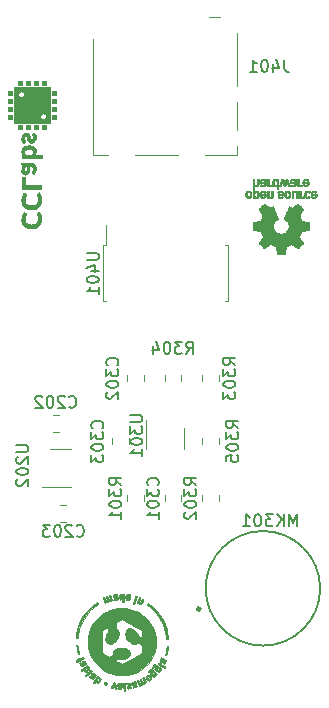
<source format=gbr>
G04 #@! TF.GenerationSoftware,KiCad,Pcbnew,(5.1.5)-3*
G04 #@! TF.CreationDate,2020-05-03T13:25:38+02:00*
G04 #@! TF.ProjectId,SPY_RECORDER-FBV010,5350595f-5245-4434-9f52-4445522d4642,v0.00*
G04 #@! TF.SameCoordinates,PX7d7a120PY7cfe0c0*
G04 #@! TF.FileFunction,Legend,Bot*
G04 #@! TF.FilePolarity,Positive*
%FSLAX46Y46*%
G04 Gerber Fmt 4.6, Leading zero omitted, Abs format (unit mm)*
G04 Created by KiCad (PCBNEW (5.1.5)-3) date 2020-05-03 13:25:38*
%MOMM*%
%LPD*%
G04 APERTURE LIST*
%ADD10C,0.010000*%
%ADD11C,0.120000*%
%ADD12C,0.127000*%
%ADD13C,0.300000*%
%ADD14C,0.150000*%
G04 APERTURE END LIST*
D10*
G36*
X23704716Y38735027D02*
G01*
X23769085Y38735157D01*
X23820573Y38735461D01*
X23860678Y38736010D01*
X23890895Y38736878D01*
X23912722Y38738135D01*
X23927656Y38739853D01*
X23937194Y38742104D01*
X23942832Y38744959D01*
X23946068Y38748490D01*
X23947177Y38750389D01*
X23950439Y38761442D01*
X23956186Y38786308D01*
X23964051Y38823184D01*
X23973666Y38870267D01*
X23984664Y38925753D01*
X23996678Y38987839D01*
X24009341Y39054721D01*
X24011432Y39065904D01*
X24024189Y39133151D01*
X24036446Y39195673D01*
X24047826Y39251704D01*
X24057954Y39299481D01*
X24066453Y39337238D01*
X24072948Y39363211D01*
X24077064Y39375635D01*
X24077511Y39376284D01*
X24088039Y39382568D01*
X24111019Y39393610D01*
X24144097Y39408446D01*
X24184918Y39426110D01*
X24231127Y39445637D01*
X24280370Y39466062D01*
X24330292Y39486421D01*
X24378537Y39505747D01*
X24422752Y39523077D01*
X24460582Y39537445D01*
X24489671Y39547886D01*
X24507664Y39553436D01*
X24511351Y39554076D01*
X24522623Y39550644D01*
X24543815Y39539611D01*
X24575447Y39520649D01*
X24618040Y39493428D01*
X24672112Y39457620D01*
X24738186Y39412897D01*
X24776563Y39386625D01*
X24843054Y39340967D01*
X24897703Y39303502D01*
X24941760Y39273449D01*
X24976479Y39250028D01*
X25003113Y39232458D01*
X25022913Y39219959D01*
X25037132Y39211749D01*
X25047023Y39207049D01*
X25053837Y39205078D01*
X25058828Y39205054D01*
X25063247Y39206198D01*
X25065088Y39206793D01*
X25075232Y39213818D01*
X25094563Y39230674D01*
X25121587Y39255841D01*
X25154813Y39287800D01*
X25192749Y39325032D01*
X25233902Y39366020D01*
X25276781Y39409243D01*
X25319894Y39453183D01*
X25361748Y39496322D01*
X25400851Y39537140D01*
X25435712Y39574119D01*
X25464838Y39605740D01*
X25486738Y39630484D01*
X25499918Y39646832D01*
X25503187Y39652749D01*
X25498820Y39662750D01*
X25486376Y39684248D01*
X25466847Y39715706D01*
X25441219Y39755588D01*
X25410482Y39802358D01*
X25375624Y39854480D01*
X25337636Y39910417D01*
X25332531Y39917871D01*
X25281296Y39993174D01*
X25239056Y40056466D01*
X25205904Y40107602D01*
X25181932Y40146436D01*
X25167231Y40172824D01*
X25161895Y40186620D01*
X25161875Y40187084D01*
X25165006Y40201139D01*
X25173744Y40226966D01*
X25187101Y40262289D01*
X25204093Y40304830D01*
X25223732Y40352314D01*
X25245034Y40402464D01*
X25267011Y40453003D01*
X25288679Y40501655D01*
X25309051Y40546143D01*
X25327141Y40584191D01*
X25341963Y40613522D01*
X25352532Y40631860D01*
X25356647Y40636802D01*
X25368000Y40640694D01*
X25393102Y40646982D01*
X25430073Y40655270D01*
X25477035Y40665160D01*
X25532108Y40676258D01*
X25593413Y40688165D01*
X25654303Y40699606D01*
X25719787Y40711827D01*
X25780864Y40723444D01*
X25835641Y40734080D01*
X25882226Y40743357D01*
X25918728Y40750901D01*
X25943254Y40756334D01*
X25953640Y40759155D01*
X25971500Y40766659D01*
X25971500Y41083480D01*
X25971460Y41162971D01*
X25971299Y41228054D01*
X25970954Y41280195D01*
X25970361Y41320861D01*
X25969458Y41351519D01*
X25968181Y41373636D01*
X25966467Y41388678D01*
X25964253Y41398112D01*
X25961476Y41403404D01*
X25958073Y41406021D01*
X25957609Y41406230D01*
X25946831Y41409017D01*
X25922287Y41414332D01*
X25885818Y41421810D01*
X25839267Y41431082D01*
X25784476Y41441781D01*
X25723286Y41453542D01*
X25658433Y41465829D01*
X25578971Y41480938D01*
X25513992Y41493676D01*
X25462322Y41504309D01*
X25422790Y41513103D01*
X25394224Y41520327D01*
X25375452Y41526245D01*
X25365302Y41531126D01*
X25363247Y41533039D01*
X25357879Y41543628D01*
X25347488Y41567025D01*
X25332894Y41601276D01*
X25314916Y41644427D01*
X25294373Y41694526D01*
X25272085Y41749618D01*
X25264667Y41768112D01*
X25235475Y41841932D01*
X25212592Y41901830D01*
X25195822Y41948364D01*
X25184969Y41982093D01*
X25179838Y42003577D01*
X25179494Y42011338D01*
X25184710Y42022774D01*
X25197971Y42045574D01*
X25218218Y42078094D01*
X25244395Y42118693D01*
X25275444Y42165726D01*
X25310307Y42217552D01*
X25343094Y42265514D01*
X25380208Y42319786D01*
X25414280Y42370333D01*
X25444284Y42415579D01*
X25469197Y42453947D01*
X25487993Y42483863D01*
X25499649Y42503750D01*
X25503187Y42511765D01*
X25497731Y42520247D01*
X25482171Y42538577D01*
X25457719Y42565470D01*
X25425588Y42599641D01*
X25386990Y42639804D01*
X25343138Y42684674D01*
X25295245Y42732966D01*
X25282314Y42745890D01*
X25224850Y42803049D01*
X25177472Y42849746D01*
X25139185Y42886885D01*
X25108993Y42915372D01*
X25085901Y42936112D01*
X25068914Y42950009D01*
X25057037Y42957969D01*
X25049274Y42960897D01*
X25046174Y42960613D01*
X25036225Y42954921D01*
X25014824Y42941277D01*
X24983580Y42920755D01*
X24944101Y42894426D01*
X24897997Y42863363D01*
X24846877Y42828637D01*
X24801520Y42797615D01*
X24747504Y42760852D01*
X24697141Y42727137D01*
X24652034Y42697501D01*
X24613788Y42672973D01*
X24584008Y42654587D01*
X24564297Y42643373D01*
X24556682Y42640250D01*
X24544464Y42643866D01*
X24521249Y42653817D01*
X24489932Y42668754D01*
X24453408Y42687327D01*
X24436818Y42696098D01*
X24399063Y42715642D01*
X24365344Y42731885D01*
X24338520Y42743542D01*
X24321453Y42749323D01*
X24317783Y42749676D01*
X24313479Y42746029D01*
X24306718Y42735532D01*
X24297140Y42717367D01*
X24284384Y42690716D01*
X24268088Y42654759D01*
X24247894Y42608679D01*
X24223438Y42551655D01*
X24194362Y42482870D01*
X24160305Y42401505D01*
X24120905Y42306741D01*
X24093548Y42240689D01*
X24058392Y42155485D01*
X24025086Y42074340D01*
X23994121Y41998483D01*
X23965992Y41929141D01*
X23941190Y41867542D01*
X23920210Y41814914D01*
X23903544Y41772485D01*
X23891685Y41741481D01*
X23885126Y41723132D01*
X23883937Y41718623D01*
X23890867Y41704116D01*
X23909783Y41686942D01*
X23917671Y41681540D01*
X23940254Y41666388D01*
X23969970Y41645642D01*
X24001235Y41623216D01*
X24008482Y41617921D01*
X24085604Y41551898D01*
X24150423Y41476836D01*
X24202516Y41394224D01*
X24241463Y41305552D01*
X24266840Y41212308D01*
X24278227Y41115983D01*
X24275201Y41018064D01*
X24257340Y40920042D01*
X24229760Y40836712D01*
X24204917Y40782278D01*
X24175725Y40733235D01*
X24139262Y40685367D01*
X24092601Y40634454D01*
X24082375Y40624121D01*
X24012033Y40561582D01*
X23938769Y40512751D01*
X23858973Y40475473D01*
X23800593Y40456042D01*
X23743846Y40444227D01*
X23677600Y40437697D01*
X23607327Y40436450D01*
X23538500Y40440487D01*
X23476588Y40449809D01*
X23451343Y40456042D01*
X23357832Y40490904D01*
X23271477Y40538870D01*
X23193565Y40598563D01*
X23125386Y40668608D01*
X23068226Y40747630D01*
X23023374Y40834251D01*
X22992117Y40927096D01*
X22986182Y40953021D01*
X22973450Y41052759D01*
X22975975Y41151695D01*
X22993156Y41248279D01*
X23024393Y41340957D01*
X23069086Y41428179D01*
X23126634Y41508393D01*
X23196437Y41580047D01*
X23243455Y41617921D01*
X23274249Y41640163D01*
X23304860Y41661680D01*
X23329703Y41678562D01*
X23334265Y41681540D01*
X23356338Y41698914D01*
X23367298Y41714582D01*
X23368000Y41718623D01*
X23365030Y41728376D01*
X23356450Y41751556D01*
X23342753Y41786935D01*
X23324431Y41833285D01*
X23301978Y41889380D01*
X23275887Y41953990D01*
X23246650Y42025888D01*
X23214760Y42103847D01*
X23180711Y42186639D01*
X23158388Y42240689D01*
X23115484Y42344199D01*
X23078146Y42433800D01*
X23046014Y42510313D01*
X23018728Y42574554D01*
X22995926Y42627344D01*
X22977248Y42669500D01*
X22962333Y42701842D01*
X22950821Y42725188D01*
X22942350Y42740358D01*
X22936561Y42748169D01*
X22934154Y42749676D01*
X22922259Y42746872D01*
X22899357Y42737630D01*
X22868305Y42723237D01*
X22831966Y42704980D01*
X22815118Y42696098D01*
X22777246Y42676376D01*
X22743334Y42659710D01*
X22716280Y42647449D01*
X22698976Y42640942D01*
X22695254Y42640250D01*
X22685282Y42644614D01*
X22663888Y42657020D01*
X22632675Y42676436D01*
X22593249Y42701832D01*
X22547212Y42732176D01*
X22496171Y42766437D01*
X22450416Y42797615D01*
X22396341Y42834578D01*
X22345938Y42868773D01*
X22300817Y42899129D01*
X22262587Y42924573D01*
X22232857Y42944033D01*
X22213236Y42956437D01*
X22205763Y42960613D01*
X22199992Y42960273D01*
X22190706Y42955444D01*
X22176907Y42945222D01*
X22157602Y42928701D01*
X22131794Y42904976D01*
X22098488Y42873142D01*
X22056690Y42832294D01*
X22005403Y42781528D01*
X21969622Y42745890D01*
X21920878Y42696920D01*
X21875862Y42651039D01*
X21835786Y42609532D01*
X21801861Y42573684D01*
X21775302Y42544780D01*
X21757319Y42524106D01*
X21749126Y42512947D01*
X21748750Y42511765D01*
X21753121Y42502225D01*
X21765553Y42481241D01*
X21785020Y42450391D01*
X21810500Y42411248D01*
X21840966Y42365389D01*
X21875395Y42314389D01*
X21908843Y42265514D01*
X21946175Y42210844D01*
X21980618Y42159530D01*
X22011114Y42113213D01*
X22036605Y42073538D01*
X22056034Y42042147D01*
X22068344Y42020682D01*
X22072443Y42011338D01*
X22070994Y41997658D01*
X22063952Y41972102D01*
X22051124Y41934112D01*
X22032312Y41883128D01*
X22007320Y41818592D01*
X21987270Y41768112D01*
X21964594Y41711827D01*
X21943399Y41659906D01*
X21924505Y41614303D01*
X21908732Y41576971D01*
X21896897Y41549863D01*
X21889821Y41534934D01*
X21888689Y41533039D01*
X21882008Y41528535D01*
X21867227Y41523112D01*
X21843176Y41516504D01*
X21808681Y41508444D01*
X21762571Y41498664D01*
X21703674Y41486898D01*
X21630818Y41472880D01*
X21593503Y41465829D01*
X21527806Y41453381D01*
X21466689Y41441632D01*
X21411995Y41430949D01*
X21365566Y41421698D01*
X21329243Y41414247D01*
X21304869Y41408963D01*
X21294328Y41406230D01*
X21290843Y41403840D01*
X21287993Y41398955D01*
X21285713Y41390110D01*
X21283941Y41375836D01*
X21282614Y41354668D01*
X21281668Y41325138D01*
X21281041Y41285780D01*
X21280669Y41235128D01*
X21280489Y41171715D01*
X21280437Y41094073D01*
X21280437Y40766659D01*
X21298296Y40759155D01*
X21310046Y40756012D01*
X21335522Y40750410D01*
X21372835Y40742726D01*
X21420091Y40733335D01*
X21475399Y40722614D01*
X21536866Y40710939D01*
X21597633Y40699606D01*
X21663045Y40687301D01*
X21723969Y40675438D01*
X21778528Y40664413D01*
X21824842Y40654623D01*
X21861032Y40646465D01*
X21885219Y40640334D01*
X21895289Y40636802D01*
X21902572Y40626811D01*
X21914748Y40604350D01*
X21930832Y40571695D01*
X21949836Y40531125D01*
X21970776Y40484914D01*
X21992665Y40435339D01*
X22014517Y40384677D01*
X22035347Y40335205D01*
X22054168Y40289199D01*
X22069995Y40248935D01*
X22081841Y40216690D01*
X22088721Y40194741D01*
X22090062Y40187084D01*
X22085346Y40174123D01*
X22071260Y40148561D01*
X22047897Y40110542D01*
X22015347Y40060213D01*
X21973704Y39997718D01*
X21923059Y39923202D01*
X21919406Y39917871D01*
X21881083Y39861552D01*
X21845764Y39808849D01*
X21814437Y39761298D01*
X21788091Y39720436D01*
X21767714Y39687798D01*
X21754296Y39664922D01*
X21748825Y39653343D01*
X21748750Y39652749D01*
X21754182Y39643918D01*
X21769485Y39625519D01*
X21793165Y39599071D01*
X21823732Y39566094D01*
X21859693Y39528104D01*
X21899556Y39486622D01*
X21941829Y39443167D01*
X21985020Y39399256D01*
X22027636Y39356410D01*
X22068187Y39316146D01*
X22105178Y39279983D01*
X22137120Y39249441D01*
X22162519Y39226039D01*
X22179883Y39211294D01*
X22186849Y39206793D01*
X22191499Y39205420D01*
X22196323Y39204983D01*
X22202572Y39206263D01*
X22211499Y39210039D01*
X22224358Y39217093D01*
X22242400Y39228205D01*
X22266878Y39244155D01*
X22299045Y39265724D01*
X22340154Y39293693D01*
X22391457Y39328840D01*
X22454207Y39371948D01*
X22476241Y39387093D01*
X22548552Y39436468D01*
X22608596Y39476748D01*
X22656882Y39508254D01*
X22693924Y39531309D01*
X22720231Y39546237D01*
X22736316Y39553360D01*
X22740579Y39554101D01*
X22753233Y39550903D01*
X22777980Y39542405D01*
X22812462Y39529571D01*
X22854320Y39513369D01*
X22901196Y39494765D01*
X22950730Y39474723D01*
X23000565Y39454211D01*
X23048341Y39434193D01*
X23091701Y39415637D01*
X23128286Y39399507D01*
X23155736Y39386770D01*
X23171694Y39378392D01*
X23174355Y39376454D01*
X23178074Y39366539D01*
X23184228Y39342766D01*
X23192439Y39306902D01*
X23202330Y39260715D01*
X23213526Y39205971D01*
X23225649Y39144437D01*
X23238323Y39077880D01*
X23240534Y39066037D01*
X23253234Y38998552D01*
X23265352Y38935566D01*
X23276519Y38878883D01*
X23286369Y38830309D01*
X23294535Y38791649D01*
X23300650Y38764709D01*
X23304346Y38751292D01*
X23304688Y38750522D01*
X23307307Y38746617D01*
X23311572Y38743429D01*
X23318982Y38740884D01*
X23331034Y38738910D01*
X23349227Y38737434D01*
X23375057Y38736385D01*
X23410023Y38735690D01*
X23455622Y38735276D01*
X23513352Y38735072D01*
X23584710Y38735005D01*
X23625968Y38735000D01*
X23704716Y38735027D01*
G37*
X23704716Y38735027D02*
X23769085Y38735157D01*
X23820573Y38735461D01*
X23860678Y38736010D01*
X23890895Y38736878D01*
X23912722Y38738135D01*
X23927656Y38739853D01*
X23937194Y38742104D01*
X23942832Y38744959D01*
X23946068Y38748490D01*
X23947177Y38750389D01*
X23950439Y38761442D01*
X23956186Y38786308D01*
X23964051Y38823184D01*
X23973666Y38870267D01*
X23984664Y38925753D01*
X23996678Y38987839D01*
X24009341Y39054721D01*
X24011432Y39065904D01*
X24024189Y39133151D01*
X24036446Y39195673D01*
X24047826Y39251704D01*
X24057954Y39299481D01*
X24066453Y39337238D01*
X24072948Y39363211D01*
X24077064Y39375635D01*
X24077511Y39376284D01*
X24088039Y39382568D01*
X24111019Y39393610D01*
X24144097Y39408446D01*
X24184918Y39426110D01*
X24231127Y39445637D01*
X24280370Y39466062D01*
X24330292Y39486421D01*
X24378537Y39505747D01*
X24422752Y39523077D01*
X24460582Y39537445D01*
X24489671Y39547886D01*
X24507664Y39553436D01*
X24511351Y39554076D01*
X24522623Y39550644D01*
X24543815Y39539611D01*
X24575447Y39520649D01*
X24618040Y39493428D01*
X24672112Y39457620D01*
X24738186Y39412897D01*
X24776563Y39386625D01*
X24843054Y39340967D01*
X24897703Y39303502D01*
X24941760Y39273449D01*
X24976479Y39250028D01*
X25003113Y39232458D01*
X25022913Y39219959D01*
X25037132Y39211749D01*
X25047023Y39207049D01*
X25053837Y39205078D01*
X25058828Y39205054D01*
X25063247Y39206198D01*
X25065088Y39206793D01*
X25075232Y39213818D01*
X25094563Y39230674D01*
X25121587Y39255841D01*
X25154813Y39287800D01*
X25192749Y39325032D01*
X25233902Y39366020D01*
X25276781Y39409243D01*
X25319894Y39453183D01*
X25361748Y39496322D01*
X25400851Y39537140D01*
X25435712Y39574119D01*
X25464838Y39605740D01*
X25486738Y39630484D01*
X25499918Y39646832D01*
X25503187Y39652749D01*
X25498820Y39662750D01*
X25486376Y39684248D01*
X25466847Y39715706D01*
X25441219Y39755588D01*
X25410482Y39802358D01*
X25375624Y39854480D01*
X25337636Y39910417D01*
X25332531Y39917871D01*
X25281296Y39993174D01*
X25239056Y40056466D01*
X25205904Y40107602D01*
X25181932Y40146436D01*
X25167231Y40172824D01*
X25161895Y40186620D01*
X25161875Y40187084D01*
X25165006Y40201139D01*
X25173744Y40226966D01*
X25187101Y40262289D01*
X25204093Y40304830D01*
X25223732Y40352314D01*
X25245034Y40402464D01*
X25267011Y40453003D01*
X25288679Y40501655D01*
X25309051Y40546143D01*
X25327141Y40584191D01*
X25341963Y40613522D01*
X25352532Y40631860D01*
X25356647Y40636802D01*
X25368000Y40640694D01*
X25393102Y40646982D01*
X25430073Y40655270D01*
X25477035Y40665160D01*
X25532108Y40676258D01*
X25593413Y40688165D01*
X25654303Y40699606D01*
X25719787Y40711827D01*
X25780864Y40723444D01*
X25835641Y40734080D01*
X25882226Y40743357D01*
X25918728Y40750901D01*
X25943254Y40756334D01*
X25953640Y40759155D01*
X25971500Y40766659D01*
X25971500Y41083480D01*
X25971460Y41162971D01*
X25971299Y41228054D01*
X25970954Y41280195D01*
X25970361Y41320861D01*
X25969458Y41351519D01*
X25968181Y41373636D01*
X25966467Y41388678D01*
X25964253Y41398112D01*
X25961476Y41403404D01*
X25958073Y41406021D01*
X25957609Y41406230D01*
X25946831Y41409017D01*
X25922287Y41414332D01*
X25885818Y41421810D01*
X25839267Y41431082D01*
X25784476Y41441781D01*
X25723286Y41453542D01*
X25658433Y41465829D01*
X25578971Y41480938D01*
X25513992Y41493676D01*
X25462322Y41504309D01*
X25422790Y41513103D01*
X25394224Y41520327D01*
X25375452Y41526245D01*
X25365302Y41531126D01*
X25363247Y41533039D01*
X25357879Y41543628D01*
X25347488Y41567025D01*
X25332894Y41601276D01*
X25314916Y41644427D01*
X25294373Y41694526D01*
X25272085Y41749618D01*
X25264667Y41768112D01*
X25235475Y41841932D01*
X25212592Y41901830D01*
X25195822Y41948364D01*
X25184969Y41982093D01*
X25179838Y42003577D01*
X25179494Y42011338D01*
X25184710Y42022774D01*
X25197971Y42045574D01*
X25218218Y42078094D01*
X25244395Y42118693D01*
X25275444Y42165726D01*
X25310307Y42217552D01*
X25343094Y42265514D01*
X25380208Y42319786D01*
X25414280Y42370333D01*
X25444284Y42415579D01*
X25469197Y42453947D01*
X25487993Y42483863D01*
X25499649Y42503750D01*
X25503187Y42511765D01*
X25497731Y42520247D01*
X25482171Y42538577D01*
X25457719Y42565470D01*
X25425588Y42599641D01*
X25386990Y42639804D01*
X25343138Y42684674D01*
X25295245Y42732966D01*
X25282314Y42745890D01*
X25224850Y42803049D01*
X25177472Y42849746D01*
X25139185Y42886885D01*
X25108993Y42915372D01*
X25085901Y42936112D01*
X25068914Y42950009D01*
X25057037Y42957969D01*
X25049274Y42960897D01*
X25046174Y42960613D01*
X25036225Y42954921D01*
X25014824Y42941277D01*
X24983580Y42920755D01*
X24944101Y42894426D01*
X24897997Y42863363D01*
X24846877Y42828637D01*
X24801520Y42797615D01*
X24747504Y42760852D01*
X24697141Y42727137D01*
X24652034Y42697501D01*
X24613788Y42672973D01*
X24584008Y42654587D01*
X24564297Y42643373D01*
X24556682Y42640250D01*
X24544464Y42643866D01*
X24521249Y42653817D01*
X24489932Y42668754D01*
X24453408Y42687327D01*
X24436818Y42696098D01*
X24399063Y42715642D01*
X24365344Y42731885D01*
X24338520Y42743542D01*
X24321453Y42749323D01*
X24317783Y42749676D01*
X24313479Y42746029D01*
X24306718Y42735532D01*
X24297140Y42717367D01*
X24284384Y42690716D01*
X24268088Y42654759D01*
X24247894Y42608679D01*
X24223438Y42551655D01*
X24194362Y42482870D01*
X24160305Y42401505D01*
X24120905Y42306741D01*
X24093548Y42240689D01*
X24058392Y42155485D01*
X24025086Y42074340D01*
X23994121Y41998483D01*
X23965992Y41929141D01*
X23941190Y41867542D01*
X23920210Y41814914D01*
X23903544Y41772485D01*
X23891685Y41741481D01*
X23885126Y41723132D01*
X23883937Y41718623D01*
X23890867Y41704116D01*
X23909783Y41686942D01*
X23917671Y41681540D01*
X23940254Y41666388D01*
X23969970Y41645642D01*
X24001235Y41623216D01*
X24008482Y41617921D01*
X24085604Y41551898D01*
X24150423Y41476836D01*
X24202516Y41394224D01*
X24241463Y41305552D01*
X24266840Y41212308D01*
X24278227Y41115983D01*
X24275201Y41018064D01*
X24257340Y40920042D01*
X24229760Y40836712D01*
X24204917Y40782278D01*
X24175725Y40733235D01*
X24139262Y40685367D01*
X24092601Y40634454D01*
X24082375Y40624121D01*
X24012033Y40561582D01*
X23938769Y40512751D01*
X23858973Y40475473D01*
X23800593Y40456042D01*
X23743846Y40444227D01*
X23677600Y40437697D01*
X23607327Y40436450D01*
X23538500Y40440487D01*
X23476588Y40449809D01*
X23451343Y40456042D01*
X23357832Y40490904D01*
X23271477Y40538870D01*
X23193565Y40598563D01*
X23125386Y40668608D01*
X23068226Y40747630D01*
X23023374Y40834251D01*
X22992117Y40927096D01*
X22986182Y40953021D01*
X22973450Y41052759D01*
X22975975Y41151695D01*
X22993156Y41248279D01*
X23024393Y41340957D01*
X23069086Y41428179D01*
X23126634Y41508393D01*
X23196437Y41580047D01*
X23243455Y41617921D01*
X23274249Y41640163D01*
X23304860Y41661680D01*
X23329703Y41678562D01*
X23334265Y41681540D01*
X23356338Y41698914D01*
X23367298Y41714582D01*
X23368000Y41718623D01*
X23365030Y41728376D01*
X23356450Y41751556D01*
X23342753Y41786935D01*
X23324431Y41833285D01*
X23301978Y41889380D01*
X23275887Y41953990D01*
X23246650Y42025888D01*
X23214760Y42103847D01*
X23180711Y42186639D01*
X23158388Y42240689D01*
X23115484Y42344199D01*
X23078146Y42433800D01*
X23046014Y42510313D01*
X23018728Y42574554D01*
X22995926Y42627344D01*
X22977248Y42669500D01*
X22962333Y42701842D01*
X22950821Y42725188D01*
X22942350Y42740358D01*
X22936561Y42748169D01*
X22934154Y42749676D01*
X22922259Y42746872D01*
X22899357Y42737630D01*
X22868305Y42723237D01*
X22831966Y42704980D01*
X22815118Y42696098D01*
X22777246Y42676376D01*
X22743334Y42659710D01*
X22716280Y42647449D01*
X22698976Y42640942D01*
X22695254Y42640250D01*
X22685282Y42644614D01*
X22663888Y42657020D01*
X22632675Y42676436D01*
X22593249Y42701832D01*
X22547212Y42732176D01*
X22496171Y42766437D01*
X22450416Y42797615D01*
X22396341Y42834578D01*
X22345938Y42868773D01*
X22300817Y42899129D01*
X22262587Y42924573D01*
X22232857Y42944033D01*
X22213236Y42956437D01*
X22205763Y42960613D01*
X22199992Y42960273D01*
X22190706Y42955444D01*
X22176907Y42945222D01*
X22157602Y42928701D01*
X22131794Y42904976D01*
X22098488Y42873142D01*
X22056690Y42832294D01*
X22005403Y42781528D01*
X21969622Y42745890D01*
X21920878Y42696920D01*
X21875862Y42651039D01*
X21835786Y42609532D01*
X21801861Y42573684D01*
X21775302Y42544780D01*
X21757319Y42524106D01*
X21749126Y42512947D01*
X21748750Y42511765D01*
X21753121Y42502225D01*
X21765553Y42481241D01*
X21785020Y42450391D01*
X21810500Y42411248D01*
X21840966Y42365389D01*
X21875395Y42314389D01*
X21908843Y42265514D01*
X21946175Y42210844D01*
X21980618Y42159530D01*
X22011114Y42113213D01*
X22036605Y42073538D01*
X22056034Y42042147D01*
X22068344Y42020682D01*
X22072443Y42011338D01*
X22070994Y41997658D01*
X22063952Y41972102D01*
X22051124Y41934112D01*
X22032312Y41883128D01*
X22007320Y41818592D01*
X21987270Y41768112D01*
X21964594Y41711827D01*
X21943399Y41659906D01*
X21924505Y41614303D01*
X21908732Y41576971D01*
X21896897Y41549863D01*
X21889821Y41534934D01*
X21888689Y41533039D01*
X21882008Y41528535D01*
X21867227Y41523112D01*
X21843176Y41516504D01*
X21808681Y41508444D01*
X21762571Y41498664D01*
X21703674Y41486898D01*
X21630818Y41472880D01*
X21593503Y41465829D01*
X21527806Y41453381D01*
X21466689Y41441632D01*
X21411995Y41430949D01*
X21365566Y41421698D01*
X21329243Y41414247D01*
X21304869Y41408963D01*
X21294328Y41406230D01*
X21290843Y41403840D01*
X21287993Y41398955D01*
X21285713Y41390110D01*
X21283941Y41375836D01*
X21282614Y41354668D01*
X21281668Y41325138D01*
X21281041Y41285780D01*
X21280669Y41235128D01*
X21280489Y41171715D01*
X21280437Y41094073D01*
X21280437Y40766659D01*
X21298296Y40759155D01*
X21310046Y40756012D01*
X21335522Y40750410D01*
X21372835Y40742726D01*
X21420091Y40733335D01*
X21475399Y40722614D01*
X21536866Y40710939D01*
X21597633Y40699606D01*
X21663045Y40687301D01*
X21723969Y40675438D01*
X21778528Y40664413D01*
X21824842Y40654623D01*
X21861032Y40646465D01*
X21885219Y40640334D01*
X21895289Y40636802D01*
X21902572Y40626811D01*
X21914748Y40604350D01*
X21930832Y40571695D01*
X21949836Y40531125D01*
X21970776Y40484914D01*
X21992665Y40435339D01*
X22014517Y40384677D01*
X22035347Y40335205D01*
X22054168Y40289199D01*
X22069995Y40248935D01*
X22081841Y40216690D01*
X22088721Y40194741D01*
X22090062Y40187084D01*
X22085346Y40174123D01*
X22071260Y40148561D01*
X22047897Y40110542D01*
X22015347Y40060213D01*
X21973704Y39997718D01*
X21923059Y39923202D01*
X21919406Y39917871D01*
X21881083Y39861552D01*
X21845764Y39808849D01*
X21814437Y39761298D01*
X21788091Y39720436D01*
X21767714Y39687798D01*
X21754296Y39664922D01*
X21748825Y39653343D01*
X21748750Y39652749D01*
X21754182Y39643918D01*
X21769485Y39625519D01*
X21793165Y39599071D01*
X21823732Y39566094D01*
X21859693Y39528104D01*
X21899556Y39486622D01*
X21941829Y39443167D01*
X21985020Y39399256D01*
X22027636Y39356410D01*
X22068187Y39316146D01*
X22105178Y39279983D01*
X22137120Y39249441D01*
X22162519Y39226039D01*
X22179883Y39211294D01*
X22186849Y39206793D01*
X22191499Y39205420D01*
X22196323Y39204983D01*
X22202572Y39206263D01*
X22211499Y39210039D01*
X22224358Y39217093D01*
X22242400Y39228205D01*
X22266878Y39244155D01*
X22299045Y39265724D01*
X22340154Y39293693D01*
X22391457Y39328840D01*
X22454207Y39371948D01*
X22476241Y39387093D01*
X22548552Y39436468D01*
X22608596Y39476748D01*
X22656882Y39508254D01*
X22693924Y39531309D01*
X22720231Y39546237D01*
X22736316Y39553360D01*
X22740579Y39554101D01*
X22753233Y39550903D01*
X22777980Y39542405D01*
X22812462Y39529571D01*
X22854320Y39513369D01*
X22901196Y39494765D01*
X22950730Y39474723D01*
X23000565Y39454211D01*
X23048341Y39434193D01*
X23091701Y39415637D01*
X23128286Y39399507D01*
X23155736Y39386770D01*
X23171694Y39378392D01*
X23174355Y39376454D01*
X23178074Y39366539D01*
X23184228Y39342766D01*
X23192439Y39306902D01*
X23202330Y39260715D01*
X23213526Y39205971D01*
X23225649Y39144437D01*
X23238323Y39077880D01*
X23240534Y39066037D01*
X23253234Y38998552D01*
X23265352Y38935566D01*
X23276519Y38878883D01*
X23286369Y38830309D01*
X23294535Y38791649D01*
X23300650Y38764709D01*
X23304346Y38751292D01*
X23304688Y38750522D01*
X23307307Y38746617D01*
X23311572Y38743429D01*
X23318982Y38740884D01*
X23331034Y38738910D01*
X23349227Y38737434D01*
X23375057Y38736385D01*
X23410023Y38735690D01*
X23455622Y38735276D01*
X23513352Y38735072D01*
X23584710Y38735005D01*
X23625968Y38735000D01*
X23704716Y38735027D01*
G36*
X25490084Y43448209D02*
G01*
X25537555Y43458504D01*
X25572440Y43474790D01*
X25598547Y43490925D01*
X25583058Y43512072D01*
X25568905Y43530191D01*
X25549490Y43553617D01*
X25537080Y43568037D01*
X25506593Y43602856D01*
X25481472Y43589865D01*
X25449810Y43579760D01*
X25413383Y43577329D01*
X25378961Y43582473D01*
X25357891Y43591660D01*
X25344038Y43601094D01*
X25333058Y43610337D01*
X25324578Y43621286D01*
X25318226Y43635838D01*
X25313630Y43655890D01*
X25310418Y43683339D01*
X25308219Y43720081D01*
X25306659Y43768015D01*
X25305367Y43829036D01*
X25304750Y43862625D01*
X25300781Y44080906D01*
X25235296Y44083211D01*
X25169812Y44085517D01*
X25169812Y43449232D01*
X25235296Y43451538D01*
X25300781Y43453843D01*
X25304750Y43484921D01*
X25307895Y43503982D01*
X25311842Y43509576D01*
X25318537Y43504068D01*
X25319532Y43502876D01*
X25351536Y43475691D01*
X25393208Y43457232D01*
X25440679Y43447928D01*
X25490084Y43448209D01*
G37*
X25490084Y43448209D02*
X25537555Y43458504D01*
X25572440Y43474790D01*
X25598547Y43490925D01*
X25583058Y43512072D01*
X25568905Y43530191D01*
X25549490Y43553617D01*
X25537080Y43568037D01*
X25506593Y43602856D01*
X25481472Y43589865D01*
X25449810Y43579760D01*
X25413383Y43577329D01*
X25378961Y43582473D01*
X25357891Y43591660D01*
X25344038Y43601094D01*
X25333058Y43610337D01*
X25324578Y43621286D01*
X25318226Y43635838D01*
X25313630Y43655890D01*
X25310418Y43683339D01*
X25308219Y43720081D01*
X25306659Y43768015D01*
X25305367Y43829036D01*
X25304750Y43862625D01*
X25300781Y44080906D01*
X25235296Y44083211D01*
X25169812Y44085517D01*
X25169812Y43449232D01*
X25235296Y43451538D01*
X25300781Y43453843D01*
X25304750Y43484921D01*
X25307895Y43503982D01*
X25311842Y43509576D01*
X25318537Y43504068D01*
X25319532Y43502876D01*
X25351536Y43475691D01*
X25393208Y43457232D01*
X25440679Y43447928D01*
X25490084Y43448209D01*
G36*
X22776949Y43449981D02*
G01*
X22822225Y43462970D01*
X22832218Y43467676D01*
X22876509Y43496073D01*
X22909458Y43531422D01*
X22932996Y43572906D01*
X22938234Y43584882D01*
X22942393Y43596831D01*
X22945623Y43610729D01*
X22948072Y43628552D01*
X22949891Y43652279D01*
X22951229Y43683885D01*
X22952235Y43725347D01*
X22953060Y43778643D01*
X22953852Y43845749D01*
X22953889Y43849065D01*
X22956497Y44085537D01*
X22890389Y44083221D01*
X22824281Y44080906D01*
X22820312Y43866593D01*
X22819017Y43801700D01*
X22817715Y43750718D01*
X22816249Y43711683D01*
X22814464Y43682631D01*
X22812204Y43661598D01*
X22809314Y43646621D01*
X22805639Y43635736D01*
X22801377Y43627560D01*
X22776224Y43598482D01*
X22742742Y43581879D01*
X22701615Y43576875D01*
X22658867Y43581688D01*
X22626128Y43597143D01*
X22600414Y43624760D01*
X22596844Y43630260D01*
X22591259Y43639750D01*
X22586889Y43649464D01*
X22583556Y43661432D01*
X22581083Y43677687D01*
X22579292Y43700260D01*
X22578005Y43731182D01*
X22577046Y43772486D01*
X22576235Y43826203D01*
X22575658Y43872546D01*
X22573097Y44084875D01*
X22447250Y44084875D01*
X22447250Y43449875D01*
X22574250Y43449875D01*
X22574250Y43481625D01*
X22575899Y43504256D01*
X22581936Y43511959D01*
X22593996Y43505362D01*
X22605812Y43493731D01*
X22638669Y43469408D01*
X22680955Y43453685D01*
X22728453Y43447048D01*
X22776949Y43449981D01*
G37*
X22776949Y43449981D02*
X22822225Y43462970D01*
X22832218Y43467676D01*
X22876509Y43496073D01*
X22909458Y43531422D01*
X22932996Y43572906D01*
X22938234Y43584882D01*
X22942393Y43596831D01*
X22945623Y43610729D01*
X22948072Y43628552D01*
X22949891Y43652279D01*
X22951229Y43683885D01*
X22952235Y43725347D01*
X22953060Y43778643D01*
X22953852Y43845749D01*
X22953889Y43849065D01*
X22956497Y44085537D01*
X22890389Y44083221D01*
X22824281Y44080906D01*
X22820312Y43866593D01*
X22819017Y43801700D01*
X22817715Y43750718D01*
X22816249Y43711683D01*
X22814464Y43682631D01*
X22812204Y43661598D01*
X22809314Y43646621D01*
X22805639Y43635736D01*
X22801377Y43627560D01*
X22776224Y43598482D01*
X22742742Y43581879D01*
X22701615Y43576875D01*
X22658867Y43581688D01*
X22626128Y43597143D01*
X22600414Y43624760D01*
X22596844Y43630260D01*
X22591259Y43639750D01*
X22586889Y43649464D01*
X22583556Y43661432D01*
X22581083Y43677687D01*
X22579292Y43700260D01*
X22578005Y43731182D01*
X22577046Y43772486D01*
X22576235Y43826203D01*
X22575658Y43872546D01*
X22573097Y44084875D01*
X22447250Y44084875D01*
X22447250Y43449875D01*
X22574250Y43449875D01*
X22574250Y43481625D01*
X22575899Y43504256D01*
X22581936Y43511959D01*
X22593996Y43505362D01*
X22605812Y43493731D01*
X22638669Y43469408D01*
X22680955Y43453685D01*
X22728453Y43447048D01*
X22776949Y43449981D01*
G36*
X26461143Y43455815D02*
G01*
X26518050Y43481104D01*
X26565790Y43517156D01*
X26595924Y43549257D01*
X26617535Y43582750D01*
X26631970Y43621197D01*
X26640576Y43668159D01*
X26644646Y43725703D01*
X26647900Y43815000D01*
X26257250Y43815000D01*
X26257250Y43837130D01*
X26262573Y43864232D01*
X26276268Y43895566D01*
X26294925Y43924727D01*
X26314690Y43944989D01*
X26339453Y43956171D01*
X26373602Y43963029D01*
X26411098Y43965006D01*
X26445905Y43961543D01*
X26458424Y43958281D01*
X26484006Y43947371D01*
X26510876Y43932422D01*
X26515384Y43929468D01*
X26544112Y43909973D01*
X26587212Y43946794D01*
X26608422Y43965748D01*
X26623809Y43981087D01*
X26630273Y43989705D01*
X26630312Y43990011D01*
X26624697Y43998468D01*
X26610502Y44012452D01*
X26602273Y44019518D01*
X26544716Y44056966D01*
X26480640Y44080895D01*
X26412906Y44090593D01*
X26344375Y44085350D01*
X26340593Y44084604D01*
X26279187Y44064753D01*
X26227460Y44032439D01*
X26185877Y43988128D01*
X26154903Y43932283D01*
X26138901Y43883054D01*
X26133456Y43849293D01*
X26130329Y43805675D01*
X26129563Y43758055D01*
X26131204Y43712286D01*
X26133680Y43689248D01*
X26257250Y43689248D01*
X26257250Y43711812D01*
X26520954Y43711812D01*
X26515502Y43682046D01*
X26500526Y43636410D01*
X26475022Y43601618D01*
X26440283Y43578825D01*
X26397601Y43569186D01*
X26388905Y43568937D01*
X26352712Y43572808D01*
X26321965Y43583065D01*
X26320824Y43583664D01*
X26296516Y43603678D01*
X26275348Y43633123D01*
X26261109Y43665706D01*
X26257250Y43689248D01*
X26133680Y43689248D01*
X26135295Y43674223D01*
X26137243Y43664120D01*
X26158970Y43596773D01*
X26190881Y43541269D01*
X26232691Y43497913D01*
X26284116Y43467006D01*
X26338200Y43450124D01*
X26400573Y43445306D01*
X26461143Y43455815D01*
G37*
X26461143Y43455815D02*
X26518050Y43481104D01*
X26565790Y43517156D01*
X26595924Y43549257D01*
X26617535Y43582750D01*
X26631970Y43621197D01*
X26640576Y43668159D01*
X26644646Y43725703D01*
X26647900Y43815000D01*
X26257250Y43815000D01*
X26257250Y43837130D01*
X26262573Y43864232D01*
X26276268Y43895566D01*
X26294925Y43924727D01*
X26314690Y43944989D01*
X26339453Y43956171D01*
X26373602Y43963029D01*
X26411098Y43965006D01*
X26445905Y43961543D01*
X26458424Y43958281D01*
X26484006Y43947371D01*
X26510876Y43932422D01*
X26515384Y43929468D01*
X26544112Y43909973D01*
X26587212Y43946794D01*
X26608422Y43965748D01*
X26623809Y43981087D01*
X26630273Y43989705D01*
X26630312Y43990011D01*
X26624697Y43998468D01*
X26610502Y44012452D01*
X26602273Y44019518D01*
X26544716Y44056966D01*
X26480640Y44080895D01*
X26412906Y44090593D01*
X26344375Y44085350D01*
X26340593Y44084604D01*
X26279187Y44064753D01*
X26227460Y44032439D01*
X26185877Y43988128D01*
X26154903Y43932283D01*
X26138901Y43883054D01*
X26133456Y43849293D01*
X26130329Y43805675D01*
X26129563Y43758055D01*
X26131204Y43712286D01*
X26133680Y43689248D01*
X26257250Y43689248D01*
X26257250Y43711812D01*
X26520954Y43711812D01*
X26515502Y43682046D01*
X26500526Y43636410D01*
X26475022Y43601618D01*
X26440283Y43578825D01*
X26397601Y43569186D01*
X26388905Y43568937D01*
X26352712Y43572808D01*
X26321965Y43583065D01*
X26320824Y43583664D01*
X26296516Y43603678D01*
X26275348Y43633123D01*
X26261109Y43665706D01*
X26257250Y43689248D01*
X26133680Y43689248D01*
X26135295Y43674223D01*
X26137243Y43664120D01*
X26158970Y43596773D01*
X26190881Y43541269D01*
X26232691Y43497913D01*
X26284116Y43467006D01*
X26338200Y43450124D01*
X26400573Y43445306D01*
X26461143Y43455815D01*
G36*
X25889038Y43444858D02*
G01*
X25919077Y43450096D01*
X25931861Y43453233D01*
X25983530Y43471570D01*
X26031884Y43498063D01*
X26070990Y43529390D01*
X26074466Y43532983D01*
X26086553Y43546959D01*
X26088291Y43556123D01*
X26080317Y43567125D01*
X26077977Y43569728D01*
X26062145Y43585258D01*
X26040859Y43603812D01*
X26033570Y43609727D01*
X26004359Y43632892D01*
X25967782Y43607110D01*
X25943660Y43592024D01*
X25920868Y43583557D01*
X25892223Y43579422D01*
X25877930Y43578491D01*
X25827179Y43580891D01*
X25786776Y43594622D01*
X25755206Y43620466D01*
X25734085Y43652740D01*
X25724328Y43674397D01*
X25718349Y43695470D01*
X25715271Y43720998D01*
X25714220Y43756017D01*
X25714170Y43767375D01*
X25714805Y43806427D01*
X25717366Y43834620D01*
X25722659Y43856927D01*
X25731489Y43878325D01*
X25732464Y43880333D01*
X25758301Y43916442D01*
X25793463Y43941942D01*
X25835023Y43956320D01*
X25880052Y43959060D01*
X25925621Y43949648D01*
X25968804Y43927568D01*
X25975077Y43922992D01*
X26003588Y43901246D01*
X26033184Y43924717D01*
X26054727Y43942825D01*
X26073286Y43960110D01*
X26077902Y43964937D01*
X26088027Y43977702D01*
X26087331Y43986965D01*
X26077902Y43998486D01*
X26046410Y44026248D01*
X26005320Y44052309D01*
X25960780Y44072961D01*
X25945783Y44078142D01*
X25909851Y44087608D01*
X25877816Y44091205D01*
X25842655Y44089283D01*
X25812207Y44084805D01*
X25764069Y44070717D01*
X25715458Y44046347D01*
X25673417Y44015395D01*
X25665286Y44007602D01*
X25631095Y43962264D01*
X25605658Y43906083D01*
X25589689Y43841903D01*
X25583904Y43772570D01*
X25588717Y43702966D01*
X25605264Y43631021D01*
X25632293Y43570964D01*
X25669971Y43522618D01*
X25718464Y43485805D01*
X25777940Y43460347D01*
X25826341Y43449164D01*
X25861004Y43444658D01*
X25889038Y43444858D01*
G37*
X25889038Y43444858D02*
X25919077Y43450096D01*
X25931861Y43453233D01*
X25983530Y43471570D01*
X26031884Y43498063D01*
X26070990Y43529390D01*
X26074466Y43532983D01*
X26086553Y43546959D01*
X26088291Y43556123D01*
X26080317Y43567125D01*
X26077977Y43569728D01*
X26062145Y43585258D01*
X26040859Y43603812D01*
X26033570Y43609727D01*
X26004359Y43632892D01*
X25967782Y43607110D01*
X25943660Y43592024D01*
X25920868Y43583557D01*
X25892223Y43579422D01*
X25877930Y43578491D01*
X25827179Y43580891D01*
X25786776Y43594622D01*
X25755206Y43620466D01*
X25734085Y43652740D01*
X25724328Y43674397D01*
X25718349Y43695470D01*
X25715271Y43720998D01*
X25714220Y43756017D01*
X25714170Y43767375D01*
X25714805Y43806427D01*
X25717366Y43834620D01*
X25722659Y43856927D01*
X25731489Y43878325D01*
X25732464Y43880333D01*
X25758301Y43916442D01*
X25793463Y43941942D01*
X25835023Y43956320D01*
X25880052Y43959060D01*
X25925621Y43949648D01*
X25968804Y43927568D01*
X25975077Y43922992D01*
X26003588Y43901246D01*
X26033184Y43924717D01*
X26054727Y43942825D01*
X26073286Y43960110D01*
X26077902Y43964937D01*
X26088027Y43977702D01*
X26087331Y43986965D01*
X26077902Y43998486D01*
X26046410Y44026248D01*
X26005320Y44052309D01*
X25960780Y44072961D01*
X25945783Y44078142D01*
X25909851Y44087608D01*
X25877816Y44091205D01*
X25842655Y44089283D01*
X25812207Y44084805D01*
X25764069Y44070717D01*
X25715458Y44046347D01*
X25673417Y44015395D01*
X25665286Y44007602D01*
X25631095Y43962264D01*
X25605658Y43906083D01*
X25589689Y43841903D01*
X25583904Y43772570D01*
X25588717Y43702966D01*
X25605264Y43631021D01*
X25632293Y43570964D01*
X25669971Y43522618D01*
X25718464Y43485805D01*
X25777940Y43460347D01*
X25826341Y43449164D01*
X25861004Y43444658D01*
X25889038Y43444858D01*
G36*
X24663436Y43667276D02*
G01*
X24664191Y43732070D01*
X24665001Y43782921D01*
X24666016Y43821761D01*
X24667386Y43850521D01*
X24669262Y43871133D01*
X24671795Y43885529D01*
X24675136Y43895641D01*
X24679434Y43903400D01*
X24682146Y43907210D01*
X24709005Y43936657D01*
X24737741Y43953050D01*
X24773138Y43958943D01*
X24779339Y43959079D01*
X24823372Y43953631D01*
X24857804Y43935948D01*
X24884110Y43905170D01*
X24890015Y43894495D01*
X24895463Y43883097D01*
X24899675Y43871627D01*
X24902809Y43857951D01*
X24905023Y43839935D01*
X24906478Y43815446D01*
X24907331Y43782351D01*
X24907741Y43738516D01*
X24907868Y43681808D01*
X24907875Y43654568D01*
X24907875Y43449875D01*
X25034875Y43449875D01*
X25034875Y44084875D01*
X24907875Y44084875D01*
X24907875Y44022448D01*
X24868451Y44048978D01*
X24816455Y44075981D01*
X24762587Y44089153D01*
X24709724Y44087881D01*
X24697531Y44085364D01*
X24642577Y44064200D01*
X24596672Y44030181D01*
X24560800Y43984127D01*
X24549169Y43961843D01*
X24543933Y43949927D01*
X24539808Y43938245D01*
X24536660Y43924809D01*
X24534358Y43907635D01*
X24532769Y43884735D01*
X24531759Y43854124D01*
X24531198Y43813815D01*
X24530951Y43761822D01*
X24530886Y43696160D01*
X24530884Y43688000D01*
X24530843Y43453843D01*
X24595967Y43451544D01*
X24661091Y43449244D01*
X24663436Y43667276D01*
G37*
X24663436Y43667276D02*
X24664191Y43732070D01*
X24665001Y43782921D01*
X24666016Y43821761D01*
X24667386Y43850521D01*
X24669262Y43871133D01*
X24671795Y43885529D01*
X24675136Y43895641D01*
X24679434Y43903400D01*
X24682146Y43907210D01*
X24709005Y43936657D01*
X24737741Y43953050D01*
X24773138Y43958943D01*
X24779339Y43959079D01*
X24823372Y43953631D01*
X24857804Y43935948D01*
X24884110Y43905170D01*
X24890015Y43894495D01*
X24895463Y43883097D01*
X24899675Y43871627D01*
X24902809Y43857951D01*
X24905023Y43839935D01*
X24906478Y43815446D01*
X24907331Y43782351D01*
X24907741Y43738516D01*
X24907868Y43681808D01*
X24907875Y43654568D01*
X24907875Y43449875D01*
X25034875Y43449875D01*
X25034875Y44084875D01*
X24907875Y44084875D01*
X24907875Y44022448D01*
X24868451Y44048978D01*
X24816455Y44075981D01*
X24762587Y44089153D01*
X24709724Y44087881D01*
X24697531Y44085364D01*
X24642577Y44064200D01*
X24596672Y44030181D01*
X24560800Y43984127D01*
X24549169Y43961843D01*
X24543933Y43949927D01*
X24539808Y43938245D01*
X24536660Y43924809D01*
X24534358Y43907635D01*
X24532769Y43884735D01*
X24531759Y43854124D01*
X24531198Y43813815D01*
X24530951Y43761822D01*
X24530886Y43696160D01*
X24530884Y43688000D01*
X24530843Y43453843D01*
X24595967Y43451544D01*
X24661091Y43449244D01*
X24663436Y43667276D01*
G36*
X24208233Y43448762D02*
G01*
X24263148Y43464653D01*
X24314223Y43493041D01*
X24355281Y43529883D01*
X24377998Y43557616D01*
X24394828Y43585161D01*
X24406580Y43615557D01*
X24414061Y43651842D01*
X24418079Y43697055D01*
X24419440Y43754233D01*
X24419459Y43771343D01*
X24419088Y43819458D01*
X24417964Y43855152D01*
X24415703Y43881874D01*
X24411927Y43903073D01*
X24406252Y43922199D01*
X24401348Y43935196D01*
X24377933Y43977067D01*
X24343679Y44017096D01*
X24303333Y44050435D01*
X24270630Y44068700D01*
X24226643Y44081858D01*
X24175546Y44088073D01*
X24124853Y44086581D01*
X24112424Y44084794D01*
X24053908Y44066986D01*
X24002257Y44035877D01*
X23959798Y43993254D01*
X23930613Y43944889D01*
X23919082Y43908557D01*
X23911049Y43860979D01*
X23906552Y43806400D01*
X23905920Y43767072D01*
X24034924Y43767072D01*
X24036740Y43824998D01*
X24042634Y43869429D01*
X24053645Y43902454D01*
X24070814Y43926161D01*
X24095181Y43942636D01*
X24127786Y43953968D01*
X24128088Y43954045D01*
X24174482Y43958938D01*
X24216436Y43949518D01*
X24240510Y43935744D01*
X24260889Y43918084D01*
X24275335Y43898352D01*
X24284786Y43873524D01*
X24290180Y43840572D01*
X24292456Y43796473D01*
X24292718Y43767375D01*
X24292390Y43724207D01*
X24291111Y43693482D01*
X24288443Y43671774D01*
X24283945Y43655660D01*
X24277178Y43641715D01*
X24276414Y43640401D01*
X24247813Y43605400D01*
X24211350Y43584170D01*
X24167314Y43576877D01*
X24166405Y43576875D01*
X24120533Y43582778D01*
X24084602Y43600805D01*
X24057767Y43631427D01*
X24052609Y43640659D01*
X24044642Y43658194D01*
X24039445Y43676238D01*
X24036464Y43698747D01*
X24035147Y43729678D01*
X24034924Y43767072D01*
X23905920Y43767072D01*
X23905630Y43749066D01*
X23908321Y43693225D01*
X23914665Y43643123D01*
X23924699Y43603006D01*
X23927430Y43595885D01*
X23956885Y43544281D01*
X23996358Y43503035D01*
X24043539Y43472504D01*
X24096118Y43453043D01*
X24151786Y43445011D01*
X24208233Y43448762D01*
G37*
X24208233Y43448762D02*
X24263148Y43464653D01*
X24314223Y43493041D01*
X24355281Y43529883D01*
X24377998Y43557616D01*
X24394828Y43585161D01*
X24406580Y43615557D01*
X24414061Y43651842D01*
X24418079Y43697055D01*
X24419440Y43754233D01*
X24419459Y43771343D01*
X24419088Y43819458D01*
X24417964Y43855152D01*
X24415703Y43881874D01*
X24411927Y43903073D01*
X24406252Y43922199D01*
X24401348Y43935196D01*
X24377933Y43977067D01*
X24343679Y44017096D01*
X24303333Y44050435D01*
X24270630Y44068700D01*
X24226643Y44081858D01*
X24175546Y44088073D01*
X24124853Y44086581D01*
X24112424Y44084794D01*
X24053908Y44066986D01*
X24002257Y44035877D01*
X23959798Y43993254D01*
X23930613Y43944889D01*
X23919082Y43908557D01*
X23911049Y43860979D01*
X23906552Y43806400D01*
X23905920Y43767072D01*
X24034924Y43767072D01*
X24036740Y43824998D01*
X24042634Y43869429D01*
X24053645Y43902454D01*
X24070814Y43926161D01*
X24095181Y43942636D01*
X24127786Y43953968D01*
X24128088Y43954045D01*
X24174482Y43958938D01*
X24216436Y43949518D01*
X24240510Y43935744D01*
X24260889Y43918084D01*
X24275335Y43898352D01*
X24284786Y43873524D01*
X24290180Y43840572D01*
X24292456Y43796473D01*
X24292718Y43767375D01*
X24292390Y43724207D01*
X24291111Y43693482D01*
X24288443Y43671774D01*
X24283945Y43655660D01*
X24277178Y43641715D01*
X24276414Y43640401D01*
X24247813Y43605400D01*
X24211350Y43584170D01*
X24167314Y43576877D01*
X24166405Y43576875D01*
X24120533Y43582778D01*
X24084602Y43600805D01*
X24057767Y43631427D01*
X24052609Y43640659D01*
X24044642Y43658194D01*
X24039445Y43676238D01*
X24036464Y43698747D01*
X24035147Y43729678D01*
X24034924Y43767072D01*
X23905920Y43767072D01*
X23905630Y43749066D01*
X23908321Y43693225D01*
X23914665Y43643123D01*
X23924699Y43603006D01*
X23927430Y43595885D01*
X23956885Y43544281D01*
X23996358Y43503035D01*
X24043539Y43472504D01*
X24096118Y43453043D01*
X24151786Y43445011D01*
X24208233Y43448762D01*
G36*
X23608024Y43447422D02*
G01*
X23653281Y43454289D01*
X23695220Y43464044D01*
X23724164Y43474130D01*
X23754195Y43488808D01*
X23781119Y43504482D01*
X23801479Y43518886D01*
X23811816Y43529755D01*
X23812445Y43531952D01*
X23807658Y43540892D01*
X23795020Y43558094D01*
X23777204Y43579934D01*
X23776091Y43581240D01*
X23739683Y43623857D01*
X23695620Y43598990D01*
X23656477Y43582283D01*
X23612208Y43571909D01*
X23567782Y43568350D01*
X23528168Y43572094D01*
X23504012Y43580287D01*
X23479278Y43599643D01*
X23466425Y43623669D01*
X23465789Y43648721D01*
X23477704Y43671155D01*
X23494503Y43683774D01*
X23514067Y43690395D01*
X23543204Y43696293D01*
X23575618Y43700196D01*
X23575748Y43700206D01*
X23641694Y43706893D01*
X23693997Y43716212D01*
X23734796Y43729080D01*
X23766231Y43746413D01*
X23790440Y43769128D01*
X23809564Y43798142D01*
X23811086Y43801051D01*
X23825233Y43841711D01*
X23830738Y43887943D01*
X23827388Y43933378D01*
X23816645Y43968288D01*
X23789571Y44007599D01*
X23750166Y44040297D01*
X23700913Y44065464D01*
X23644298Y44082181D01*
X23582808Y44089531D01*
X23518927Y44086595D01*
X23502937Y44084157D01*
X23471738Y44076407D01*
X23435526Y44064116D01*
X23408900Y44052978D01*
X23379864Y44037940D01*
X23350822Y44020474D01*
X23325106Y44002895D01*
X23306049Y43987516D01*
X23296984Y43976651D01*
X23296662Y43975067D01*
X23302257Y43967627D01*
X23316917Y43952920D01*
X23337615Y43933962D01*
X23340245Y43931646D01*
X23383728Y43893511D01*
X23419433Y43918077D01*
X23467773Y43945644D01*
X23517077Y43960931D01*
X23573469Y43965807D01*
X23575627Y43965812D01*
X23627097Y43962076D01*
X23664771Y43950765D01*
X23688885Y43931723D01*
X23699678Y43904798D01*
X23699866Y43884871D01*
X23695089Y43865452D01*
X23683769Y43850771D01*
X23663795Y43839848D01*
X23633059Y43831704D01*
X23589452Y43825357D01*
X23566691Y43822982D01*
X23502002Y43814394D01*
X23450891Y43801862D01*
X23411336Y43784380D01*
X23381314Y43760941D01*
X23358803Y43730540D01*
X23351252Y43715781D01*
X23342044Y43687332D01*
X23336841Y43654823D01*
X23336424Y43645264D01*
X23342676Y43588536D01*
X23361953Y43540864D01*
X23394212Y43502293D01*
X23439410Y43472868D01*
X23497504Y43452631D01*
X23531809Y43445905D01*
X23565512Y43444331D01*
X23608024Y43447422D01*
G37*
X23608024Y43447422D02*
X23653281Y43454289D01*
X23695220Y43464044D01*
X23724164Y43474130D01*
X23754195Y43488808D01*
X23781119Y43504482D01*
X23801479Y43518886D01*
X23811816Y43529755D01*
X23812445Y43531952D01*
X23807658Y43540892D01*
X23795020Y43558094D01*
X23777204Y43579934D01*
X23776091Y43581240D01*
X23739683Y43623857D01*
X23695620Y43598990D01*
X23656477Y43582283D01*
X23612208Y43571909D01*
X23567782Y43568350D01*
X23528168Y43572094D01*
X23504012Y43580287D01*
X23479278Y43599643D01*
X23466425Y43623669D01*
X23465789Y43648721D01*
X23477704Y43671155D01*
X23494503Y43683774D01*
X23514067Y43690395D01*
X23543204Y43696293D01*
X23575618Y43700196D01*
X23575748Y43700206D01*
X23641694Y43706893D01*
X23693997Y43716212D01*
X23734796Y43729080D01*
X23766231Y43746413D01*
X23790440Y43769128D01*
X23809564Y43798142D01*
X23811086Y43801051D01*
X23825233Y43841711D01*
X23830738Y43887943D01*
X23827388Y43933378D01*
X23816645Y43968288D01*
X23789571Y44007599D01*
X23750166Y44040297D01*
X23700913Y44065464D01*
X23644298Y44082181D01*
X23582808Y44089531D01*
X23518927Y44086595D01*
X23502937Y44084157D01*
X23471738Y44076407D01*
X23435526Y44064116D01*
X23408900Y44052978D01*
X23379864Y44037940D01*
X23350822Y44020474D01*
X23325106Y44002895D01*
X23306049Y43987516D01*
X23296984Y43976651D01*
X23296662Y43975067D01*
X23302257Y43967627D01*
X23316917Y43952920D01*
X23337615Y43933962D01*
X23340245Y43931646D01*
X23383728Y43893511D01*
X23419433Y43918077D01*
X23467773Y43945644D01*
X23517077Y43960931D01*
X23573469Y43965807D01*
X23575627Y43965812D01*
X23627097Y43962076D01*
X23664771Y43950765D01*
X23688885Y43931723D01*
X23699678Y43904798D01*
X23699866Y43884871D01*
X23695089Y43865452D01*
X23683769Y43850771D01*
X23663795Y43839848D01*
X23633059Y43831704D01*
X23589452Y43825357D01*
X23566691Y43822982D01*
X23502002Y43814394D01*
X23450891Y43801862D01*
X23411336Y43784380D01*
X23381314Y43760941D01*
X23358803Y43730540D01*
X23351252Y43715781D01*
X23342044Y43687332D01*
X23336841Y43654823D01*
X23336424Y43645264D01*
X23342676Y43588536D01*
X23361953Y43540864D01*
X23394212Y43502293D01*
X23439410Y43472868D01*
X23497504Y43452631D01*
X23531809Y43445905D01*
X23565512Y43444331D01*
X23608024Y43447422D01*
G36*
X22120528Y43449257D02*
G01*
X22176824Y43464153D01*
X22228793Y43491382D01*
X22263548Y43520173D01*
X22297268Y43561557D01*
X22321331Y43609596D01*
X22336459Y43666494D01*
X22343374Y43734452D01*
X22344002Y43765390D01*
X22344062Y43815000D01*
X21946468Y43815000D01*
X21951766Y43844765D01*
X21966152Y43890294D01*
X21990599Y43926303D01*
X22022592Y43949936D01*
X22068929Y43963896D01*
X22119079Y43964144D01*
X22169704Y43951139D01*
X22217466Y43925343D01*
X22221361Y43922520D01*
X22230576Y43917106D01*
X22239866Y43917175D01*
X22252749Y43924183D01*
X22272740Y43939587D01*
X22283099Y43948083D01*
X22328631Y43985656D01*
X22292455Y44018908D01*
X22264541Y44040544D01*
X22232546Y44059659D01*
X22214807Y44067677D01*
X22170214Y44080041D01*
X22119885Y44087217D01*
X22070831Y44088544D01*
X22035545Y44084613D01*
X21980868Y44067038D01*
X21931249Y44039201D01*
X21901838Y44014434D01*
X21868871Y43970360D01*
X21844700Y43916106D01*
X21829287Y43854684D01*
X21822594Y43789106D01*
X21824584Y43722382D01*
X21826317Y43711812D01*
X21947584Y43711812D01*
X22209125Y43711812D01*
X22209125Y43689248D01*
X22202919Y43658586D01*
X22186830Y43626154D01*
X22164645Y43598244D01*
X22145550Y43583664D01*
X22109057Y43571378D01*
X22068536Y43569153D01*
X22030282Y43576838D01*
X22009876Y43586901D01*
X21981583Y43614679D01*
X21960990Y43653739D01*
X21952241Y43686015D01*
X21947584Y43711812D01*
X21826317Y43711812D01*
X21835219Y43657524D01*
X21854460Y43597543D01*
X21882271Y43545450D01*
X21908115Y43513980D01*
X21953696Y43479056D01*
X22006160Y43456660D01*
X22062705Y43446743D01*
X22120528Y43449257D01*
G37*
X22120528Y43449257D02*
X22176824Y43464153D01*
X22228793Y43491382D01*
X22263548Y43520173D01*
X22297268Y43561557D01*
X22321331Y43609596D01*
X22336459Y43666494D01*
X22343374Y43734452D01*
X22344002Y43765390D01*
X22344062Y43815000D01*
X21946468Y43815000D01*
X21951766Y43844765D01*
X21966152Y43890294D01*
X21990599Y43926303D01*
X22022592Y43949936D01*
X22068929Y43963896D01*
X22119079Y43964144D01*
X22169704Y43951139D01*
X22217466Y43925343D01*
X22221361Y43922520D01*
X22230576Y43917106D01*
X22239866Y43917175D01*
X22252749Y43924183D01*
X22272740Y43939587D01*
X22283099Y43948083D01*
X22328631Y43985656D01*
X22292455Y44018908D01*
X22264541Y44040544D01*
X22232546Y44059659D01*
X22214807Y44067677D01*
X22170214Y44080041D01*
X22119885Y44087217D01*
X22070831Y44088544D01*
X22035545Y44084613D01*
X21980868Y44067038D01*
X21931249Y44039201D01*
X21901838Y44014434D01*
X21868871Y43970360D01*
X21844700Y43916106D01*
X21829287Y43854684D01*
X21822594Y43789106D01*
X21824584Y43722382D01*
X21826317Y43711812D01*
X21947584Y43711812D01*
X22209125Y43711812D01*
X22209125Y43689248D01*
X22202919Y43658586D01*
X22186830Y43626154D01*
X22164645Y43598244D01*
X22145550Y43583664D01*
X22109057Y43571378D01*
X22068536Y43569153D01*
X22030282Y43576838D01*
X22009876Y43586901D01*
X21981583Y43614679D01*
X21960990Y43653739D01*
X21952241Y43686015D01*
X21947584Y43711812D01*
X21826317Y43711812D01*
X21835219Y43657524D01*
X21854460Y43597543D01*
X21882271Y43545450D01*
X21908115Y43513980D01*
X21953696Y43479056D01*
X22006160Y43456660D01*
X22062705Y43446743D01*
X22120528Y43449257D01*
G36*
X20907350Y43447663D02*
G01*
X20962228Y43462137D01*
X21012628Y43488179D01*
X21056270Y43525332D01*
X21090874Y43573135D01*
X21102846Y43597893D01*
X21111962Y43630186D01*
X21118283Y43673977D01*
X21121811Y43725139D01*
X21122550Y43779543D01*
X21120504Y43833062D01*
X21115676Y43881568D01*
X21108070Y43920933D01*
X21102552Y43937559D01*
X21073962Y43987576D01*
X21034500Y44030038D01*
X20987487Y44061844D01*
X20955000Y44075169D01*
X20907731Y44085128D01*
X20856221Y44088515D01*
X20811493Y44085020D01*
X20754373Y44067025D01*
X20702298Y44034228D01*
X20682544Y44016527D01*
X20652983Y43981926D01*
X20631337Y43942852D01*
X20616792Y43896670D01*
X20608537Y43840743D01*
X20605760Y43772436D01*
X20605750Y43767375D01*
X20736718Y43767375D01*
X20737710Y43818611D01*
X20741315Y43857096D01*
X20748481Y43885863D01*
X20760153Y43907947D01*
X20777276Y43926383D01*
X20789287Y43936013D01*
X20824391Y43953033D01*
X20865623Y43958891D01*
X20907789Y43953557D01*
X20945698Y43936997D01*
X20945743Y43936968D01*
X20965723Y43918380D01*
X20980011Y43891340D01*
X20989163Y43853910D01*
X20993735Y43804154D01*
X20994513Y43767072D01*
X20994202Y43725440D01*
X20992717Y43695715D01*
X20989502Y43673942D01*
X20984006Y43656165D01*
X20976828Y43640659D01*
X20952052Y43607789D01*
X20919382Y43586331D01*
X20881964Y43576289D01*
X20842943Y43577666D01*
X20805463Y43590466D01*
X20772671Y43614693D01*
X20753022Y43640401D01*
X20746021Y43654319D01*
X20741330Y43670086D01*
X20738509Y43691126D01*
X20737119Y43720864D01*
X20736721Y43762725D01*
X20736718Y43767375D01*
X20605750Y43767375D01*
X20607982Y43699544D01*
X20615283Y43644277D01*
X20628557Y43598815D01*
X20648707Y43560401D01*
X20676639Y43526280D01*
X20688665Y43514617D01*
X20738652Y43478234D01*
X20793282Y43455253D01*
X20850275Y43445216D01*
X20907350Y43447663D01*
G37*
X20907350Y43447663D02*
X20962228Y43462137D01*
X21012628Y43488179D01*
X21056270Y43525332D01*
X21090874Y43573135D01*
X21102846Y43597893D01*
X21111962Y43630186D01*
X21118283Y43673977D01*
X21121811Y43725139D01*
X21122550Y43779543D01*
X21120504Y43833062D01*
X21115676Y43881568D01*
X21108070Y43920933D01*
X21102552Y43937559D01*
X21073962Y43987576D01*
X21034500Y44030038D01*
X20987487Y44061844D01*
X20955000Y44075169D01*
X20907731Y44085128D01*
X20856221Y44088515D01*
X20811493Y44085020D01*
X20754373Y44067025D01*
X20702298Y44034228D01*
X20682544Y44016527D01*
X20652983Y43981926D01*
X20631337Y43942852D01*
X20616792Y43896670D01*
X20608537Y43840743D01*
X20605760Y43772436D01*
X20605750Y43767375D01*
X20736718Y43767375D01*
X20737710Y43818611D01*
X20741315Y43857096D01*
X20748481Y43885863D01*
X20760153Y43907947D01*
X20777276Y43926383D01*
X20789287Y43936013D01*
X20824391Y43953033D01*
X20865623Y43958891D01*
X20907789Y43953557D01*
X20945698Y43936997D01*
X20945743Y43936968D01*
X20965723Y43918380D01*
X20980011Y43891340D01*
X20989163Y43853910D01*
X20993735Y43804154D01*
X20994513Y43767072D01*
X20994202Y43725440D01*
X20992717Y43695715D01*
X20989502Y43673942D01*
X20984006Y43656165D01*
X20976828Y43640659D01*
X20952052Y43607789D01*
X20919382Y43586331D01*
X20881964Y43576289D01*
X20842943Y43577666D01*
X20805463Y43590466D01*
X20772671Y43614693D01*
X20753022Y43640401D01*
X20746021Y43654319D01*
X20741330Y43670086D01*
X20738509Y43691126D01*
X20737119Y43720864D01*
X20736721Y43762725D01*
X20736718Y43767375D01*
X20605750Y43767375D01*
X20607982Y43699544D01*
X20615283Y43644277D01*
X20628557Y43598815D01*
X20648707Y43560401D01*
X20676639Y43526280D01*
X20688665Y43514617D01*
X20738652Y43478234D01*
X20793282Y43455253D01*
X20850275Y43445216D01*
X20907350Y43447663D01*
G36*
X25385161Y44456458D02*
G01*
X25430904Y44480389D01*
X25434322Y44486555D01*
X25430657Y44497470D01*
X25418670Y44515389D01*
X25397124Y44542566D01*
X25396135Y44543771D01*
X25350305Y44599479D01*
X25319226Y44583279D01*
X25279451Y44570662D01*
X25239427Y44572221D01*
X25202617Y44586872D01*
X25172482Y44613532D01*
X25159902Y44633126D01*
X25155633Y44643123D01*
X25152325Y44655666D01*
X25149859Y44672769D01*
X25148118Y44696445D01*
X25146983Y44728706D01*
X25146334Y44771567D01*
X25146053Y44827038D01*
X25146012Y44868703D01*
X25146000Y45077062D01*
X25019000Y45077062D01*
X25019000Y44450000D01*
X25146000Y44450000D01*
X25146000Y44506370D01*
X25173765Y44485192D01*
X25221984Y44457953D01*
X25275543Y44444042D01*
X25331062Y44443523D01*
X25385161Y44456458D01*
G37*
X25385161Y44456458D02*
X25430904Y44480389D01*
X25434322Y44486555D01*
X25430657Y44497470D01*
X25418670Y44515389D01*
X25397124Y44542566D01*
X25396135Y44543771D01*
X25350305Y44599479D01*
X25319226Y44583279D01*
X25279451Y44570662D01*
X25239427Y44572221D01*
X25202617Y44586872D01*
X25172482Y44613532D01*
X25159902Y44633126D01*
X25155633Y44643123D01*
X25152325Y44655666D01*
X25149859Y44672769D01*
X25148118Y44696445D01*
X25146983Y44728706D01*
X25146334Y44771567D01*
X25146053Y44827038D01*
X25146012Y44868703D01*
X25146000Y45077062D01*
X25019000Y45077062D01*
X25019000Y44450000D01*
X25146000Y44450000D01*
X25146000Y44506370D01*
X25173765Y44485192D01*
X25221984Y44457953D01*
X25275543Y44444042D01*
X25331062Y44443523D01*
X25385161Y44456458D01*
G36*
X24031978Y44663954D02*
G01*
X24049968Y44718837D01*
X24066591Y44768127D01*
X24081192Y44809989D01*
X24093115Y44842592D01*
X24101703Y44864103D01*
X24106301Y44872689D01*
X24106695Y44872683D01*
X24110119Y44863692D01*
X24117024Y44841462D01*
X24126803Y44808092D01*
X24138851Y44765684D01*
X24152560Y44716339D01*
X24165670Y44668281D01*
X24180319Y44614282D01*
X24193740Y44565106D01*
X24205337Y44522906D01*
X24214517Y44489836D01*
X24220685Y44468049D01*
X24223150Y44459921D01*
X24232084Y44454394D01*
X24254484Y44451140D01*
X24291458Y44450004D01*
X24294417Y44450000D01*
X24328704Y44450615D01*
X24349177Y44452670D01*
X24357856Y44456479D01*
X24358178Y44459921D01*
X24354695Y44470331D01*
X24347238Y44493321D01*
X24336625Y44526341D01*
X24323677Y44566838D01*
X24309215Y44612260D01*
X24309070Y44612718D01*
X24291344Y44668429D01*
X24270607Y44733489D01*
X24248698Y44802135D01*
X24227456Y44868600D01*
X24212181Y44916328D01*
X24160692Y45077062D01*
X24046232Y45077062D01*
X23983384Y44866233D01*
X23966821Y44811149D01*
X23951531Y44761212D01*
X23938141Y44718396D01*
X23927279Y44684679D01*
X23919571Y44662037D01*
X23915646Y44652446D01*
X23915481Y44652278D01*
X23912011Y44658745D01*
X23904732Y44678559D01*
X23894260Y44709824D01*
X23881213Y44750641D01*
X23866207Y44799115D01*
X23849861Y44853347D01*
X23847550Y44861123D01*
X23784675Y45073093D01*
X23727035Y45075428D01*
X23693837Y45075795D01*
X23674177Y45073416D01*
X23665909Y45068014D01*
X23665693Y45067490D01*
X23661485Y45054944D01*
X23653336Y45029876D01*
X23641867Y44994242D01*
X23627698Y44949999D01*
X23611451Y44899103D01*
X23593745Y44843512D01*
X23575203Y44785182D01*
X23556444Y44726069D01*
X23538090Y44668129D01*
X23520761Y44613320D01*
X23505078Y44563599D01*
X23491663Y44520920D01*
X23481135Y44487242D01*
X23474116Y44464521D01*
X23471227Y44454714D01*
X23471187Y44454490D01*
X23478515Y44452456D01*
X23498061Y44450902D01*
X23526171Y44450073D01*
X23538283Y44450000D01*
X23605378Y44450000D01*
X23612410Y44475796D01*
X23616413Y44490551D01*
X23623886Y44518169D01*
X23634165Y44556186D01*
X23646583Y44602139D01*
X23660474Y44653565D01*
X23670330Y44690064D01*
X23684510Y44742006D01*
X23697490Y44788459D01*
X23708666Y44827353D01*
X23717435Y44856616D01*
X23723195Y44874177D01*
X23725187Y44878424D01*
X23728537Y44871146D01*
X23736024Y44850646D01*
X23746999Y44818840D01*
X23760814Y44777643D01*
X23776821Y44728969D01*
X23794368Y44674733D01*
X23797124Y44666141D01*
X23865092Y44453968D01*
X23962554Y44449262D01*
X24031978Y44663954D01*
G37*
X24031978Y44663954D02*
X24049968Y44718837D01*
X24066591Y44768127D01*
X24081192Y44809989D01*
X24093115Y44842592D01*
X24101703Y44864103D01*
X24106301Y44872689D01*
X24106695Y44872683D01*
X24110119Y44863692D01*
X24117024Y44841462D01*
X24126803Y44808092D01*
X24138851Y44765684D01*
X24152560Y44716339D01*
X24165670Y44668281D01*
X24180319Y44614282D01*
X24193740Y44565106D01*
X24205337Y44522906D01*
X24214517Y44489836D01*
X24220685Y44468049D01*
X24223150Y44459921D01*
X24232084Y44454394D01*
X24254484Y44451140D01*
X24291458Y44450004D01*
X24294417Y44450000D01*
X24328704Y44450615D01*
X24349177Y44452670D01*
X24357856Y44456479D01*
X24358178Y44459921D01*
X24354695Y44470331D01*
X24347238Y44493321D01*
X24336625Y44526341D01*
X24323677Y44566838D01*
X24309215Y44612260D01*
X24309070Y44612718D01*
X24291344Y44668429D01*
X24270607Y44733489D01*
X24248698Y44802135D01*
X24227456Y44868600D01*
X24212181Y44916328D01*
X24160692Y45077062D01*
X24046232Y45077062D01*
X23983384Y44866233D01*
X23966821Y44811149D01*
X23951531Y44761212D01*
X23938141Y44718396D01*
X23927279Y44684679D01*
X23919571Y44662037D01*
X23915646Y44652446D01*
X23915481Y44652278D01*
X23912011Y44658745D01*
X23904732Y44678559D01*
X23894260Y44709824D01*
X23881213Y44750641D01*
X23866207Y44799115D01*
X23849861Y44853347D01*
X23847550Y44861123D01*
X23784675Y45073093D01*
X23727035Y45075428D01*
X23693837Y45075795D01*
X23674177Y45073416D01*
X23665909Y45068014D01*
X23665693Y45067490D01*
X23661485Y45054944D01*
X23653336Y45029876D01*
X23641867Y44994242D01*
X23627698Y44949999D01*
X23611451Y44899103D01*
X23593745Y44843512D01*
X23575203Y44785182D01*
X23556444Y44726069D01*
X23538090Y44668129D01*
X23520761Y44613320D01*
X23505078Y44563599D01*
X23491663Y44520920D01*
X23481135Y44487242D01*
X23474116Y44464521D01*
X23471227Y44454714D01*
X23471187Y44454490D01*
X23478515Y44452456D01*
X23498061Y44450902D01*
X23526171Y44450073D01*
X23538283Y44450000D01*
X23605378Y44450000D01*
X23612410Y44475796D01*
X23616413Y44490551D01*
X23623886Y44518169D01*
X23634165Y44556186D01*
X23646583Y44602139D01*
X23660474Y44653565D01*
X23670330Y44690064D01*
X23684510Y44742006D01*
X23697490Y44788459D01*
X23708666Y44827353D01*
X23717435Y44856616D01*
X23723195Y44874177D01*
X23725187Y44878424D01*
X23728537Y44871146D01*
X23736024Y44850646D01*
X23746999Y44818840D01*
X23760814Y44777643D01*
X23776821Y44728969D01*
X23794368Y44674733D01*
X23797124Y44666141D01*
X23865092Y44453968D01*
X23962554Y44449262D01*
X24031978Y44663954D01*
G36*
X22833021Y44454560D02*
G01*
X22850078Y44461618D01*
X22872530Y44473114D01*
X22887659Y44482858D01*
X22891750Y44487596D01*
X22886990Y44496297D01*
X22874285Y44513874D01*
X22855996Y44537131D01*
X22847758Y44547172D01*
X22803767Y44600171D01*
X22778305Y44584646D01*
X22740930Y44570405D01*
X22701906Y44570033D01*
X22664923Y44582449D01*
X22633670Y44606571D01*
X22615921Y44632259D01*
X22610473Y44643716D01*
X22606261Y44655237D01*
X22603127Y44668959D01*
X22600913Y44687016D01*
X22599458Y44711544D01*
X22598605Y44744677D01*
X22598195Y44788553D01*
X22598069Y44845305D01*
X22598062Y44872369D01*
X22598062Y45077062D01*
X22471062Y45077062D01*
X22471062Y44450000D01*
X22598062Y44450000D01*
X22598062Y44514737D01*
X22629752Y44487611D01*
X22674402Y44459417D01*
X22725362Y44444251D01*
X22779333Y44442503D01*
X22833021Y44454560D01*
G37*
X22833021Y44454560D02*
X22850078Y44461618D01*
X22872530Y44473114D01*
X22887659Y44482858D01*
X22891750Y44487596D01*
X22886990Y44496297D01*
X22874285Y44513874D01*
X22855996Y44537131D01*
X22847758Y44547172D01*
X22803767Y44600171D01*
X22778305Y44584646D01*
X22740930Y44570405D01*
X22701906Y44570033D01*
X22664923Y44582449D01*
X22633670Y44606571D01*
X22615921Y44632259D01*
X22610473Y44643716D01*
X22606261Y44655237D01*
X22603127Y44668959D01*
X22600913Y44687016D01*
X22599458Y44711544D01*
X22598605Y44744677D01*
X22598195Y44788553D01*
X22598069Y44845305D01*
X22598062Y44872369D01*
X22598062Y45077062D01*
X22471062Y45077062D01*
X22471062Y44450000D01*
X22598062Y44450000D01*
X22598062Y44514737D01*
X22629752Y44487611D01*
X22674402Y44459417D01*
X22725362Y44444251D01*
X22779333Y44442503D01*
X22833021Y44454560D01*
G36*
X21555388Y43448244D02*
G01*
X21604882Y43461331D01*
X21649247Y43485964D01*
X21686173Y43521392D01*
X21713349Y43566864D01*
X21721851Y43590644D01*
X21727406Y43619655D01*
X21731417Y43660587D01*
X21733882Y43709570D01*
X21734801Y43762739D01*
X21734172Y43816224D01*
X21731995Y43866158D01*
X21728267Y43908673D01*
X21722989Y43939902D01*
X21721958Y43943738D01*
X21699802Y43993234D01*
X21666041Y44034022D01*
X21623204Y44064624D01*
X21573821Y44083561D01*
X21520421Y44089356D01*
X21481016Y44084585D01*
X21452814Y44075232D01*
X21420790Y44060130D01*
X21401484Y44048716D01*
X21359812Y44021212D01*
X21359812Y44263856D01*
X21359937Y44334610D01*
X21360349Y44390833D01*
X21361104Y44433866D01*
X21362259Y44465050D01*
X21363870Y44485727D01*
X21365993Y44497239D01*
X21368684Y44500927D01*
X21369734Y44500640D01*
X21382557Y44492221D01*
X21400892Y44479322D01*
X21403468Y44477455D01*
X21448881Y44453729D01*
X21499856Y44442591D01*
X21552673Y44443745D01*
X21603614Y44456900D01*
X21648961Y44481762D01*
X21668212Y44498330D01*
X21684326Y44514713D01*
X21697301Y44529525D01*
X21707494Y44544670D01*
X21715266Y44562052D01*
X21720973Y44583573D01*
X21724975Y44611138D01*
X21727629Y44646650D01*
X21729294Y44692013D01*
X21730329Y44749129D01*
X21731091Y44819904D01*
X21731215Y44832984D01*
X21733524Y45077062D01*
X21605875Y45077062D01*
X21605862Y44868703D01*
X21605693Y44799802D01*
X21604970Y44744857D01*
X21603358Y44701949D01*
X21600521Y44669161D01*
X21596123Y44644574D01*
X21589829Y44626270D01*
X21581302Y44612332D01*
X21570207Y44600840D01*
X21557172Y44590582D01*
X21522419Y44574217D01*
X21483184Y44570073D01*
X21443836Y44577322D01*
X21408745Y44595134D01*
X21382281Y44622679D01*
X21381505Y44623907D01*
X21376180Y44633106D01*
X21372012Y44642891D01*
X21368829Y44655282D01*
X21366462Y44672303D01*
X21364743Y44695976D01*
X21363501Y44728321D01*
X21362567Y44771363D01*
X21361772Y44827123D01*
X21361323Y44864734D01*
X21358865Y45077062D01*
X21232812Y45077062D01*
X21232812Y43783580D01*
X21359305Y43783580D01*
X21363534Y43834102D01*
X21373425Y43879344D01*
X21389002Y43915318D01*
X21396613Y43925963D01*
X21422750Y43945781D01*
X21457625Y43957107D01*
X21496260Y43959437D01*
X21533673Y43952266D01*
X21555341Y43942044D01*
X21572627Y43928896D01*
X21585154Y43912737D01*
X21593632Y43890957D01*
X21598775Y43860945D01*
X21601294Y43820092D01*
X21601906Y43771343D01*
X21601544Y43724032D01*
X21600247Y43689485D01*
X21597697Y43664601D01*
X21593579Y43646283D01*
X21587597Y43631477D01*
X21566754Y43602385D01*
X21537941Y43584799D01*
X21499262Y43577857D01*
X21470954Y43578410D01*
X21442105Y43581334D01*
X21423564Y43586459D01*
X21409766Y43596093D01*
X21398523Y43608453D01*
X21380346Y43640215D01*
X21367734Y43682648D01*
X21360713Y43731766D01*
X21359305Y43783580D01*
X21232812Y43783580D01*
X21232812Y43449875D01*
X21359812Y43449875D01*
X21359812Y43512301D01*
X21399236Y43485771D01*
X21450254Y43459713D01*
X21503075Y43447454D01*
X21555388Y43448244D01*
G37*
X21555388Y43448244D02*
X21604882Y43461331D01*
X21649247Y43485964D01*
X21686173Y43521392D01*
X21713349Y43566864D01*
X21721851Y43590644D01*
X21727406Y43619655D01*
X21731417Y43660587D01*
X21733882Y43709570D01*
X21734801Y43762739D01*
X21734172Y43816224D01*
X21731995Y43866158D01*
X21728267Y43908673D01*
X21722989Y43939902D01*
X21721958Y43943738D01*
X21699802Y43993234D01*
X21666041Y44034022D01*
X21623204Y44064624D01*
X21573821Y44083561D01*
X21520421Y44089356D01*
X21481016Y44084585D01*
X21452814Y44075232D01*
X21420790Y44060130D01*
X21401484Y44048716D01*
X21359812Y44021212D01*
X21359812Y44263856D01*
X21359937Y44334610D01*
X21360349Y44390833D01*
X21361104Y44433866D01*
X21362259Y44465050D01*
X21363870Y44485727D01*
X21365993Y44497239D01*
X21368684Y44500927D01*
X21369734Y44500640D01*
X21382557Y44492221D01*
X21400892Y44479322D01*
X21403468Y44477455D01*
X21448881Y44453729D01*
X21499856Y44442591D01*
X21552673Y44443745D01*
X21603614Y44456900D01*
X21648961Y44481762D01*
X21668212Y44498330D01*
X21684326Y44514713D01*
X21697301Y44529525D01*
X21707494Y44544670D01*
X21715266Y44562052D01*
X21720973Y44583573D01*
X21724975Y44611138D01*
X21727629Y44646650D01*
X21729294Y44692013D01*
X21730329Y44749129D01*
X21731091Y44819904D01*
X21731215Y44832984D01*
X21733524Y45077062D01*
X21605875Y45077062D01*
X21605862Y44868703D01*
X21605693Y44799802D01*
X21604970Y44744857D01*
X21603358Y44701949D01*
X21600521Y44669161D01*
X21596123Y44644574D01*
X21589829Y44626270D01*
X21581302Y44612332D01*
X21570207Y44600840D01*
X21557172Y44590582D01*
X21522419Y44574217D01*
X21483184Y44570073D01*
X21443836Y44577322D01*
X21408745Y44595134D01*
X21382281Y44622679D01*
X21381505Y44623907D01*
X21376180Y44633106D01*
X21372012Y44642891D01*
X21368829Y44655282D01*
X21366462Y44672303D01*
X21364743Y44695976D01*
X21363501Y44728321D01*
X21362567Y44771363D01*
X21361772Y44827123D01*
X21361323Y44864734D01*
X21358865Y45077062D01*
X21232812Y45077062D01*
X21232812Y43783580D01*
X21359305Y43783580D01*
X21363534Y43834102D01*
X21373425Y43879344D01*
X21389002Y43915318D01*
X21396613Y43925963D01*
X21422750Y43945781D01*
X21457625Y43957107D01*
X21496260Y43959437D01*
X21533673Y43952266D01*
X21555341Y43942044D01*
X21572627Y43928896D01*
X21585154Y43912737D01*
X21593632Y43890957D01*
X21598775Y43860945D01*
X21601294Y43820092D01*
X21601906Y43771343D01*
X21601544Y43724032D01*
X21600247Y43689485D01*
X21597697Y43664601D01*
X21593579Y43646283D01*
X21587597Y43631477D01*
X21566754Y43602385D01*
X21537941Y43584799D01*
X21499262Y43577857D01*
X21470954Y43578410D01*
X21442105Y43581334D01*
X21423564Y43586459D01*
X21409766Y43596093D01*
X21398523Y43608453D01*
X21380346Y43640215D01*
X21367734Y43682648D01*
X21360713Y43731766D01*
X21359305Y43783580D01*
X21232812Y43783580D01*
X21232812Y43449875D01*
X21359812Y43449875D01*
X21359812Y43512301D01*
X21399236Y43485771D01*
X21450254Y43459713D01*
X21503075Y43447454D01*
X21555388Y43448244D01*
G36*
X25753236Y44446534D02*
G01*
X25812114Y44463045D01*
X25862826Y44492971D01*
X25904814Y44535999D01*
X25932652Y44581472D01*
X25944250Y44606320D01*
X25952010Y44627760D01*
X25956890Y44650454D01*
X25959850Y44679063D01*
X25961847Y44718248D01*
X25962098Y44724689D01*
X25965560Y44815125D01*
X25572534Y44815125D01*
X25576967Y44848172D01*
X25589959Y44888490D01*
X25615721Y44922694D01*
X25651530Y44948126D01*
X25693579Y44961950D01*
X25728806Y44962239D01*
X25769109Y44954143D01*
X25807513Y44939612D01*
X25834857Y44922497D01*
X25858021Y44903006D01*
X25900870Y44939413D01*
X25922389Y44958218D01*
X25938507Y44973280D01*
X25945910Y44981497D01*
X25946002Y44981699D01*
X25941984Y44991245D01*
X25927369Y45005998D01*
X25905422Y45023430D01*
X25879408Y45041016D01*
X25852595Y45056228D01*
X25844862Y45059961D01*
X25805380Y45072963D01*
X25757734Y45081018D01*
X25707972Y45083715D01*
X25662143Y45080640D01*
X25634156Y45074352D01*
X25583118Y45053635D01*
X25543384Y45027686D01*
X25510487Y44993108D01*
X25491622Y44965937D01*
X25468110Y44916402D01*
X25452281Y44856263D01*
X25444748Y44789128D01*
X25446120Y44718604D01*
X25447448Y44705025D01*
X25447645Y44704000D01*
X25572534Y44704000D01*
X25836165Y44704000D01*
X25831249Y44678203D01*
X25815947Y44631304D01*
X25790753Y44595760D01*
X25756862Y44572557D01*
X25715471Y44562681D01*
X25691696Y44563110D01*
X25648267Y44574397D01*
X25613225Y44597944D01*
X25588643Y44631802D01*
X25576967Y44670952D01*
X25572534Y44704000D01*
X25447645Y44704000D01*
X25461486Y44632095D01*
X25485929Y44570303D01*
X25520331Y44520141D01*
X25564242Y44482099D01*
X25617214Y44456665D01*
X25678797Y44444330D01*
X25686755Y44443753D01*
X25753236Y44446534D01*
G37*
X25753236Y44446534D02*
X25812114Y44463045D01*
X25862826Y44492971D01*
X25904814Y44535999D01*
X25932652Y44581472D01*
X25944250Y44606320D01*
X25952010Y44627760D01*
X25956890Y44650454D01*
X25959850Y44679063D01*
X25961847Y44718248D01*
X25962098Y44724689D01*
X25965560Y44815125D01*
X25572534Y44815125D01*
X25576967Y44848172D01*
X25589959Y44888490D01*
X25615721Y44922694D01*
X25651530Y44948126D01*
X25693579Y44961950D01*
X25728806Y44962239D01*
X25769109Y44954143D01*
X25807513Y44939612D01*
X25834857Y44922497D01*
X25858021Y44903006D01*
X25900870Y44939413D01*
X25922389Y44958218D01*
X25938507Y44973280D01*
X25945910Y44981497D01*
X25946002Y44981699D01*
X25941984Y44991245D01*
X25927369Y45005998D01*
X25905422Y45023430D01*
X25879408Y45041016D01*
X25852595Y45056228D01*
X25844862Y45059961D01*
X25805380Y45072963D01*
X25757734Y45081018D01*
X25707972Y45083715D01*
X25662143Y45080640D01*
X25634156Y45074352D01*
X25583118Y45053635D01*
X25543384Y45027686D01*
X25510487Y44993108D01*
X25491622Y44965937D01*
X25468110Y44916402D01*
X25452281Y44856263D01*
X25444748Y44789128D01*
X25446120Y44718604D01*
X25447448Y44705025D01*
X25447645Y44704000D01*
X25572534Y44704000D01*
X25836165Y44704000D01*
X25831249Y44678203D01*
X25815947Y44631304D01*
X25790753Y44595760D01*
X25756862Y44572557D01*
X25715471Y44562681D01*
X25691696Y44563110D01*
X25648267Y44574397D01*
X25613225Y44597944D01*
X25588643Y44631802D01*
X25576967Y44670952D01*
X25572534Y44704000D01*
X25447645Y44704000D01*
X25461486Y44632095D01*
X25485929Y44570303D01*
X25520331Y44520141D01*
X25564242Y44482099D01*
X25617214Y44456665D01*
X25678797Y44444330D01*
X25686755Y44443753D01*
X25753236Y44446534D01*
G36*
X24659882Y44443755D02*
G01*
X24710248Y44449636D01*
X24736281Y44455454D01*
X24778571Y44473247D01*
X24816761Y44500209D01*
X24847114Y44532987D01*
X24865895Y44568230D01*
X24867350Y44573031D01*
X24870037Y44591315D01*
X24872284Y44624152D01*
X24874050Y44670222D01*
X24875292Y44728210D01*
X24875966Y44796795D01*
X24876080Y44840921D01*
X24876125Y45077062D01*
X24749125Y45077062D01*
X24749125Y45028026D01*
X24725066Y45048270D01*
X24700505Y45064386D01*
X24673367Y45076165D01*
X24671487Y45076713D01*
X24632403Y45083103D01*
X24586117Y45084110D01*
X24540047Y45079990D01*
X24501607Y45071003D01*
X24500975Y45070779D01*
X24450529Y45045251D01*
X24411529Y45009969D01*
X24384949Y44966796D01*
X24371763Y44917594D01*
X24372406Y44888546D01*
X24495377Y44888546D01*
X24501821Y44919674D01*
X24520215Y44942567D01*
X24544532Y44953520D01*
X24566671Y44958453D01*
X24578468Y44961222D01*
X24601628Y44963565D01*
X24632512Y44962616D01*
X24665348Y44959027D01*
X24694367Y44953446D01*
X24713800Y44946523D01*
X24714853Y44945875D01*
X24734254Y44926478D01*
X24745351Y44897853D01*
X24749111Y44857414D01*
X24749125Y44854295D01*
X24749125Y44815125D01*
X24649384Y44815125D01*
X24595436Y44816229D01*
X24555346Y44820149D01*
X24527213Y44827789D01*
X24509135Y44840056D01*
X24499210Y44857858D01*
X24495536Y44882100D01*
X24495377Y44888546D01*
X24372406Y44888546D01*
X24372946Y44864223D01*
X24378937Y44837557D01*
X24400577Y44790490D01*
X24435196Y44752146D01*
X24479250Y44724735D01*
X24496358Y44717937D01*
X24515667Y44713045D01*
X24540403Y44709651D01*
X24573789Y44707348D01*
X24619050Y44705726D01*
X24632046Y44705393D01*
X24749125Y44702543D01*
X24749125Y44656526D01*
X24746823Y44622501D01*
X24739426Y44600449D01*
X24735234Y44594648D01*
X24710735Y44577183D01*
X24676243Y44565987D01*
X24636127Y44561044D01*
X24594760Y44562339D01*
X24556511Y44569855D01*
X24525752Y44583578D01*
X24512156Y44595440D01*
X24505452Y44601189D01*
X24496934Y44601014D01*
X24483387Y44593630D01*
X24461597Y44577747D01*
X24454609Y44572394D01*
X24432006Y44554181D01*
X24415399Y44539236D01*
X24407945Y44530432D01*
X24407812Y44529834D01*
X24414328Y44517602D01*
X24431292Y44501332D01*
X24454827Y44483830D01*
X24481059Y44467903D01*
X24506112Y44456358D01*
X24511967Y44454416D01*
X24554482Y44446116D01*
X24605873Y44442572D01*
X24659882Y44443755D01*
G37*
X24659882Y44443755D02*
X24710248Y44449636D01*
X24736281Y44455454D01*
X24778571Y44473247D01*
X24816761Y44500209D01*
X24847114Y44532987D01*
X24865895Y44568230D01*
X24867350Y44573031D01*
X24870037Y44591315D01*
X24872284Y44624152D01*
X24874050Y44670222D01*
X24875292Y44728210D01*
X24875966Y44796795D01*
X24876080Y44840921D01*
X24876125Y45077062D01*
X24749125Y45077062D01*
X24749125Y45028026D01*
X24725066Y45048270D01*
X24700505Y45064386D01*
X24673367Y45076165D01*
X24671487Y45076713D01*
X24632403Y45083103D01*
X24586117Y45084110D01*
X24540047Y45079990D01*
X24501607Y45071003D01*
X24500975Y45070779D01*
X24450529Y45045251D01*
X24411529Y45009969D01*
X24384949Y44966796D01*
X24371763Y44917594D01*
X24372406Y44888546D01*
X24495377Y44888546D01*
X24501821Y44919674D01*
X24520215Y44942567D01*
X24544532Y44953520D01*
X24566671Y44958453D01*
X24578468Y44961222D01*
X24601628Y44963565D01*
X24632512Y44962616D01*
X24665348Y44959027D01*
X24694367Y44953446D01*
X24713800Y44946523D01*
X24714853Y44945875D01*
X24734254Y44926478D01*
X24745351Y44897853D01*
X24749111Y44857414D01*
X24749125Y44854295D01*
X24749125Y44815125D01*
X24649384Y44815125D01*
X24595436Y44816229D01*
X24555346Y44820149D01*
X24527213Y44827789D01*
X24509135Y44840056D01*
X24499210Y44857858D01*
X24495536Y44882100D01*
X24495377Y44888546D01*
X24372406Y44888546D01*
X24372946Y44864223D01*
X24378937Y44837557D01*
X24400577Y44790490D01*
X24435196Y44752146D01*
X24479250Y44724735D01*
X24496358Y44717937D01*
X24515667Y44713045D01*
X24540403Y44709651D01*
X24573789Y44707348D01*
X24619050Y44705726D01*
X24632046Y44705393D01*
X24749125Y44702543D01*
X24749125Y44656526D01*
X24746823Y44622501D01*
X24739426Y44600449D01*
X24735234Y44594648D01*
X24710735Y44577183D01*
X24676243Y44565987D01*
X24636127Y44561044D01*
X24594760Y44562339D01*
X24556511Y44569855D01*
X24525752Y44583578D01*
X24512156Y44595440D01*
X24505452Y44601189D01*
X24496934Y44601014D01*
X24483387Y44593630D01*
X24461597Y44577747D01*
X24454609Y44572394D01*
X24432006Y44554181D01*
X24415399Y44539236D01*
X24407945Y44530432D01*
X24407812Y44529834D01*
X24414328Y44517602D01*
X24431292Y44501332D01*
X24454827Y44483830D01*
X24481059Y44467903D01*
X24506112Y44456358D01*
X24511967Y44454416D01*
X24554482Y44446116D01*
X24605873Y44442572D01*
X24659882Y44443755D01*
G36*
X23399750Y45077062D02*
G01*
X23272750Y45077062D01*
X23272750Y45049281D01*
X23270644Y45028462D01*
X23263662Y45022600D01*
X23250804Y45031259D01*
X23245119Y45037208D01*
X23224327Y45052500D01*
X23193233Y45066630D01*
X23157392Y45077691D01*
X23122361Y45083775D01*
X23107749Y45084373D01*
X23076229Y45081277D01*
X23044548Y45074369D01*
X23037683Y45072163D01*
X22995607Y45050108D01*
X22957067Y45016931D01*
X22927232Y44977300D01*
X22922213Y44967900D01*
X22915935Y44954360D01*
X22911258Y44941113D01*
X22907946Y44925628D01*
X22905765Y44905374D01*
X22904481Y44877821D01*
X22903859Y44840437D01*
X22903709Y44801696D01*
X23027857Y44801696D01*
X23033631Y44855105D01*
X23045942Y44895905D01*
X23065154Y44925177D01*
X23091627Y44944001D01*
X23099461Y44947215D01*
X23141076Y44956550D01*
X23180153Y44951958D01*
X23206006Y44941774D01*
X23228857Y44928422D01*
X23245561Y44912065D01*
X23257011Y44890164D01*
X23264102Y44860182D01*
X23267726Y44819581D01*
X23268777Y44765823D01*
X23268778Y44763531D01*
X23268450Y44719106D01*
X23267182Y44687088D01*
X23264552Y44664018D01*
X23260142Y44646437D01*
X23253528Y44630886D01*
X23252361Y44628593D01*
X23228712Y44598221D01*
X23196983Y44578458D01*
X23160674Y44569343D01*
X23123282Y44570915D01*
X23088305Y44583214D01*
X23059243Y44606280D01*
X23045596Y44626258D01*
X23037238Y44651131D01*
X23031420Y44689346D01*
X23028259Y44734595D01*
X23027857Y44801696D01*
X22903709Y44801696D01*
X22903666Y44790692D01*
X22903656Y44767500D01*
X22904035Y44702591D01*
X22905559Y44651198D01*
X22908809Y44610969D01*
X22914366Y44579554D01*
X22922810Y44554602D01*
X22934722Y44533765D01*
X22950683Y44514691D01*
X22970888Y44495376D01*
X23010937Y44465785D01*
X23053313Y44448716D01*
X23103057Y44442306D01*
X23114920Y44442140D01*
X23149781Y44446128D01*
X23186666Y44456578D01*
X23220023Y44471393D01*
X23244301Y44488475D01*
X23247925Y44492393D01*
X23259554Y44503048D01*
X23265616Y44505562D01*
X23267798Y44498023D01*
X23269908Y44477001D01*
X23271811Y44444885D01*
X23273368Y44404069D01*
X23274445Y44356943D01*
X23274566Y44348796D01*
X23276718Y44192031D01*
X23338234Y44189712D01*
X23399750Y44187394D01*
X23399750Y45077062D01*
G37*
X23399750Y45077062D02*
X23272750Y45077062D01*
X23272750Y45049281D01*
X23270644Y45028462D01*
X23263662Y45022600D01*
X23250804Y45031259D01*
X23245119Y45037208D01*
X23224327Y45052500D01*
X23193233Y45066630D01*
X23157392Y45077691D01*
X23122361Y45083775D01*
X23107749Y45084373D01*
X23076229Y45081277D01*
X23044548Y45074369D01*
X23037683Y45072163D01*
X22995607Y45050108D01*
X22957067Y45016931D01*
X22927232Y44977300D01*
X22922213Y44967900D01*
X22915935Y44954360D01*
X22911258Y44941113D01*
X22907946Y44925628D01*
X22905765Y44905374D01*
X22904481Y44877821D01*
X22903859Y44840437D01*
X22903709Y44801696D01*
X23027857Y44801696D01*
X23033631Y44855105D01*
X23045942Y44895905D01*
X23065154Y44925177D01*
X23091627Y44944001D01*
X23099461Y44947215D01*
X23141076Y44956550D01*
X23180153Y44951958D01*
X23206006Y44941774D01*
X23228857Y44928422D01*
X23245561Y44912065D01*
X23257011Y44890164D01*
X23264102Y44860182D01*
X23267726Y44819581D01*
X23268777Y44765823D01*
X23268778Y44763531D01*
X23268450Y44719106D01*
X23267182Y44687088D01*
X23264552Y44664018D01*
X23260142Y44646437D01*
X23253528Y44630886D01*
X23252361Y44628593D01*
X23228712Y44598221D01*
X23196983Y44578458D01*
X23160674Y44569343D01*
X23123282Y44570915D01*
X23088305Y44583214D01*
X23059243Y44606280D01*
X23045596Y44626258D01*
X23037238Y44651131D01*
X23031420Y44689346D01*
X23028259Y44734595D01*
X23027857Y44801696D01*
X22903709Y44801696D01*
X22903666Y44790692D01*
X22903656Y44767500D01*
X22904035Y44702591D01*
X22905559Y44651198D01*
X22908809Y44610969D01*
X22914366Y44579554D01*
X22922810Y44554602D01*
X22934722Y44533765D01*
X22950683Y44514691D01*
X22970888Y44495376D01*
X23010937Y44465785D01*
X23053313Y44448716D01*
X23103057Y44442306D01*
X23114920Y44442140D01*
X23149781Y44446128D01*
X23186666Y44456578D01*
X23220023Y44471393D01*
X23244301Y44488475D01*
X23247925Y44492393D01*
X23259554Y44503048D01*
X23265616Y44505562D01*
X23267798Y44498023D01*
X23269908Y44477001D01*
X23271811Y44444885D01*
X23273368Y44404069D01*
X23274445Y44356943D01*
X23274566Y44348796D01*
X23276718Y44192031D01*
X23338234Y44189712D01*
X23399750Y44187394D01*
X23399750Y45077062D01*
G36*
X22098349Y44443635D02*
G01*
X22139657Y44445906D01*
X22169896Y44449357D01*
X22193872Y44454927D01*
X22216388Y44463558D01*
X22228009Y44469026D01*
X22271963Y44497322D01*
X22303502Y44534038D01*
X22320573Y44569062D01*
X22324008Y44583721D01*
X22326903Y44608649D01*
X22329315Y44644957D01*
X22331301Y44693756D01*
X22332918Y44756157D01*
X22334222Y44833271D01*
X22334272Y44836953D01*
X22337519Y45077062D01*
X22201187Y45077062D01*
X22201187Y45028026D01*
X22177128Y45048270D01*
X22152568Y45064386D01*
X22125430Y45076165D01*
X22123550Y45076713D01*
X22086439Y45082791D01*
X22041977Y45083980D01*
X21997868Y45080435D01*
X21965635Y45073574D01*
X21914383Y45050681D01*
X21872903Y45017944D01*
X21843267Y44977256D01*
X21832658Y44951841D01*
X21825800Y44907944D01*
X21827296Y44890716D01*
X21947608Y44890716D01*
X21956367Y44917550D01*
X21975893Y44940376D01*
X22004874Y44955868D01*
X22015106Y44958565D01*
X22039552Y44961330D01*
X22072082Y44962070D01*
X22107046Y44960991D01*
X22138790Y44958300D01*
X22161662Y44954203D01*
X22165096Y44953075D01*
X22181748Y44938761D01*
X22193950Y44912168D01*
X22200453Y44876564D01*
X22201187Y44858560D01*
X22201187Y44813895D01*
X22094646Y44816494D01*
X22051265Y44817725D01*
X22020736Y44819286D01*
X22000039Y44821695D01*
X21986151Y44825473D01*
X21976051Y44831139D01*
X21967646Y44838336D01*
X21950930Y44863203D01*
X21947608Y44890716D01*
X21827296Y44890716D01*
X21829941Y44860277D01*
X21843798Y44814025D01*
X21866087Y44774372D01*
X21880671Y44757999D01*
X21901969Y44740307D01*
X21924601Y44727200D01*
X21951497Y44717923D01*
X21985589Y44711721D01*
X22029806Y44707838D01*
X22084109Y44705604D01*
X22201187Y44702269D01*
X22201187Y44658956D01*
X22199647Y44631390D01*
X22195708Y44608346D01*
X22192611Y44599618D01*
X22174896Y44581866D01*
X22145166Y44568884D01*
X22106889Y44561941D01*
X22087340Y44561125D01*
X22043032Y44562978D01*
X22010572Y44569160D01*
X21986300Y44580598D01*
X21974863Y44589698D01*
X21954689Y44608395D01*
X21907282Y44571580D01*
X21884564Y44553193D01*
X21867786Y44538196D01*
X21860063Y44529405D01*
X21859875Y44528719D01*
X21865437Y44520633D01*
X21879773Y44506167D01*
X21893396Y44493981D01*
X21926852Y44470379D01*
X21964518Y44454496D01*
X22009477Y44445576D01*
X22064814Y44442861D01*
X22098349Y44443635D01*
G37*
X22098349Y44443635D02*
X22139657Y44445906D01*
X22169896Y44449357D01*
X22193872Y44454927D01*
X22216388Y44463558D01*
X22228009Y44469026D01*
X22271963Y44497322D01*
X22303502Y44534038D01*
X22320573Y44569062D01*
X22324008Y44583721D01*
X22326903Y44608649D01*
X22329315Y44644957D01*
X22331301Y44693756D01*
X22332918Y44756157D01*
X22334222Y44833271D01*
X22334272Y44836953D01*
X22337519Y45077062D01*
X22201187Y45077062D01*
X22201187Y45028026D01*
X22177128Y45048270D01*
X22152568Y45064386D01*
X22125430Y45076165D01*
X22123550Y45076713D01*
X22086439Y45082791D01*
X22041977Y45083980D01*
X21997868Y45080435D01*
X21965635Y45073574D01*
X21914383Y45050681D01*
X21872903Y45017944D01*
X21843267Y44977256D01*
X21832658Y44951841D01*
X21825800Y44907944D01*
X21827296Y44890716D01*
X21947608Y44890716D01*
X21956367Y44917550D01*
X21975893Y44940376D01*
X22004874Y44955868D01*
X22015106Y44958565D01*
X22039552Y44961330D01*
X22072082Y44962070D01*
X22107046Y44960991D01*
X22138790Y44958300D01*
X22161662Y44954203D01*
X22165096Y44953075D01*
X22181748Y44938761D01*
X22193950Y44912168D01*
X22200453Y44876564D01*
X22201187Y44858560D01*
X22201187Y44813895D01*
X22094646Y44816494D01*
X22051265Y44817725D01*
X22020736Y44819286D01*
X22000039Y44821695D01*
X21986151Y44825473D01*
X21976051Y44831139D01*
X21967646Y44838336D01*
X21950930Y44863203D01*
X21947608Y44890716D01*
X21827296Y44890716D01*
X21829941Y44860277D01*
X21843798Y44814025D01*
X21866087Y44774372D01*
X21880671Y44757999D01*
X21901969Y44740307D01*
X21924601Y44727200D01*
X21951497Y44717923D01*
X21985589Y44711721D01*
X22029806Y44707838D01*
X22084109Y44705604D01*
X22201187Y44702269D01*
X22201187Y44658956D01*
X22199647Y44631390D01*
X22195708Y44608346D01*
X22192611Y44599618D01*
X22174896Y44581866D01*
X22145166Y44568884D01*
X22106889Y44561941D01*
X22087340Y44561125D01*
X22043032Y44562978D01*
X22010572Y44569160D01*
X21986300Y44580598D01*
X21974863Y44589698D01*
X21954689Y44608395D01*
X21907282Y44571580D01*
X21884564Y44553193D01*
X21867786Y44538196D01*
X21860063Y44529405D01*
X21859875Y44528719D01*
X21865437Y44520633D01*
X21879773Y44506167D01*
X21893396Y44493981D01*
X21926852Y44470379D01*
X21964518Y44454496D01*
X22009477Y44445576D01*
X22064814Y44442861D01*
X22098349Y44443635D01*
G36*
X10409392Y1716775D02*
G01*
X10427651Y1730706D01*
X10434240Y1766948D01*
X10435070Y1825625D01*
X10433665Y1913192D01*
X10429975Y2013285D01*
X10424580Y2117448D01*
X10418063Y2217224D01*
X10411004Y2304156D01*
X10403987Y2369789D01*
X10397591Y2405665D01*
X10394891Y2409828D01*
X10366420Y2404506D01*
X10327291Y2398152D01*
X10299714Y2392224D01*
X10283878Y2378884D01*
X10277241Y2348875D01*
X10277262Y2292943D01*
X10280199Y2226699D01*
X10285855Y2119707D01*
X10293043Y1997414D01*
X10300017Y1889125D01*
X10311967Y1714500D01*
X10373567Y1714500D01*
X10409392Y1716775D01*
G37*
X10409392Y1716775D02*
X10427651Y1730706D01*
X10434240Y1766948D01*
X10435070Y1825625D01*
X10433665Y1913192D01*
X10429975Y2013285D01*
X10424580Y2117448D01*
X10418063Y2217224D01*
X10411004Y2304156D01*
X10403987Y2369789D01*
X10397591Y2405665D01*
X10394891Y2409828D01*
X10366420Y2404506D01*
X10327291Y2398152D01*
X10299714Y2392224D01*
X10283878Y2378884D01*
X10277241Y2348875D01*
X10277262Y2292943D01*
X10280199Y2226699D01*
X10285855Y2119707D01*
X10293043Y1997414D01*
X10300017Y1889125D01*
X10311967Y1714500D01*
X10373567Y1714500D01*
X10409392Y1716775D01*
G36*
X10051573Y1908885D02*
G01*
X10079757Y1921496D01*
X10100344Y1946057D01*
X10103112Y1950348D01*
X10120114Y1996440D01*
X10135640Y2073714D01*
X10147582Y2171024D01*
X10149726Y2196722D01*
X10164602Y2393194D01*
X10082926Y2391261D01*
X10009456Y2393633D01*
X9941494Y2402013D01*
X9937438Y2402835D01*
X9875183Y2403383D01*
X9816299Y2371249D01*
X9815729Y2370801D01*
X9770512Y2318917D01*
X9757833Y2253538D01*
X9759292Y2247403D01*
X9906000Y2247403D01*
X9919649Y2278439D01*
X9950780Y2284832D01*
X9984666Y2269413D01*
X10006581Y2235014D01*
X10008014Y2227791D01*
X10005539Y2190922D01*
X9993870Y2180166D01*
X9938465Y2194374D01*
X9908387Y2231055D01*
X9906000Y2247403D01*
X9759292Y2247403D01*
X9776196Y2176365D01*
X9830065Y2120936D01*
X9917613Y2089041D01*
X9927763Y2087276D01*
X9981141Y2074669D01*
X9999928Y2056772D01*
X9997353Y2040060D01*
X9979505Y2019505D01*
X9940377Y2012631D01*
X9882080Y2015881D01*
X9818703Y2019417D01*
X9784971Y2012082D01*
X9768895Y1990651D01*
X9766911Y1984923D01*
X9760894Y1952651D01*
X9772414Y1931958D01*
X9808513Y1919474D01*
X9876236Y1911827D01*
X9926323Y1908642D01*
X10004268Y1905506D01*
X10051573Y1908885D01*
G37*
X10051573Y1908885D02*
X10079757Y1921496D01*
X10100344Y1946057D01*
X10103112Y1950348D01*
X10120114Y1996440D01*
X10135640Y2073714D01*
X10147582Y2171024D01*
X10149726Y2196722D01*
X10164602Y2393194D01*
X10082926Y2391261D01*
X10009456Y2393633D01*
X9941494Y2402013D01*
X9937438Y2402835D01*
X9875183Y2403383D01*
X9816299Y2371249D01*
X9815729Y2370801D01*
X9770512Y2318917D01*
X9757833Y2253538D01*
X9759292Y2247403D01*
X9906000Y2247403D01*
X9919649Y2278439D01*
X9950780Y2284832D01*
X9984666Y2269413D01*
X10006581Y2235014D01*
X10008014Y2227791D01*
X10005539Y2190922D01*
X9993870Y2180166D01*
X9938465Y2194374D01*
X9908387Y2231055D01*
X9906000Y2247403D01*
X9759292Y2247403D01*
X9776196Y2176365D01*
X9830065Y2120936D01*
X9917613Y2089041D01*
X9927763Y2087276D01*
X9981141Y2074669D01*
X9999928Y2056772D01*
X9997353Y2040060D01*
X9979505Y2019505D01*
X9940377Y2012631D01*
X9882080Y2015881D01*
X9818703Y2019417D01*
X9784971Y2012082D01*
X9768895Y1990651D01*
X9766911Y1984923D01*
X9760894Y1952651D01*
X9772414Y1931958D01*
X9808513Y1919474D01*
X9876236Y1911827D01*
X9926323Y1908642D01*
X10004268Y1905506D01*
X10051573Y1908885D01*
G36*
X10786042Y1934586D02*
G01*
X10847638Y1956012D01*
X10889637Y1984689D01*
X10900509Y2007612D01*
X10889572Y2059291D01*
X10862352Y2080588D01*
X10836775Y2073540D01*
X10791578Y2058200D01*
X10752667Y2054433D01*
X10699750Y2055052D01*
X10749710Y2091151D01*
X10842530Y2170793D01*
X10893404Y2245358D01*
X10902392Y2315013D01*
X10869556Y2379927D01*
X10858500Y2391833D01*
X10803035Y2422182D01*
X10726199Y2434997D01*
X10645291Y2429968D01*
X10577611Y2406785D01*
X10563542Y2397125D01*
X10533212Y2365761D01*
X10535441Y2338149D01*
X10545322Y2323193D01*
X10569055Y2300664D01*
X10601704Y2297869D01*
X10652647Y2311029D01*
X10711095Y2324739D01*
X10745754Y2319282D01*
X10758480Y2309375D01*
X10769890Y2293386D01*
X10766391Y2276126D01*
X10742594Y2251572D01*
X10693111Y2213703D01*
X10637242Y2173886D01*
X10595746Y2122951D01*
X10585628Y2060714D01*
X10602966Y1999244D01*
X10643838Y1950606D01*
X10704323Y1926866D01*
X10717758Y1926166D01*
X10786042Y1934586D01*
G37*
X10786042Y1934586D02*
X10847638Y1956012D01*
X10889637Y1984689D01*
X10900509Y2007612D01*
X10889572Y2059291D01*
X10862352Y2080588D01*
X10836775Y2073540D01*
X10791578Y2058200D01*
X10752667Y2054433D01*
X10699750Y2055052D01*
X10749710Y2091151D01*
X10842530Y2170793D01*
X10893404Y2245358D01*
X10902392Y2315013D01*
X10869556Y2379927D01*
X10858500Y2391833D01*
X10803035Y2422182D01*
X10726199Y2434997D01*
X10645291Y2429968D01*
X10577611Y2406785D01*
X10563542Y2397125D01*
X10533212Y2365761D01*
X10535441Y2338149D01*
X10545322Y2323193D01*
X10569055Y2300664D01*
X10601704Y2297869D01*
X10652647Y2311029D01*
X10711095Y2324739D01*
X10745754Y2319282D01*
X10758480Y2309375D01*
X10769890Y2293386D01*
X10766391Y2276126D01*
X10742594Y2251572D01*
X10693111Y2213703D01*
X10637242Y2173886D01*
X10595746Y2122951D01*
X10585628Y2060714D01*
X10602966Y1999244D01*
X10643838Y1950606D01*
X10704323Y1926866D01*
X10717758Y1926166D01*
X10786042Y1934586D01*
G36*
X9664425Y1939600D02*
G01*
X9666754Y1954680D01*
X9659396Y1987106D01*
X9648631Y2050746D01*
X9636208Y2134798D01*
X9629184Y2186726D01*
X9616404Y2276501D01*
X9603890Y2350916D01*
X9593483Y2399602D01*
X9589184Y2411893D01*
X9560667Y2430886D01*
X9510513Y2446586D01*
X9509439Y2446803D01*
X9481233Y2451284D01*
X9458900Y2447699D01*
X9437541Y2430175D01*
X9412254Y2392838D01*
X9378141Y2329812D01*
X9330299Y2235225D01*
X9326328Y2227309D01*
X9209590Y1994540D01*
X9276014Y1981255D01*
X9326049Y1976583D01*
X9355790Y1983540D01*
X9356331Y1984110D01*
X9370691Y2010346D01*
X9395867Y2064827D01*
X9426806Y2136552D01*
X9431737Y2148371D01*
X9493250Y2296492D01*
X9511211Y2127204D01*
X9522476Y2046119D01*
X9536355Y1981889D01*
X9550275Y1945749D01*
X9553544Y1942365D01*
X9594578Y1927651D01*
X9636779Y1927299D01*
X9664425Y1939600D01*
G37*
X9664425Y1939600D02*
X9666754Y1954680D01*
X9659396Y1987106D01*
X9648631Y2050746D01*
X9636208Y2134798D01*
X9629184Y2186726D01*
X9616404Y2276501D01*
X9603890Y2350916D01*
X9593483Y2399602D01*
X9589184Y2411893D01*
X9560667Y2430886D01*
X9510513Y2446586D01*
X9509439Y2446803D01*
X9481233Y2451284D01*
X9458900Y2447699D01*
X9437541Y2430175D01*
X9412254Y2392838D01*
X9378141Y2329812D01*
X9330299Y2235225D01*
X9326328Y2227309D01*
X9209590Y1994540D01*
X9276014Y1981255D01*
X9326049Y1976583D01*
X9355790Y1983540D01*
X9356331Y1984110D01*
X9370691Y2010346D01*
X9395867Y2064827D01*
X9426806Y2136552D01*
X9431737Y2148371D01*
X9493250Y2296492D01*
X9511211Y2127204D01*
X9522476Y2046119D01*
X9536355Y1981889D01*
X9550275Y1945749D01*
X9553544Y1942365D01*
X9594578Y1927651D01*
X9636779Y1927299D01*
X9664425Y1939600D01*
G36*
X8838404Y2237043D02*
G01*
X8887070Y2275842D01*
X8915402Y2331527D01*
X8914569Y2398464D01*
X8901216Y2432942D01*
X8850357Y2495019D01*
X8786422Y2519139D01*
X8717209Y2504172D01*
X8666788Y2466878D01*
X8623685Y2406059D01*
X8621082Y2345643D01*
X8658665Y2278319D01*
X8658703Y2278271D01*
X8715391Y2232625D01*
X8778234Y2220760D01*
X8838404Y2237043D01*
G37*
X8838404Y2237043D02*
X8887070Y2275842D01*
X8915402Y2331527D01*
X8914569Y2398464D01*
X8901216Y2432942D01*
X8850357Y2495019D01*
X8786422Y2519139D01*
X8717209Y2504172D01*
X8666788Y2466878D01*
X8623685Y2406059D01*
X8621082Y2345643D01*
X8658665Y2278319D01*
X8658703Y2278271D01*
X8715391Y2232625D01*
X8778234Y2220760D01*
X8838404Y2237043D01*
G36*
X11130995Y2013723D02*
G01*
X11165781Y2018184D01*
X11268699Y2041776D01*
X11346994Y2078996D01*
X11392949Y2125832D01*
X11398706Y2139270D01*
X11400044Y2178866D01*
X11391720Y2247249D01*
X11375412Y2332420D01*
X11366087Y2372336D01*
X11343052Y2461716D01*
X11325028Y2517506D01*
X11308016Y2547475D01*
X11288015Y2559395D01*
X11268881Y2561166D01*
X11230250Y2553612D01*
X11218333Y2540000D01*
X11199555Y2526745D01*
X11152645Y2519373D01*
X11133667Y2518833D01*
X11048008Y2503118D01*
X10991067Y2457621D01*
X10965509Y2384815D01*
X10964855Y2371915D01*
X11112500Y2371915D01*
X11127239Y2404459D01*
X11161129Y2412511D01*
X11198674Y2395913D01*
X11217083Y2373003D01*
X11226179Y2340141D01*
X11200446Y2323193D01*
X11192987Y2321107D01*
X11140425Y2317324D01*
X11115803Y2343516D01*
X11112500Y2371915D01*
X10964855Y2371915D01*
X10964333Y2361619D01*
X10981963Y2285304D01*
X11031261Y2233338D01*
X11106837Y2209605D01*
X11172235Y2211832D01*
X11229055Y2218381D01*
X11254411Y2213332D01*
X11258268Y2193774D01*
X11257184Y2187033D01*
X11230489Y2153628D01*
X11163714Y2129297D01*
X11160079Y2128476D01*
X11102582Y2111899D01*
X11076272Y2090378D01*
X11070167Y2056807D01*
X11073187Y2025581D01*
X11089724Y2012730D01*
X11130995Y2013723D01*
G37*
X11130995Y2013723D02*
X11165781Y2018184D01*
X11268699Y2041776D01*
X11346994Y2078996D01*
X11392949Y2125832D01*
X11398706Y2139270D01*
X11400044Y2178866D01*
X11391720Y2247249D01*
X11375412Y2332420D01*
X11366087Y2372336D01*
X11343052Y2461716D01*
X11325028Y2517506D01*
X11308016Y2547475D01*
X11288015Y2559395D01*
X11268881Y2561166D01*
X11230250Y2553612D01*
X11218333Y2540000D01*
X11199555Y2526745D01*
X11152645Y2519373D01*
X11133667Y2518833D01*
X11048008Y2503118D01*
X10991067Y2457621D01*
X10965509Y2384815D01*
X10964855Y2371915D01*
X11112500Y2371915D01*
X11127239Y2404459D01*
X11161129Y2412511D01*
X11198674Y2395913D01*
X11217083Y2373003D01*
X11226179Y2340141D01*
X11200446Y2323193D01*
X11192987Y2321107D01*
X11140425Y2317324D01*
X11115803Y2343516D01*
X11112500Y2371915D01*
X10964855Y2371915D01*
X10964333Y2361619D01*
X10981963Y2285304D01*
X11031261Y2233338D01*
X11106837Y2209605D01*
X11172235Y2211832D01*
X11229055Y2218381D01*
X11254411Y2213332D01*
X11258268Y2193774D01*
X11257184Y2187033D01*
X11230489Y2153628D01*
X11163714Y2129297D01*
X11160079Y2128476D01*
X11102582Y2111899D01*
X11076272Y2090378D01*
X11070167Y2056807D01*
X11073187Y2025581D01*
X11089724Y2012730D01*
X11130995Y2013723D01*
G36*
X11676694Y2169721D02*
G01*
X11712239Y2192387D01*
X11726333Y2214584D01*
X11739610Y2238301D01*
X11757487Y2236241D01*
X11807550Y2234235D01*
X11865573Y2253302D01*
X11912518Y2285326D01*
X11927978Y2308935D01*
X11949766Y2337810D01*
X11997583Y2348901D01*
X12020102Y2349500D01*
X12097314Y2364538D01*
X12157161Y2404243D01*
X12189246Y2460494D01*
X12192000Y2483735D01*
X12183592Y2521358D01*
X12161499Y2581907D01*
X12130416Y2655345D01*
X12095038Y2731636D01*
X12060061Y2800742D01*
X12030179Y2852627D01*
X12010089Y2877254D01*
X12007553Y2878023D01*
X11977519Y2868133D01*
X11948583Y2853734D01*
X11913113Y2833475D01*
X11900530Y2825727D01*
X11906326Y2806065D01*
X11926731Y2757413D01*
X11957856Y2688863D01*
X11971193Y2660523D01*
X12011595Y2569573D01*
X12030109Y2509238D01*
X12026748Y2473906D01*
X12001523Y2457963D01*
X11971634Y2455333D01*
X11942949Y2462440D01*
X11915900Y2488716D01*
X11884653Y2541593D01*
X11854030Y2605183D01*
X11818291Y2680310D01*
X11792725Y2723779D01*
X11770718Y2742792D01*
X11745651Y2744552D01*
X11729231Y2741045D01*
X11684874Y2727661D01*
X11664434Y2717989D01*
X11668068Y2695796D01*
X11685800Y2644981D01*
X11714092Y2575407D01*
X11722651Y2555668D01*
X11761399Y2464383D01*
X11782038Y2404634D01*
X11785028Y2369912D01*
X11770827Y2353707D01*
X11739894Y2349512D01*
X11737183Y2349500D01*
X11706842Y2355565D01*
X11679064Y2378794D01*
X11647367Y2426732D01*
X11609917Y2497666D01*
X11572963Y2567289D01*
X11541834Y2619137D01*
X11522105Y2644103D01*
X11519692Y2645083D01*
X11491014Y2635177D01*
X11456387Y2617842D01*
X11408691Y2591351D01*
X11508644Y2380467D01*
X11549354Y2294800D01*
X11583021Y2224381D01*
X11605755Y2177313D01*
X11613562Y2161749D01*
X11637751Y2156674D01*
X11676694Y2169721D01*
G37*
X11676694Y2169721D02*
X11712239Y2192387D01*
X11726333Y2214584D01*
X11739610Y2238301D01*
X11757487Y2236241D01*
X11807550Y2234235D01*
X11865573Y2253302D01*
X11912518Y2285326D01*
X11927978Y2308935D01*
X11949766Y2337810D01*
X11997583Y2348901D01*
X12020102Y2349500D01*
X12097314Y2364538D01*
X12157161Y2404243D01*
X12189246Y2460494D01*
X12192000Y2483735D01*
X12183592Y2521358D01*
X12161499Y2581907D01*
X12130416Y2655345D01*
X12095038Y2731636D01*
X12060061Y2800742D01*
X12030179Y2852627D01*
X12010089Y2877254D01*
X12007553Y2878023D01*
X11977519Y2868133D01*
X11948583Y2853734D01*
X11913113Y2833475D01*
X11900530Y2825727D01*
X11906326Y2806065D01*
X11926731Y2757413D01*
X11957856Y2688863D01*
X11971193Y2660523D01*
X12011595Y2569573D01*
X12030109Y2509238D01*
X12026748Y2473906D01*
X12001523Y2457963D01*
X11971634Y2455333D01*
X11942949Y2462440D01*
X11915900Y2488716D01*
X11884653Y2541593D01*
X11854030Y2605183D01*
X11818291Y2680310D01*
X11792725Y2723779D01*
X11770718Y2742792D01*
X11745651Y2744552D01*
X11729231Y2741045D01*
X11684874Y2727661D01*
X11664434Y2717989D01*
X11668068Y2695796D01*
X11685800Y2644981D01*
X11714092Y2575407D01*
X11722651Y2555668D01*
X11761399Y2464383D01*
X11782038Y2404634D01*
X11785028Y2369912D01*
X11770827Y2353707D01*
X11739894Y2349512D01*
X11737183Y2349500D01*
X11706842Y2355565D01*
X11679064Y2378794D01*
X11647367Y2426732D01*
X11609917Y2497666D01*
X11572963Y2567289D01*
X11541834Y2619137D01*
X11522105Y2644103D01*
X11519692Y2645083D01*
X11491014Y2635177D01*
X11456387Y2617842D01*
X11408691Y2591351D01*
X11508644Y2380467D01*
X11549354Y2294800D01*
X11583021Y2224381D01*
X11605755Y2177313D01*
X11613562Y2161749D01*
X11637751Y2156674D01*
X11676694Y2169721D01*
G36*
X7829901Y2368438D02*
G01*
X7853450Y2395399D01*
X7885342Y2447955D01*
X7942338Y2545210D01*
X7989423Y2486160D01*
X8051017Y2437122D01*
X8122137Y2427391D01*
X8196621Y2456957D01*
X8233308Y2486580D01*
X8298777Y2566025D01*
X8343904Y2654192D01*
X8360833Y2735709D01*
X8360833Y2736136D01*
X8343201Y2805361D01*
X8298098Y2862913D01*
X8237215Y2896158D01*
X8209366Y2899833D01*
X8163103Y2907118D01*
X8154552Y2926291D01*
X8146576Y2957375D01*
X8116844Y2989475D01*
X8081759Y3004993D01*
X8066190Y2988180D01*
X8032807Y2941373D01*
X7985777Y2870760D01*
X7929270Y2782524D01*
X7896550Y2730159D01*
X7860731Y2671660D01*
X8031835Y2671660D01*
X8064633Y2741298D01*
X8108314Y2796959D01*
X8148839Y2812812D01*
X8191557Y2790518D01*
X8199364Y2783112D01*
X8217617Y2740690D01*
X8210423Y2687146D01*
X8184595Y2633321D01*
X8146944Y2590055D01*
X8104281Y2568190D01*
X8068552Y2574908D01*
X8032059Y2615708D01*
X8031835Y2671660D01*
X7860731Y2671660D01*
X7837412Y2633576D01*
X7787159Y2549322D01*
X7749668Y2484070D01*
X7728815Y2444493D01*
X7725833Y2436260D01*
X7741730Y2412560D01*
X7777090Y2384284D01*
X7807833Y2366725D01*
X7829901Y2368438D01*
G37*
X7829901Y2368438D02*
X7853450Y2395399D01*
X7885342Y2447955D01*
X7942338Y2545210D01*
X7989423Y2486160D01*
X8051017Y2437122D01*
X8122137Y2427391D01*
X8196621Y2456957D01*
X8233308Y2486580D01*
X8298777Y2566025D01*
X8343904Y2654192D01*
X8360833Y2735709D01*
X8360833Y2736136D01*
X8343201Y2805361D01*
X8298098Y2862913D01*
X8237215Y2896158D01*
X8209366Y2899833D01*
X8163103Y2907118D01*
X8154552Y2926291D01*
X8146576Y2957375D01*
X8116844Y2989475D01*
X8081759Y3004993D01*
X8066190Y2988180D01*
X8032807Y2941373D01*
X7985777Y2870760D01*
X7929270Y2782524D01*
X7896550Y2730159D01*
X7860731Y2671660D01*
X8031835Y2671660D01*
X8064633Y2741298D01*
X8108314Y2796959D01*
X8148839Y2812812D01*
X8191557Y2790518D01*
X8199364Y2783112D01*
X8217617Y2740690D01*
X8210423Y2687146D01*
X8184595Y2633321D01*
X8146944Y2590055D01*
X8104281Y2568190D01*
X8068552Y2574908D01*
X8032059Y2615708D01*
X8031835Y2671660D01*
X7860731Y2671660D01*
X7837412Y2633576D01*
X7787159Y2549322D01*
X7749668Y2484070D01*
X7728815Y2444493D01*
X7725833Y2436260D01*
X7741730Y2412560D01*
X7777090Y2384284D01*
X7807833Y2366725D01*
X7829901Y2368438D01*
G36*
X12506331Y2622895D02*
G01*
X12579665Y2674037D01*
X12633440Y2746358D01*
X12657239Y2829289D01*
X12657587Y2840573D01*
X12643481Y2899852D01*
X12607630Y2971254D01*
X12559506Y3038305D01*
X12523393Y3073987D01*
X12456698Y3103767D01*
X12375002Y3108392D01*
X12297436Y3087751D01*
X12276085Y3075429D01*
X12212415Y3022013D01*
X12180495Y2965063D01*
X12173530Y2907328D01*
X12300470Y2907328D01*
X12302621Y2955877D01*
X12311944Y2970388D01*
X12352996Y2984998D01*
X12407182Y2973819D01*
X12457402Y2940693D01*
X12461044Y2936875D01*
X12505480Y2871764D01*
X12521671Y2810551D01*
X12510265Y2761762D01*
X12471916Y2733923D01*
X12445290Y2730500D01*
X12399657Y2747661D01*
X12355781Y2791000D01*
X12320454Y2848296D01*
X12300470Y2907328D01*
X12173530Y2907328D01*
X12171506Y2890559D01*
X12188030Y2802082D01*
X12233154Y2719416D01*
X12298079Y2652572D01*
X12374002Y2611564D01*
X12423858Y2603499D01*
X12506331Y2622895D01*
G37*
X12506331Y2622895D02*
X12579665Y2674037D01*
X12633440Y2746358D01*
X12657239Y2829289D01*
X12657587Y2840573D01*
X12643481Y2899852D01*
X12607630Y2971254D01*
X12559506Y3038305D01*
X12523393Y3073987D01*
X12456698Y3103767D01*
X12375002Y3108392D01*
X12297436Y3087751D01*
X12276085Y3075429D01*
X12212415Y3022013D01*
X12180495Y2965063D01*
X12173530Y2907328D01*
X12300470Y2907328D01*
X12302621Y2955877D01*
X12311944Y2970388D01*
X12352996Y2984998D01*
X12407182Y2973819D01*
X12457402Y2940693D01*
X12461044Y2936875D01*
X12505480Y2871764D01*
X12521671Y2810551D01*
X12510265Y2761762D01*
X12471916Y2733923D01*
X12445290Y2730500D01*
X12399657Y2747661D01*
X12355781Y2791000D01*
X12320454Y2848296D01*
X12300470Y2907328D01*
X12173530Y2907328D01*
X12171506Y2890559D01*
X12188030Y2802082D01*
X12233154Y2719416D01*
X12298079Y2652572D01*
X12374002Y2611564D01*
X12423858Y2603499D01*
X12506331Y2622895D01*
G36*
X7701773Y2766177D02*
G01*
X7730228Y2790808D01*
X7777902Y2838710D01*
X7836265Y2901186D01*
X7860137Y2927685D01*
X7920327Y2997267D01*
X7954777Y3043778D01*
X7967508Y3074251D01*
X7962543Y3095720D01*
X7958965Y3100557D01*
X7917222Y3127927D01*
X7892575Y3132666D01*
X7859689Y3145968D01*
X7852833Y3162880D01*
X7835877Y3198172D01*
X7795268Y3237527D01*
X7746394Y3268641D01*
X7707104Y3279400D01*
X7661087Y3269251D01*
X7626798Y3255671D01*
X7571977Y3208126D01*
X7547584Y3140870D01*
X7554042Y3094566D01*
X7683500Y3094566D01*
X7697832Y3125193D01*
X7729444Y3131736D01*
X7761260Y3114847D01*
X7774096Y3091111D01*
X7772392Y3047663D01*
X7749643Y3021818D01*
X7717596Y3024223D01*
X7708396Y3031570D01*
X7686490Y3073529D01*
X7683500Y3094566D01*
X7554042Y3094566D01*
X7557828Y3067427D01*
X7564020Y3053923D01*
X7596863Y3001437D01*
X7629188Y2964491D01*
X7656558Y2933645D01*
X7662333Y2918408D01*
X7647519Y2900034D01*
X7611463Y2903718D01*
X7566747Y2926055D01*
X7535333Y2952750D01*
X7483939Y2995956D01*
X7442832Y3001445D01*
X7409936Y2975847D01*
X7401207Y2951862D01*
X7415650Y2919521D01*
X7457571Y2870009D01*
X7466035Y2861041D01*
X7542136Y2795928D01*
X7615601Y2760091D01*
X7678880Y2756568D01*
X7701773Y2766177D01*
G37*
X7701773Y2766177D02*
X7730228Y2790808D01*
X7777902Y2838710D01*
X7836265Y2901186D01*
X7860137Y2927685D01*
X7920327Y2997267D01*
X7954777Y3043778D01*
X7967508Y3074251D01*
X7962543Y3095720D01*
X7958965Y3100557D01*
X7917222Y3127927D01*
X7892575Y3132666D01*
X7859689Y3145968D01*
X7852833Y3162880D01*
X7835877Y3198172D01*
X7795268Y3237527D01*
X7746394Y3268641D01*
X7707104Y3279400D01*
X7661087Y3269251D01*
X7626798Y3255671D01*
X7571977Y3208126D01*
X7547584Y3140870D01*
X7554042Y3094566D01*
X7683500Y3094566D01*
X7697832Y3125193D01*
X7729444Y3131736D01*
X7761260Y3114847D01*
X7774096Y3091111D01*
X7772392Y3047663D01*
X7749643Y3021818D01*
X7717596Y3024223D01*
X7708396Y3031570D01*
X7686490Y3073529D01*
X7683500Y3094566D01*
X7554042Y3094566D01*
X7557828Y3067427D01*
X7564020Y3053923D01*
X7596863Y3001437D01*
X7629188Y2964491D01*
X7656558Y2933645D01*
X7662333Y2918408D01*
X7647519Y2900034D01*
X7611463Y2903718D01*
X7566747Y2926055D01*
X7535333Y2952750D01*
X7483939Y2995956D01*
X7442832Y3001445D01*
X7409936Y2975847D01*
X7401207Y2951862D01*
X7415650Y2919521D01*
X7457571Y2870009D01*
X7466035Y2861041D01*
X7542136Y2795928D01*
X7615601Y2760091D01*
X7678880Y2756568D01*
X7701773Y2766177D01*
G36*
X7126008Y2965537D02*
G01*
X7160509Y2989498D01*
X7211400Y3032892D01*
X7283955Y3099214D01*
X7354625Y3165041D01*
X7438055Y3244464D01*
X7509225Y3315131D01*
X7562832Y3371542D01*
X7593571Y3408196D01*
X7598833Y3418325D01*
X7584465Y3451033D01*
X7560556Y3478245D01*
X7544316Y3489717D01*
X7525745Y3491333D01*
X7499621Y3479549D01*
X7460721Y3450823D01*
X7403822Y3401610D01*
X7323702Y3328366D01*
X7280098Y3287939D01*
X7196459Y3209086D01*
X7124526Y3139055D01*
X7069803Y3083381D01*
X7037792Y3047596D01*
X7031841Y3038319D01*
X7041442Y3007182D01*
X7068091Y2975342D01*
X7085074Y2961952D01*
X7102621Y2957520D01*
X7126008Y2965537D01*
G37*
X7126008Y2965537D02*
X7160509Y2989498D01*
X7211400Y3032892D01*
X7283955Y3099214D01*
X7354625Y3165041D01*
X7438055Y3244464D01*
X7509225Y3315131D01*
X7562832Y3371542D01*
X7593571Y3408196D01*
X7598833Y3418325D01*
X7584465Y3451033D01*
X7560556Y3478245D01*
X7544316Y3489717D01*
X7525745Y3491333D01*
X7499621Y3479549D01*
X7460721Y3450823D01*
X7403822Y3401610D01*
X7323702Y3328366D01*
X7280098Y3287939D01*
X7196459Y3209086D01*
X7124526Y3139055D01*
X7069803Y3083381D01*
X7037792Y3047596D01*
X7031841Y3038319D01*
X7041442Y3007182D01*
X7068091Y2975342D01*
X7085074Y2961952D01*
X7102621Y2957520D01*
X7126008Y2965537D01*
G36*
X12914493Y2954729D02*
G01*
X12969430Y2987564D01*
X12995547Y3033392D01*
X12996333Y3043220D01*
X13013431Y3068437D01*
X13052979Y3094470D01*
X13096203Y3121662D01*
X13117264Y3145606D01*
X13106078Y3168518D01*
X13070125Y3215314D01*
X13014513Y3279890D01*
X12944352Y3356140D01*
X12917744Y3384000D01*
X12834027Y3469882D01*
X12772769Y3529397D01*
X12727709Y3567283D01*
X12692586Y3588274D01*
X12661140Y3597107D01*
X12634063Y3598601D01*
X12557337Y3584090D01*
X12502561Y3555084D01*
X12450934Y3506342D01*
X12402664Y3448752D01*
X12401728Y3447444D01*
X12373242Y3403196D01*
X12369363Y3376209D01*
X12388252Y3350688D01*
X12390233Y3348694D01*
X12412848Y3331289D01*
X12435995Y3333647D01*
X12470374Y3359885D01*
X12504979Y3392835D01*
X12568596Y3447366D01*
X12617318Y3467951D01*
X12659256Y3456183D01*
X12689417Y3429000D01*
X12713290Y3398348D01*
X12707122Y3387453D01*
X12695552Y3386666D01*
X12657465Y3374285D01*
X12609584Y3344338D01*
X12607604Y3342797D01*
X12564792Y3293403D01*
X12553006Y3233505D01*
X12699419Y3233505D01*
X12714887Y3275670D01*
X12761953Y3298714D01*
X12775223Y3300328D01*
X12802055Y3287268D01*
X12844568Y3252258D01*
X12867138Y3230181D01*
X12908811Y3182938D01*
X12923264Y3150171D01*
X12915564Y3118980D01*
X12912879Y3113764D01*
X12881534Y3077196D01*
X12840915Y3075120D01*
X12784962Y3107955D01*
X12765124Y3123964D01*
X12716012Y3180257D01*
X12699419Y3233505D01*
X12553006Y3233505D01*
X12551862Y3227693D01*
X12551833Y3223356D01*
X12557534Y3175195D01*
X12579250Y3130258D01*
X12623898Y3076540D01*
X12654643Y3044976D01*
X12714715Y2988407D01*
X12760340Y2957154D01*
X12804355Y2944166D01*
X12841862Y2942166D01*
X12914493Y2954729D01*
G37*
X12914493Y2954729D02*
X12969430Y2987564D01*
X12995547Y3033392D01*
X12996333Y3043220D01*
X13013431Y3068437D01*
X13052979Y3094470D01*
X13096203Y3121662D01*
X13117264Y3145606D01*
X13106078Y3168518D01*
X13070125Y3215314D01*
X13014513Y3279890D01*
X12944352Y3356140D01*
X12917744Y3384000D01*
X12834027Y3469882D01*
X12772769Y3529397D01*
X12727709Y3567283D01*
X12692586Y3588274D01*
X12661140Y3597107D01*
X12634063Y3598601D01*
X12557337Y3584090D01*
X12502561Y3555084D01*
X12450934Y3506342D01*
X12402664Y3448752D01*
X12401728Y3447444D01*
X12373242Y3403196D01*
X12369363Y3376209D01*
X12388252Y3350688D01*
X12390233Y3348694D01*
X12412848Y3331289D01*
X12435995Y3333647D01*
X12470374Y3359885D01*
X12504979Y3392835D01*
X12568596Y3447366D01*
X12617318Y3467951D01*
X12659256Y3456183D01*
X12689417Y3429000D01*
X12713290Y3398348D01*
X12707122Y3387453D01*
X12695552Y3386666D01*
X12657465Y3374285D01*
X12609584Y3344338D01*
X12607604Y3342797D01*
X12564792Y3293403D01*
X12553006Y3233505D01*
X12699419Y3233505D01*
X12714887Y3275670D01*
X12761953Y3298714D01*
X12775223Y3300328D01*
X12802055Y3287268D01*
X12844568Y3252258D01*
X12867138Y3230181D01*
X12908811Y3182938D01*
X12923264Y3150171D01*
X12915564Y3118980D01*
X12912879Y3113764D01*
X12881534Y3077196D01*
X12840915Y3075120D01*
X12784962Y3107955D01*
X12765124Y3123964D01*
X12716012Y3180257D01*
X12699419Y3233505D01*
X12553006Y3233505D01*
X12551862Y3227693D01*
X12551833Y3223356D01*
X12557534Y3175195D01*
X12579250Y3130258D01*
X12623898Y3076540D01*
X12654643Y3044976D01*
X12714715Y2988407D01*
X12760340Y2957154D01*
X12804355Y2944166D01*
X12841862Y2942166D01*
X12914493Y2954729D01*
G36*
X13769464Y3669902D02*
G01*
X13796123Y3706400D01*
X13800798Y3714996D01*
X13817702Y3756365D01*
X13807246Y3783097D01*
X13788500Y3798989D01*
X13745604Y3825846D01*
X13716294Y3820941D01*
X13684798Y3783541D01*
X13663594Y3746462D01*
X13672193Y3720699D01*
X13696526Y3698875D01*
X13740838Y3668100D01*
X13769464Y3669902D01*
G37*
X13769464Y3669902D02*
X13796123Y3706400D01*
X13800798Y3714996D01*
X13817702Y3756365D01*
X13807246Y3783097D01*
X13788500Y3798989D01*
X13745604Y3825846D01*
X13716294Y3820941D01*
X13684798Y3783541D01*
X13663594Y3746462D01*
X13672193Y3720699D01*
X13696526Y3698875D01*
X13740838Y3668100D01*
X13769464Y3669902D01*
G36*
X7170029Y3365208D02*
G01*
X7246409Y3404010D01*
X7313322Y3460677D01*
X7362639Y3530797D01*
X7386233Y3609958D01*
X7387167Y3629032D01*
X7373631Y3679245D01*
X7341054Y3728854D01*
X7301478Y3762085D01*
X7281333Y3767666D01*
X7263568Y3785202D01*
X7260167Y3805954D01*
X7247624Y3854860D01*
X7233708Y3878795D01*
X7219966Y3890021D01*
X7199438Y3889783D01*
X7166524Y3875063D01*
X7115625Y3842844D01*
X7041144Y3790109D01*
X6963833Y3733351D01*
X6874044Y3667293D01*
X6794633Y3609497D01*
X6737297Y3568381D01*
X7011416Y3568381D01*
X7012852Y3592456D01*
X7038253Y3617700D01*
X7085163Y3650486D01*
X7136147Y3684872D01*
X7165387Y3699844D01*
X7186856Y3698712D01*
X7214526Y3684788D01*
X7219225Y3682255D01*
X7254011Y3651437D01*
X7252011Y3612570D01*
X7212580Y3560998D01*
X7200800Y3549376D01*
X7137761Y3505233D01*
X7080757Y3495116D01*
X7037165Y3519707D01*
X7028078Y3533441D01*
X7011416Y3568381D01*
X6737297Y3568381D01*
X6732669Y3565063D01*
X6695221Y3539089D01*
X6689373Y3535394D01*
X6670012Y3516928D01*
X6675182Y3487722D01*
X6687658Y3462634D01*
X6713746Y3422688D01*
X6741075Y3411599D01*
X6780630Y3429215D01*
X6824368Y3460750D01*
X6879101Y3499575D01*
X6909025Y3511427D01*
X6920578Y3497895D01*
X6921500Y3484771D01*
X6933786Y3449147D01*
X6963538Y3402457D01*
X6965369Y3400104D01*
X7021381Y3358843D01*
X7092311Y3348682D01*
X7170029Y3365208D01*
G37*
X7170029Y3365208D02*
X7246409Y3404010D01*
X7313322Y3460677D01*
X7362639Y3530797D01*
X7386233Y3609958D01*
X7387167Y3629032D01*
X7373631Y3679245D01*
X7341054Y3728854D01*
X7301478Y3762085D01*
X7281333Y3767666D01*
X7263568Y3785202D01*
X7260167Y3805954D01*
X7247624Y3854860D01*
X7233708Y3878795D01*
X7219966Y3890021D01*
X7199438Y3889783D01*
X7166524Y3875063D01*
X7115625Y3842844D01*
X7041144Y3790109D01*
X6963833Y3733351D01*
X6874044Y3667293D01*
X6794633Y3609497D01*
X6737297Y3568381D01*
X7011416Y3568381D01*
X7012852Y3592456D01*
X7038253Y3617700D01*
X7085163Y3650486D01*
X7136147Y3684872D01*
X7165387Y3699844D01*
X7186856Y3698712D01*
X7214526Y3684788D01*
X7219225Y3682255D01*
X7254011Y3651437D01*
X7252011Y3612570D01*
X7212580Y3560998D01*
X7200800Y3549376D01*
X7137761Y3505233D01*
X7080757Y3495116D01*
X7037165Y3519707D01*
X7028078Y3533441D01*
X7011416Y3568381D01*
X6737297Y3568381D01*
X6732669Y3565063D01*
X6695221Y3539089D01*
X6689373Y3535394D01*
X6670012Y3516928D01*
X6675182Y3487722D01*
X6687658Y3462634D01*
X6713746Y3422688D01*
X6741075Y3411599D01*
X6780630Y3429215D01*
X6824368Y3460750D01*
X6879101Y3499575D01*
X6909025Y3511427D01*
X6920578Y3497895D01*
X6921500Y3484771D01*
X6933786Y3449147D01*
X6963538Y3402457D01*
X6965369Y3400104D01*
X7021381Y3358843D01*
X7092311Y3348682D01*
X7170029Y3365208D01*
G36*
X13261204Y3351585D02*
G01*
X13325351Y3377820D01*
X13366896Y3424747D01*
X13377333Y3471333D01*
X13390236Y3505648D01*
X13408338Y3513666D01*
X13445760Y3531468D01*
X13469042Y3572112D01*
X13469467Y3616456D01*
X13461580Y3630589D01*
X13424270Y3666953D01*
X13363720Y3716839D01*
X13288063Y3774505D01*
X13205432Y3834207D01*
X13123960Y3890202D01*
X13051781Y3936747D01*
X12997027Y3968098D01*
X12968788Y3978583D01*
X12912570Y3967469D01*
X12876403Y3952124D01*
X12814345Y3901207D01*
X12756744Y3827152D01*
X12722260Y3759960D01*
X12712288Y3716535D01*
X12730600Y3690295D01*
X12747284Y3680350D01*
X12784035Y3668338D01*
X12799614Y3674673D01*
X12823046Y3723054D01*
X12858899Y3777675D01*
X12896284Y3823466D01*
X12922534Y3844788D01*
X12961144Y3842532D01*
X13010431Y3820216D01*
X13011939Y3819238D01*
X13047290Y3791191D01*
X13046260Y3775284D01*
X13038234Y3771883D01*
X12978360Y3736903D01*
X12931795Y3680872D01*
X12921199Y3648706D01*
X13064662Y3648706D01*
X13085233Y3678766D01*
X13113259Y3699462D01*
X13143520Y3698301D01*
X13187590Y3672706D01*
X13219995Y3648737D01*
X13275589Y3592696D01*
X13290862Y3541185D01*
X13265271Y3496199D01*
X13262270Y3493622D01*
X13227829Y3479002D01*
X13182895Y3493751D01*
X13105270Y3545074D01*
X13065335Y3597718D01*
X13064662Y3648706D01*
X12921199Y3648706D01*
X12911739Y3619992D01*
X12911667Y3616546D01*
X12928291Y3558207D01*
X12971630Y3490751D01*
X13031877Y3426475D01*
X13099227Y3377677D01*
X13104257Y3375002D01*
X13184243Y3349494D01*
X13261204Y3351585D01*
G37*
X13261204Y3351585D02*
X13325351Y3377820D01*
X13366896Y3424747D01*
X13377333Y3471333D01*
X13390236Y3505648D01*
X13408338Y3513666D01*
X13445760Y3531468D01*
X13469042Y3572112D01*
X13469467Y3616456D01*
X13461580Y3630589D01*
X13424270Y3666953D01*
X13363720Y3716839D01*
X13288063Y3774505D01*
X13205432Y3834207D01*
X13123960Y3890202D01*
X13051781Y3936747D01*
X12997027Y3968098D01*
X12968788Y3978583D01*
X12912570Y3967469D01*
X12876403Y3952124D01*
X12814345Y3901207D01*
X12756744Y3827152D01*
X12722260Y3759960D01*
X12712288Y3716535D01*
X12730600Y3690295D01*
X12747284Y3680350D01*
X12784035Y3668338D01*
X12799614Y3674673D01*
X12823046Y3723054D01*
X12858899Y3777675D01*
X12896284Y3823466D01*
X12922534Y3844788D01*
X12961144Y3842532D01*
X13010431Y3820216D01*
X13011939Y3819238D01*
X13047290Y3791191D01*
X13046260Y3775284D01*
X13038234Y3771883D01*
X12978360Y3736903D01*
X12931795Y3680872D01*
X12921199Y3648706D01*
X13064662Y3648706D01*
X13085233Y3678766D01*
X13113259Y3699462D01*
X13143520Y3698301D01*
X13187590Y3672706D01*
X13219995Y3648737D01*
X13275589Y3592696D01*
X13290862Y3541185D01*
X13265271Y3496199D01*
X13262270Y3493622D01*
X13227829Y3479002D01*
X13182895Y3493751D01*
X13105270Y3545074D01*
X13065335Y3597718D01*
X13064662Y3648706D01*
X12921199Y3648706D01*
X12911739Y3619992D01*
X12911667Y3616546D01*
X12928291Y3558207D01*
X12971630Y3490751D01*
X13031877Y3426475D01*
X13099227Y3377677D01*
X13104257Y3375002D01*
X13184243Y3349494D01*
X13261204Y3351585D01*
G36*
X13606724Y3781231D02*
G01*
X13622364Y3798050D01*
X13623280Y3799297D01*
X13646464Y3839846D01*
X13652465Y3861670D01*
X13635783Y3880210D01*
X13591732Y3914540D01*
X13529263Y3958705D01*
X13457329Y4006750D01*
X13384882Y4052718D01*
X13320873Y4090655D01*
X13274255Y4114604D01*
X13269135Y4116691D01*
X13234564Y4109225D01*
X13208264Y4075077D01*
X13195612Y4050631D01*
X13191342Y4030977D01*
X13200330Y4011330D01*
X13227449Y3986903D01*
X13277575Y3952909D01*
X13355580Y3904564D01*
X13424909Y3862343D01*
X13504226Y3814730D01*
X13555642Y3787032D01*
X13587146Y3776712D01*
X13606724Y3781231D01*
G37*
X13606724Y3781231D02*
X13622364Y3798050D01*
X13623280Y3799297D01*
X13646464Y3839846D01*
X13652465Y3861670D01*
X13635783Y3880210D01*
X13591732Y3914540D01*
X13529263Y3958705D01*
X13457329Y4006750D01*
X13384882Y4052718D01*
X13320873Y4090655D01*
X13274255Y4114604D01*
X13269135Y4116691D01*
X13234564Y4109225D01*
X13208264Y4075077D01*
X13195612Y4050631D01*
X13191342Y4030977D01*
X13200330Y4011330D01*
X13227449Y3986903D01*
X13277575Y3952909D01*
X13355580Y3904564D01*
X13424909Y3862343D01*
X13504226Y3814730D01*
X13555642Y3787032D01*
X13587146Y3776712D01*
X13606724Y3781231D01*
G36*
X6854501Y3848031D02*
G01*
X6961014Y3897182D01*
X6995673Y3915883D01*
X7072441Y3959549D01*
X7117536Y3989895D01*
X7137083Y4012668D01*
X7137201Y4033621D01*
X7132384Y4044295D01*
X7106624Y4077039D01*
X7090088Y4085166D01*
X7075417Y4103475D01*
X7069667Y4144977D01*
X7051479Y4212943D01*
X7004509Y4263163D01*
X6940148Y4291245D01*
X6869786Y4292795D01*
X6804813Y4263421D01*
X6792042Y4252042D01*
X6763360Y4205172D01*
X6757239Y4139705D01*
X6761109Y4117908D01*
X6872711Y4117908D01*
X6884092Y4144017D01*
X6918143Y4164381D01*
X6946880Y4146712D01*
X6960393Y4107069D01*
X6955794Y4059345D01*
X6932378Y4038211D01*
X6901644Y4049407D01*
X6886456Y4070155D01*
X6872711Y4117908D01*
X6761109Y4117908D01*
X6773477Y4048263D01*
X6785282Y4005791D01*
X6788884Y3968829D01*
X6765337Y3958176D01*
X6764028Y3958166D01*
X6732364Y3977420D01*
X6697675Y4029778D01*
X6687374Y4051408D01*
X6658360Y4108449D01*
X6632905Y4133023D01*
X6602559Y4133255D01*
X6602326Y4133195D01*
X6574496Y4113861D01*
X6570360Y4073293D01*
X6590324Y4006619D01*
X6618165Y3943265D01*
X6659799Y3874883D01*
X6709397Y3836482D01*
X6772463Y3827665D01*
X6854501Y3848031D01*
G37*
X6854501Y3848031D02*
X6961014Y3897182D01*
X6995673Y3915883D01*
X7072441Y3959549D01*
X7117536Y3989895D01*
X7137083Y4012668D01*
X7137201Y4033621D01*
X7132384Y4044295D01*
X7106624Y4077039D01*
X7090088Y4085166D01*
X7075417Y4103475D01*
X7069667Y4144977D01*
X7051479Y4212943D01*
X7004509Y4263163D01*
X6940148Y4291245D01*
X6869786Y4292795D01*
X6804813Y4263421D01*
X6792042Y4252042D01*
X6763360Y4205172D01*
X6757239Y4139705D01*
X6761109Y4117908D01*
X6872711Y4117908D01*
X6884092Y4144017D01*
X6918143Y4164381D01*
X6946880Y4146712D01*
X6960393Y4107069D01*
X6955794Y4059345D01*
X6932378Y4038211D01*
X6901644Y4049407D01*
X6886456Y4070155D01*
X6872711Y4117908D01*
X6761109Y4117908D01*
X6773477Y4048263D01*
X6785282Y4005791D01*
X6788884Y3968829D01*
X6765337Y3958176D01*
X6764028Y3958166D01*
X6732364Y3977420D01*
X6697675Y4029778D01*
X6687374Y4051408D01*
X6658360Y4108449D01*
X6632905Y4133023D01*
X6602559Y4133255D01*
X6602326Y4133195D01*
X6574496Y4113861D01*
X6570360Y4073293D01*
X6590324Y4006619D01*
X6618165Y3943265D01*
X6659799Y3874883D01*
X6709397Y3836482D01*
X6772463Y3827665D01*
X6854501Y3848031D01*
G36*
X13741105Y4037570D02*
G01*
X13769766Y4067620D01*
X13788820Y4092211D01*
X13847396Y4188567D01*
X13869560Y4274637D01*
X13856564Y4342087D01*
X13825154Y4376905D01*
X13763624Y4422227D01*
X13680719Y4471764D01*
X13662930Y4481315D01*
X13576509Y4526630D01*
X13520227Y4554273D01*
X13486740Y4566251D01*
X13468707Y4564571D01*
X13458784Y4551241D01*
X13453681Y4538518D01*
X13442401Y4487897D01*
X13440833Y4464435D01*
X13431194Y4430998D01*
X13418645Y4423833D01*
X13396400Y4406262D01*
X13371104Y4363233D01*
X13367916Y4355956D01*
X13362245Y4325921D01*
X13482411Y4325921D01*
X13496304Y4358991D01*
X13509625Y4367481D01*
X13536235Y4378363D01*
X13539644Y4379828D01*
X13559334Y4374904D01*
X13576298Y4368800D01*
X13595718Y4345741D01*
X13587454Y4313320D01*
X13559195Y4285431D01*
X13524755Y4275666D01*
X13492984Y4291535D01*
X13482411Y4325921D01*
X13362245Y4325921D01*
X13352701Y4275382D01*
X13372589Y4204552D01*
X13421947Y4152627D01*
X13495143Y4128767D01*
X13507975Y4128173D01*
X13556788Y4140779D01*
X13610570Y4183523D01*
X13641247Y4217121D01*
X13687633Y4267382D01*
X13716493Y4286915D01*
X13734389Y4279801D01*
X13736670Y4276470D01*
X13741588Y4230303D01*
X13713911Y4168614D01*
X13681359Y4125643D01*
X13664307Y4096177D01*
X13678719Y4068740D01*
X13692544Y4055488D01*
X13719416Y4035071D01*
X13741105Y4037570D01*
G37*
X13741105Y4037570D02*
X13769766Y4067620D01*
X13788820Y4092211D01*
X13847396Y4188567D01*
X13869560Y4274637D01*
X13856564Y4342087D01*
X13825154Y4376905D01*
X13763624Y4422227D01*
X13680719Y4471764D01*
X13662930Y4481315D01*
X13576509Y4526630D01*
X13520227Y4554273D01*
X13486740Y4566251D01*
X13468707Y4564571D01*
X13458784Y4551241D01*
X13453681Y4538518D01*
X13442401Y4487897D01*
X13440833Y4464435D01*
X13431194Y4430998D01*
X13418645Y4423833D01*
X13396400Y4406262D01*
X13371104Y4363233D01*
X13367916Y4355956D01*
X13362245Y4325921D01*
X13482411Y4325921D01*
X13496304Y4358991D01*
X13509625Y4367481D01*
X13536235Y4378363D01*
X13539644Y4379828D01*
X13559334Y4374904D01*
X13576298Y4368800D01*
X13595718Y4345741D01*
X13587454Y4313320D01*
X13559195Y4285431D01*
X13524755Y4275666D01*
X13492984Y4291535D01*
X13482411Y4325921D01*
X13362245Y4325921D01*
X13352701Y4275382D01*
X13372589Y4204552D01*
X13421947Y4152627D01*
X13495143Y4128767D01*
X13507975Y4128173D01*
X13556788Y4140779D01*
X13610570Y4183523D01*
X13641247Y4217121D01*
X13687633Y4267382D01*
X13716493Y4286915D01*
X13734389Y4279801D01*
X13736670Y4276470D01*
X13741588Y4230303D01*
X13713911Y4168614D01*
X13681359Y4125643D01*
X13664307Y4096177D01*
X13678719Y4068740D01*
X13692544Y4055488D01*
X13719416Y4035071D01*
X13741105Y4037570D01*
G36*
X6368566Y4137257D02*
G01*
X6401405Y4159073D01*
X6401384Y4200154D01*
X6404963Y4244533D01*
X6432600Y4266387D01*
X6469550Y4258549D01*
X6486657Y4241604D01*
X6521499Y4221598D01*
X6560821Y4230305D01*
X6588062Y4259707D01*
X6590286Y4291785D01*
X6592466Y4313187D01*
X6615402Y4334179D01*
X6665669Y4358838D01*
X6749845Y4391238D01*
X6752053Y4392042D01*
X6834701Y4422941D01*
X6884509Y4445361D01*
X6908677Y4464568D01*
X6914404Y4485826D01*
X6910526Y4507937D01*
X6895403Y4553683D01*
X6882960Y4575644D01*
X6858246Y4574564D01*
X6804357Y4559606D01*
X6730989Y4533666D01*
X6695029Y4519516D01*
X6609027Y4487370D01*
X6547442Y4469989D01*
X6516340Y4468978D01*
X6513998Y4471589D01*
X6489867Y4484151D01*
X6450174Y4479877D01*
X6411371Y4461157D01*
X6403697Y4439492D01*
X6393921Y4412727D01*
X6357043Y4381385D01*
X6349665Y4376981D01*
X6289650Y4330635D01*
X6267650Y4277329D01*
X6273447Y4227994D01*
X6298320Y4162605D01*
X6330581Y4134717D01*
X6368566Y4137257D01*
G37*
X6368566Y4137257D02*
X6401405Y4159073D01*
X6401384Y4200154D01*
X6404963Y4244533D01*
X6432600Y4266387D01*
X6469550Y4258549D01*
X6486657Y4241604D01*
X6521499Y4221598D01*
X6560821Y4230305D01*
X6588062Y4259707D01*
X6590286Y4291785D01*
X6592466Y4313187D01*
X6615402Y4334179D01*
X6665669Y4358838D01*
X6749845Y4391238D01*
X6752053Y4392042D01*
X6834701Y4422941D01*
X6884509Y4445361D01*
X6908677Y4464568D01*
X6914404Y4485826D01*
X6910526Y4507937D01*
X6895403Y4553683D01*
X6882960Y4575644D01*
X6858246Y4574564D01*
X6804357Y4559606D01*
X6730989Y4533666D01*
X6695029Y4519516D01*
X6609027Y4487370D01*
X6547442Y4469989D01*
X6516340Y4468978D01*
X6513998Y4471589D01*
X6489867Y4484151D01*
X6450174Y4479877D01*
X6411371Y4461157D01*
X6403697Y4439492D01*
X6393921Y4412727D01*
X6357043Y4381385D01*
X6349665Y4376981D01*
X6289650Y4330635D01*
X6267650Y4277329D01*
X6273447Y4227994D01*
X6298320Y4162605D01*
X6330581Y4134717D01*
X6368566Y4137257D01*
G36*
X13890976Y4744607D02*
G01*
X13906043Y4758102D01*
X13921266Y4787321D01*
X13938652Y4837772D01*
X13960209Y4914959D01*
X13987943Y5024389D01*
X14009792Y5113597D01*
X14038316Y5232665D01*
X14062380Y5336644D01*
X14080525Y5418930D01*
X14091292Y5472921D01*
X14093388Y5491968D01*
X14070028Y5502254D01*
X14039497Y5512489D01*
X14001283Y5515127D01*
X13982370Y5485072D01*
X13980517Y5478077D01*
X13927819Y5262751D01*
X13885116Y5084002D01*
X13852601Y4942697D01*
X13830469Y4839701D01*
X13818913Y4775883D01*
X13818023Y4752198D01*
X13845659Y4743386D01*
X13874056Y4741333D01*
X13890976Y4744607D01*
G37*
X13890976Y4744607D02*
X13906043Y4758102D01*
X13921266Y4787321D01*
X13938652Y4837772D01*
X13960209Y4914959D01*
X13987943Y5024389D01*
X14009792Y5113597D01*
X14038316Y5232665D01*
X14062380Y5336644D01*
X14080525Y5418930D01*
X14091292Y5472921D01*
X14093388Y5491968D01*
X14070028Y5502254D01*
X14039497Y5512489D01*
X14001283Y5515127D01*
X13982370Y5485072D01*
X13980517Y5478077D01*
X13927819Y5262751D01*
X13885116Y5084002D01*
X13852601Y4942697D01*
X13830469Y4839701D01*
X13818913Y4775883D01*
X13818023Y4752198D01*
X13845659Y4743386D01*
X13874056Y4741333D01*
X13890976Y4744607D01*
G36*
X6463744Y4810743D02*
G01*
X6481102Y4816251D01*
X6482997Y4816843D01*
X6522018Y4830093D01*
X6535962Y4836438D01*
X6534388Y4857891D01*
X6526250Y4914119D01*
X6512647Y4998266D01*
X6494682Y5103474D01*
X6477774Y5198934D01*
X6456687Y5317118D01*
X6438506Y5420686D01*
X6424460Y5502503D01*
X6415779Y5555433D01*
X6413521Y5572125D01*
X6395136Y5583413D01*
X6351981Y5588000D01*
X6308427Y5582187D01*
X6297365Y5560684D01*
X6298915Y5550958D01*
X6305422Y5517613D01*
X6317582Y5451047D01*
X6333871Y5359759D01*
X6352763Y5252249D01*
X6360638Y5207000D01*
X6384868Y5067225D01*
X6403200Y4963882D01*
X6417272Y4891745D01*
X6428724Y4845588D01*
X6439194Y4820185D01*
X6450321Y4810312D01*
X6463744Y4810743D01*
G37*
X6463744Y4810743D02*
X6481102Y4816251D01*
X6482997Y4816843D01*
X6522018Y4830093D01*
X6535962Y4836438D01*
X6534388Y4857891D01*
X6526250Y4914119D01*
X6512647Y4998266D01*
X6494682Y5103474D01*
X6477774Y5198934D01*
X6456687Y5317118D01*
X6438506Y5420686D01*
X6424460Y5502503D01*
X6415779Y5555433D01*
X6413521Y5572125D01*
X6395136Y5583413D01*
X6351981Y5588000D01*
X6308427Y5582187D01*
X6297365Y5560684D01*
X6298915Y5550958D01*
X6305422Y5517613D01*
X6317582Y5451047D01*
X6333871Y5359759D01*
X6352763Y5252249D01*
X6360638Y5207000D01*
X6384868Y5067225D01*
X6403200Y4963882D01*
X6417272Y4891745D01*
X6428724Y4845588D01*
X6439194Y4820185D01*
X6450321Y4810312D01*
X6463744Y4810743D01*
G36*
X10351427Y3054749D02*
G01*
X10508500Y3064151D01*
X10629039Y3078662D01*
X10962912Y3154059D01*
X11280000Y3266243D01*
X11578075Y3412616D01*
X11854913Y3590579D01*
X12108289Y3797533D01*
X12335976Y4030881D01*
X12535750Y4288023D01*
X12705384Y4566360D01*
X12842654Y4863295D01*
X12945334Y5176228D01*
X13011199Y5502560D01*
X13038022Y5839694D01*
X13038542Y5892200D01*
X13018265Y6234838D01*
X12958337Y6567068D01*
X12860736Y6886183D01*
X12727436Y7189476D01*
X12560414Y7474242D01*
X12361647Y7737773D01*
X12133110Y7977362D01*
X11876780Y8190304D01*
X11594633Y8373891D01*
X11288646Y8525418D01*
X11050910Y8614378D01*
X10797114Y8682249D01*
X10524320Y8728774D01*
X10247264Y8752393D01*
X9980682Y8751548D01*
X9853083Y8741146D01*
X9504536Y8681614D01*
X9172775Y8584243D01*
X8859938Y8450916D01*
X8568162Y8283512D01*
X8299586Y8083912D01*
X8056346Y7853996D01*
X7840581Y7595646D01*
X7654429Y7310742D01*
X7500027Y7001165D01*
X7379513Y6668794D01*
X7341794Y6531949D01*
X7316572Y6399647D01*
X7298239Y6237231D01*
X7287124Y6056407D01*
X7283558Y5868883D01*
X7287871Y5686367D01*
X7300391Y5520566D01*
X7311019Y5439966D01*
X7384149Y5109968D01*
X7438446Y4956188D01*
X8466237Y4956188D01*
X8471744Y5912134D01*
X8477250Y6868081D01*
X8731250Y7010580D01*
X8985250Y7153078D01*
X8991334Y6963360D01*
X8993549Y6872150D01*
X8990845Y6808893D01*
X8979780Y6759234D01*
X8956910Y6708817D01*
X8918794Y6643289D01*
X8911780Y6631651D01*
X8850572Y6522903D01*
X8810574Y6429331D01*
X8786137Y6333388D01*
X8771615Y6217526D01*
X8769284Y6188855D01*
X8768285Y6053222D01*
X8790314Y5944281D01*
X8838040Y5851611D01*
X8864372Y5817417D01*
X8951992Y5742866D01*
X9055524Y5703749D01*
X9170112Y5698606D01*
X9290904Y5725980D01*
X9413045Y5784414D01*
X9531681Y5872449D01*
X9641958Y5988628D01*
X9700256Y6068454D01*
X9791616Y6230877D01*
X9851837Y6392032D01*
X9880739Y6547123D01*
X9878142Y6691353D01*
X9843863Y6819926D01*
X9777722Y6928046D01*
X9734360Y6971480D01*
X9650610Y7043167D01*
X9656597Y7292787D01*
X9662583Y7542407D01*
X9906000Y7676411D01*
X9998674Y7726024D01*
X10079183Y7766502D01*
X10139771Y7794135D01*
X10172683Y7805209D01*
X10175033Y7805165D01*
X10198230Y7793870D01*
X10254305Y7763665D01*
X10339413Y7716702D01*
X10449709Y7655134D01*
X10581349Y7581112D01*
X10730489Y7496790D01*
X10893284Y7404318D01*
X11016184Y7334250D01*
X11831720Y6868583D01*
X11831943Y6545791D01*
X11831308Y6434323D01*
X11829409Y6339519D01*
X11826501Y6268634D01*
X11822838Y6228925D01*
X11820646Y6223000D01*
X11797958Y6232853D01*
X11748997Y6258802D01*
X11683949Y6295428D01*
X11677771Y6298995D01*
X11605548Y6343699D01*
X11557834Y6384650D01*
X11521708Y6436206D01*
X11484252Y6512725D01*
X11483036Y6515417D01*
X11403335Y6656303D01*
X11299890Y6785288D01*
X11180492Y6895450D01*
X11052929Y6979866D01*
X10924992Y7031613D01*
X10894373Y7038539D01*
X10773643Y7043491D01*
X10669419Y7013153D01*
X10583601Y6951969D01*
X10518090Y6864383D01*
X10474787Y6754840D01*
X10455593Y6627784D01*
X10462408Y6487658D01*
X10497133Y6338908D01*
X10544478Y6220466D01*
X10630316Y6070365D01*
X10732530Y5941638D01*
X10846337Y5836916D01*
X10966955Y5758832D01*
X11089603Y5710016D01*
X11209498Y5693099D01*
X11321858Y5710712D01*
X11400352Y5749543D01*
X11482445Y5805253D01*
X11588514Y5749543D01*
X11662998Y5709314D01*
X11734244Y5669072D01*
X11763899Y5651492D01*
X11833215Y5609151D01*
X11827399Y5267576D01*
X11821583Y4926002D01*
X10990057Y4450650D01*
X10158532Y3975298D01*
X9871185Y4138667D01*
X9755770Y4205685D01*
X9675504Y4255768D01*
X9627643Y4290858D01*
X9609444Y4312893D01*
X9612627Y4321420D01*
X9682155Y4365337D01*
X9744943Y4395860D01*
X9811527Y4415483D01*
X9892443Y4426699D01*
X9998228Y4432005D01*
X10085917Y4433471D01*
X10249665Y4439568D01*
X10380868Y4455919D01*
X10488619Y4485137D01*
X10582008Y4529839D01*
X10670130Y4592637D01*
X10686109Y4606043D01*
X10773489Y4695986D01*
X10823530Y4787291D01*
X10840652Y4888279D01*
X10840732Y4897151D01*
X10830540Y4998307D01*
X10795742Y5082404D01*
X10729500Y5165074D01*
X10718733Y5176021D01*
X10596597Y5269755D01*
X10449602Y5336930D01*
X10285957Y5377420D01*
X10113871Y5391099D01*
X9941551Y5377839D01*
X9777208Y5337515D01*
X9629051Y5269999D01*
X9525590Y5194431D01*
X9456216Y5126386D01*
X9413808Y5066267D01*
X9390300Y4998239D01*
X9377621Y4906464D01*
X9377351Y4903478D01*
X9366250Y4779874D01*
X9207209Y4693573D01*
X9048167Y4607273D01*
X8815625Y4740857D01*
X8721005Y4795785D01*
X8634714Y4846918D01*
X8566211Y4888583D01*
X8524957Y4915107D01*
X8524660Y4915315D01*
X8466237Y4956188D01*
X7438446Y4956188D01*
X7495285Y4795210D01*
X7642079Y4498140D01*
X7822182Y4221206D01*
X8033247Y3966855D01*
X8272924Y3737537D01*
X8538866Y3535698D01*
X8828725Y3363786D01*
X9140151Y3224250D01*
X9470798Y3119538D01*
X9556750Y3098961D01*
X9678177Y3078690D01*
X9829984Y3063913D01*
X10000544Y3054851D01*
X10178233Y3051723D01*
X10351427Y3054749D01*
G37*
X10351427Y3054749D02*
X10508500Y3064151D01*
X10629039Y3078662D01*
X10962912Y3154059D01*
X11280000Y3266243D01*
X11578075Y3412616D01*
X11854913Y3590579D01*
X12108289Y3797533D01*
X12335976Y4030881D01*
X12535750Y4288023D01*
X12705384Y4566360D01*
X12842654Y4863295D01*
X12945334Y5176228D01*
X13011199Y5502560D01*
X13038022Y5839694D01*
X13038542Y5892200D01*
X13018265Y6234838D01*
X12958337Y6567068D01*
X12860736Y6886183D01*
X12727436Y7189476D01*
X12560414Y7474242D01*
X12361647Y7737773D01*
X12133110Y7977362D01*
X11876780Y8190304D01*
X11594633Y8373891D01*
X11288646Y8525418D01*
X11050910Y8614378D01*
X10797114Y8682249D01*
X10524320Y8728774D01*
X10247264Y8752393D01*
X9980682Y8751548D01*
X9853083Y8741146D01*
X9504536Y8681614D01*
X9172775Y8584243D01*
X8859938Y8450916D01*
X8568162Y8283512D01*
X8299586Y8083912D01*
X8056346Y7853996D01*
X7840581Y7595646D01*
X7654429Y7310742D01*
X7500027Y7001165D01*
X7379513Y6668794D01*
X7341794Y6531949D01*
X7316572Y6399647D01*
X7298239Y6237231D01*
X7287124Y6056407D01*
X7283558Y5868883D01*
X7287871Y5686367D01*
X7300391Y5520566D01*
X7311019Y5439966D01*
X7384149Y5109968D01*
X7438446Y4956188D01*
X8466237Y4956188D01*
X8471744Y5912134D01*
X8477250Y6868081D01*
X8731250Y7010580D01*
X8985250Y7153078D01*
X8991334Y6963360D01*
X8993549Y6872150D01*
X8990845Y6808893D01*
X8979780Y6759234D01*
X8956910Y6708817D01*
X8918794Y6643289D01*
X8911780Y6631651D01*
X8850572Y6522903D01*
X8810574Y6429331D01*
X8786137Y6333388D01*
X8771615Y6217526D01*
X8769284Y6188855D01*
X8768285Y6053222D01*
X8790314Y5944281D01*
X8838040Y5851611D01*
X8864372Y5817417D01*
X8951992Y5742866D01*
X9055524Y5703749D01*
X9170112Y5698606D01*
X9290904Y5725980D01*
X9413045Y5784414D01*
X9531681Y5872449D01*
X9641958Y5988628D01*
X9700256Y6068454D01*
X9791616Y6230877D01*
X9851837Y6392032D01*
X9880739Y6547123D01*
X9878142Y6691353D01*
X9843863Y6819926D01*
X9777722Y6928046D01*
X9734360Y6971480D01*
X9650610Y7043167D01*
X9656597Y7292787D01*
X9662583Y7542407D01*
X9906000Y7676411D01*
X9998674Y7726024D01*
X10079183Y7766502D01*
X10139771Y7794135D01*
X10172683Y7805209D01*
X10175033Y7805165D01*
X10198230Y7793870D01*
X10254305Y7763665D01*
X10339413Y7716702D01*
X10449709Y7655134D01*
X10581349Y7581112D01*
X10730489Y7496790D01*
X10893284Y7404318D01*
X11016184Y7334250D01*
X11831720Y6868583D01*
X11831943Y6545791D01*
X11831308Y6434323D01*
X11829409Y6339519D01*
X11826501Y6268634D01*
X11822838Y6228925D01*
X11820646Y6223000D01*
X11797958Y6232853D01*
X11748997Y6258802D01*
X11683949Y6295428D01*
X11677771Y6298995D01*
X11605548Y6343699D01*
X11557834Y6384650D01*
X11521708Y6436206D01*
X11484252Y6512725D01*
X11483036Y6515417D01*
X11403335Y6656303D01*
X11299890Y6785288D01*
X11180492Y6895450D01*
X11052929Y6979866D01*
X10924992Y7031613D01*
X10894373Y7038539D01*
X10773643Y7043491D01*
X10669419Y7013153D01*
X10583601Y6951969D01*
X10518090Y6864383D01*
X10474787Y6754840D01*
X10455593Y6627784D01*
X10462408Y6487658D01*
X10497133Y6338908D01*
X10544478Y6220466D01*
X10630316Y6070365D01*
X10732530Y5941638D01*
X10846337Y5836916D01*
X10966955Y5758832D01*
X11089603Y5710016D01*
X11209498Y5693099D01*
X11321858Y5710712D01*
X11400352Y5749543D01*
X11482445Y5805253D01*
X11588514Y5749543D01*
X11662998Y5709314D01*
X11734244Y5669072D01*
X11763899Y5651492D01*
X11833215Y5609151D01*
X11827399Y5267576D01*
X11821583Y4926002D01*
X10990057Y4450650D01*
X10158532Y3975298D01*
X9871185Y4138667D01*
X9755770Y4205685D01*
X9675504Y4255768D01*
X9627643Y4290858D01*
X9609444Y4312893D01*
X9612627Y4321420D01*
X9682155Y4365337D01*
X9744943Y4395860D01*
X9811527Y4415483D01*
X9892443Y4426699D01*
X9998228Y4432005D01*
X10085917Y4433471D01*
X10249665Y4439568D01*
X10380868Y4455919D01*
X10488619Y4485137D01*
X10582008Y4529839D01*
X10670130Y4592637D01*
X10686109Y4606043D01*
X10773489Y4695986D01*
X10823530Y4787291D01*
X10840652Y4888279D01*
X10840732Y4897151D01*
X10830540Y4998307D01*
X10795742Y5082404D01*
X10729500Y5165074D01*
X10718733Y5176021D01*
X10596597Y5269755D01*
X10449602Y5336930D01*
X10285957Y5377420D01*
X10113871Y5391099D01*
X9941551Y5377839D01*
X9777208Y5337515D01*
X9629051Y5269999D01*
X9525590Y5194431D01*
X9456216Y5126386D01*
X9413808Y5066267D01*
X9390300Y4998239D01*
X9377621Y4906464D01*
X9377351Y4903478D01*
X9366250Y4779874D01*
X9207209Y4693573D01*
X9048167Y4607273D01*
X8815625Y4740857D01*
X8721005Y4795785D01*
X8634714Y4846918D01*
X8566211Y4888583D01*
X8524957Y4915107D01*
X8524660Y4915315D01*
X8466237Y4956188D01*
X7438446Y4956188D01*
X7495285Y4795210D01*
X7642079Y4498140D01*
X7822182Y4221206D01*
X8033247Y3966855D01*
X8272924Y3737537D01*
X8538866Y3535698D01*
X8828725Y3363786D01*
X9140151Y3224250D01*
X9470798Y3119538D01*
X9556750Y3098961D01*
X9678177Y3078690D01*
X9829984Y3063913D01*
X10000544Y3054851D01*
X10178233Y3051723D01*
X10351427Y3054749D01*
G36*
X14067086Y6260041D02*
G01*
X14019273Y6612293D01*
X13945466Y6951907D01*
X13848262Y7267082D01*
X13841650Y7285207D01*
X13699828Y7615863D01*
X13521588Y7941277D01*
X13312718Y8252902D01*
X13079006Y8542193D01*
X12826237Y8800603D01*
X12798036Y8826309D01*
X12717322Y8896673D01*
X12631887Y8967245D01*
X12548813Y9032622D01*
X12475182Y9087402D01*
X12418074Y9126183D01*
X12384572Y9143561D01*
X12381613Y9144000D01*
X12359149Y9128342D01*
X12325740Y9089650D01*
X12318132Y9079281D01*
X12290245Y9035849D01*
X12279032Y9009523D01*
X12279649Y9007197D01*
X12299133Y8992045D01*
X12344030Y8958429D01*
X12405592Y8912886D01*
X12422458Y8900480D01*
X12528687Y8815883D01*
X12650980Y8707967D01*
X12779103Y8586588D01*
X12902825Y8461604D01*
X13011913Y8342870D01*
X13059558Y8286750D01*
X13271110Y7999295D01*
X13456018Y7688362D01*
X13611511Y7360681D01*
X13734816Y7022983D01*
X13823160Y6681999D01*
X13873771Y6344459D01*
X13877431Y6301214D01*
X13891578Y6117166D01*
X14080765Y6117166D01*
X14067086Y6260041D01*
G37*
X14067086Y6260041D02*
X14019273Y6612293D01*
X13945466Y6951907D01*
X13848262Y7267082D01*
X13841650Y7285207D01*
X13699828Y7615863D01*
X13521588Y7941277D01*
X13312718Y8252902D01*
X13079006Y8542193D01*
X12826237Y8800603D01*
X12798036Y8826309D01*
X12717322Y8896673D01*
X12631887Y8967245D01*
X12548813Y9032622D01*
X12475182Y9087402D01*
X12418074Y9126183D01*
X12384572Y9143561D01*
X12381613Y9144000D01*
X12359149Y9128342D01*
X12325740Y9089650D01*
X12318132Y9079281D01*
X12290245Y9035849D01*
X12279032Y9009523D01*
X12279649Y9007197D01*
X12299133Y8992045D01*
X12344030Y8958429D01*
X12405592Y8912886D01*
X12422458Y8900480D01*
X12528687Y8815883D01*
X12650980Y8707967D01*
X12779103Y8586588D01*
X12902825Y8461604D01*
X13011913Y8342870D01*
X13059558Y8286750D01*
X13271110Y7999295D01*
X13456018Y7688362D01*
X13611511Y7360681D01*
X13734816Y7022983D01*
X13823160Y6681999D01*
X13873771Y6344459D01*
X13877431Y6301214D01*
X13891578Y6117166D01*
X14080765Y6117166D01*
X14067086Y6260041D01*
G36*
X6416670Y6208277D02*
G01*
X6432096Y6259388D01*
X6434371Y6307666D01*
X6444373Y6443611D01*
X6471536Y6607964D01*
X6513298Y6791673D01*
X6567096Y6985689D01*
X6630366Y7180963D01*
X6700544Y7368445D01*
X6775068Y7539084D01*
X6794357Y7578610D01*
X6937615Y7835589D01*
X7106734Y8088884D01*
X7295782Y8331711D01*
X7498830Y8557289D01*
X7709945Y8758835D01*
X7923197Y8929569D01*
X8050381Y9014815D01*
X8105754Y9054939D01*
X8124091Y9090743D01*
X8107612Y9133748D01*
X8080270Y9169827D01*
X8032750Y9227404D01*
X7874000Y9114404D01*
X7560750Y8866012D01*
X7276144Y8588363D01*
X7021974Y8284518D01*
X6800031Y7957535D01*
X6612106Y7610474D01*
X6459989Y7246397D01*
X6345473Y6868361D01*
X6270348Y6479427D01*
X6254326Y6347471D01*
X6239828Y6207358D01*
X6319171Y6192473D01*
X6381159Y6188103D01*
X6416670Y6208277D01*
G37*
X6416670Y6208277D02*
X6432096Y6259388D01*
X6434371Y6307666D01*
X6444373Y6443611D01*
X6471536Y6607964D01*
X6513298Y6791673D01*
X6567096Y6985689D01*
X6630366Y7180963D01*
X6700544Y7368445D01*
X6775068Y7539084D01*
X6794357Y7578610D01*
X6937615Y7835589D01*
X7106734Y8088884D01*
X7295782Y8331711D01*
X7498830Y8557289D01*
X7709945Y8758835D01*
X7923197Y8929569D01*
X8050381Y9014815D01*
X8105754Y9054939D01*
X8124091Y9090743D01*
X8107612Y9133748D01*
X8080270Y9169827D01*
X8032750Y9227404D01*
X7874000Y9114404D01*
X7560750Y8866012D01*
X7276144Y8588363D01*
X7021974Y8284518D01*
X6800031Y7957535D01*
X6612106Y7610474D01*
X6459989Y7246397D01*
X6345473Y6868361D01*
X6270348Y6479427D01*
X6254326Y6347471D01*
X6239828Y6207358D01*
X6319171Y6192473D01*
X6381159Y6188103D01*
X6416670Y6208277D01*
G36*
X11211964Y9093399D02*
G01*
X11225237Y9132432D01*
X11228490Y9145347D01*
X11231084Y9188729D01*
X11204098Y9216087D01*
X11186881Y9224679D01*
X11141161Y9244429D01*
X11120047Y9243802D01*
X11109137Y9218862D01*
X11104674Y9202208D01*
X11093318Y9143542D01*
X11103159Y9111674D01*
X11138858Y9094429D01*
X11146747Y9092347D01*
X11190888Y9083336D01*
X11211964Y9093399D01*
G37*
X11211964Y9093399D02*
X11225237Y9132432D01*
X11228490Y9145347D01*
X11231084Y9188729D01*
X11204098Y9216087D01*
X11186881Y9224679D01*
X11141161Y9244429D01*
X11120047Y9243802D01*
X11109137Y9218862D01*
X11104674Y9202208D01*
X11093318Y9143542D01*
X11103159Y9111674D01*
X11138858Y9094429D01*
X11146747Y9092347D01*
X11190888Y9083336D01*
X11211964Y9093399D01*
G36*
X11776199Y9087314D02*
G01*
X11805574Y9119308D01*
X11845319Y9179256D01*
X11888600Y9256430D01*
X11906086Y9291189D01*
X11945468Y9373438D01*
X11967879Y9426285D01*
X11975141Y9458261D01*
X11969078Y9477895D01*
X11951514Y9493718D01*
X11949666Y9495075D01*
X11908296Y9518657D01*
X11885127Y9525000D01*
X11865332Y9507244D01*
X11834256Y9460222D01*
X11797930Y9393296D01*
X11790246Y9377687D01*
X11744544Y9289820D01*
X11708284Y9238210D01*
X11677088Y9219101D01*
X11646578Y9228737D01*
X11631696Y9241661D01*
X11610969Y9265206D01*
X11602905Y9289147D01*
X11609145Y9322972D01*
X11631331Y9376168D01*
X11668125Y9452178D01*
X11702867Y9524182D01*
X11720205Y9568198D01*
X11721746Y9594064D01*
X11709096Y9611619D01*
X11695829Y9621912D01*
X11654590Y9645571D01*
X11631485Y9652000D01*
X11613387Y9634109D01*
X11581975Y9585568D01*
X11541874Y9514071D01*
X11503242Y9438624D01*
X11458075Y9345968D01*
X11429867Y9283710D01*
X11416678Y9244368D01*
X11416567Y9220462D01*
X11427594Y9204509D01*
X11439979Y9194740D01*
X11481526Y9174609D01*
X11506514Y9173753D01*
X11536737Y9166457D01*
X11575946Y9135748D01*
X11577920Y9133678D01*
X11645572Y9083422D01*
X11716222Y9068134D01*
X11776199Y9087314D01*
G37*
X11776199Y9087314D02*
X11805574Y9119308D01*
X11845319Y9179256D01*
X11888600Y9256430D01*
X11906086Y9291189D01*
X11945468Y9373438D01*
X11967879Y9426285D01*
X11975141Y9458261D01*
X11969078Y9477895D01*
X11951514Y9493718D01*
X11949666Y9495075D01*
X11908296Y9518657D01*
X11885127Y9525000D01*
X11865332Y9507244D01*
X11834256Y9460222D01*
X11797930Y9393296D01*
X11790246Y9377687D01*
X11744544Y9289820D01*
X11708284Y9238210D01*
X11677088Y9219101D01*
X11646578Y9228737D01*
X11631696Y9241661D01*
X11610969Y9265206D01*
X11602905Y9289147D01*
X11609145Y9322972D01*
X11631331Y9376168D01*
X11668125Y9452178D01*
X11702867Y9524182D01*
X11720205Y9568198D01*
X11721746Y9594064D01*
X11709096Y9611619D01*
X11695829Y9621912D01*
X11654590Y9645571D01*
X11631485Y9652000D01*
X11613387Y9634109D01*
X11581975Y9585568D01*
X11541874Y9514071D01*
X11503242Y9438624D01*
X11458075Y9345968D01*
X11429867Y9283710D01*
X11416678Y9244368D01*
X11416567Y9220462D01*
X11427594Y9204509D01*
X11439979Y9194740D01*
X11481526Y9174609D01*
X11506514Y9173753D01*
X11536737Y9166457D01*
X11575946Y9135748D01*
X11577920Y9133678D01*
X11645572Y9083422D01*
X11716222Y9068134D01*
X11776199Y9087314D01*
G36*
X11263898Y9289369D02*
G01*
X11288809Y9338018D01*
X11319832Y9407257D01*
X11353044Y9487400D01*
X11384525Y9568755D01*
X11410355Y9641636D01*
X11426612Y9696353D01*
X11430196Y9718721D01*
X11412368Y9734561D01*
X11369655Y9753559D01*
X11368639Y9753915D01*
X11307279Y9775306D01*
X11230860Y9560194D01*
X11199569Y9469928D01*
X11174515Y9393493D01*
X11158677Y9340242D01*
X11154637Y9320889D01*
X11173321Y9293196D01*
X11218018Y9274413D01*
X11249017Y9271000D01*
X11263898Y9289369D01*
G37*
X11263898Y9289369D02*
X11288809Y9338018D01*
X11319832Y9407257D01*
X11353044Y9487400D01*
X11384525Y9568755D01*
X11410355Y9641636D01*
X11426612Y9696353D01*
X11430196Y9718721D01*
X11412368Y9734561D01*
X11369655Y9753559D01*
X11368639Y9753915D01*
X11307279Y9775306D01*
X11230860Y9560194D01*
X11199569Y9469928D01*
X11174515Y9393493D01*
X11158677Y9340242D01*
X11154637Y9320889D01*
X11173321Y9293196D01*
X11218018Y9274413D01*
X11249017Y9271000D01*
X11263898Y9289369D01*
G36*
X8778260Y9221724D02*
G01*
X8794750Y9235422D01*
X8828229Y9252206D01*
X8884524Y9262328D01*
X8899413Y9263196D01*
X8976361Y9278222D01*
X9015829Y9306186D01*
X9064137Y9337392D01*
X9136035Y9346221D01*
X9212567Y9354280D01*
X9262547Y9381330D01*
X9287053Y9431134D01*
X9287168Y9507455D01*
X9263972Y9614057D01*
X9237512Y9699552D01*
X9204216Y9789739D01*
X9174414Y9842989D01*
X9143165Y9863851D01*
X9105528Y9856873D01*
X9081231Y9843399D01*
X9066608Y9827859D01*
X9064039Y9800644D01*
X9074438Y9752254D01*
X9097106Y9678180D01*
X9126779Y9581248D01*
X9141098Y9517678D01*
X9139779Y9481276D01*
X9122542Y9465846D01*
X9089103Y9465192D01*
X9087424Y9465385D01*
X9056908Y9473397D01*
X9033431Y9494713D01*
X9011178Y9538036D01*
X8984337Y9612063D01*
X8979257Y9627250D01*
X8952468Y9705158D01*
X8932644Y9750275D01*
X8914015Y9770182D01*
X8890813Y9772461D01*
X8871835Y9768405D01*
X8827320Y9754914D01*
X8806657Y9745046D01*
X8808071Y9721842D01*
X8820533Y9669466D01*
X8841415Y9598809D01*
X8843656Y9591806D01*
X8873159Y9495313D01*
X8887245Y9432156D01*
X8885612Y9396130D01*
X8867959Y9381031D01*
X8833986Y9380653D01*
X8833424Y9380719D01*
X8802908Y9388730D01*
X8779431Y9410047D01*
X8757178Y9453369D01*
X8730337Y9527397D01*
X8725257Y9542583D01*
X8698468Y9620492D01*
X8678644Y9665609D01*
X8660015Y9685516D01*
X8636813Y9687794D01*
X8617835Y9683738D01*
X8573193Y9670137D01*
X8552355Y9660077D01*
X8554751Y9637371D01*
X8568565Y9583047D01*
X8591472Y9505528D01*
X8617680Y9423673D01*
X8651800Y9323690D01*
X8677496Y9258082D01*
X8698073Y9220547D01*
X8716838Y9204784D01*
X8733118Y9203672D01*
X8778260Y9221724D01*
G37*
X8778260Y9221724D02*
X8794750Y9235422D01*
X8828229Y9252206D01*
X8884524Y9262328D01*
X8899413Y9263196D01*
X8976361Y9278222D01*
X9015829Y9306186D01*
X9064137Y9337392D01*
X9136035Y9346221D01*
X9212567Y9354280D01*
X9262547Y9381330D01*
X9287053Y9431134D01*
X9287168Y9507455D01*
X9263972Y9614057D01*
X9237512Y9699552D01*
X9204216Y9789739D01*
X9174414Y9842989D01*
X9143165Y9863851D01*
X9105528Y9856873D01*
X9081231Y9843399D01*
X9066608Y9827859D01*
X9064039Y9800644D01*
X9074438Y9752254D01*
X9097106Y9678180D01*
X9126779Y9581248D01*
X9141098Y9517678D01*
X9139779Y9481276D01*
X9122542Y9465846D01*
X9089103Y9465192D01*
X9087424Y9465385D01*
X9056908Y9473397D01*
X9033431Y9494713D01*
X9011178Y9538036D01*
X8984337Y9612063D01*
X8979257Y9627250D01*
X8952468Y9705158D01*
X8932644Y9750275D01*
X8914015Y9770182D01*
X8890813Y9772461D01*
X8871835Y9768405D01*
X8827320Y9754914D01*
X8806657Y9745046D01*
X8808071Y9721842D01*
X8820533Y9669466D01*
X8841415Y9598809D01*
X8843656Y9591806D01*
X8873159Y9495313D01*
X8887245Y9432156D01*
X8885612Y9396130D01*
X8867959Y9381031D01*
X8833986Y9380653D01*
X8833424Y9380719D01*
X8802908Y9388730D01*
X8779431Y9410047D01*
X8757178Y9453369D01*
X8730337Y9527397D01*
X8725257Y9542583D01*
X8698468Y9620492D01*
X8678644Y9665609D01*
X8660015Y9685516D01*
X8636813Y9687794D01*
X8617835Y9683738D01*
X8573193Y9670137D01*
X8552355Y9660077D01*
X8554751Y9637371D01*
X8568565Y9583047D01*
X8591472Y9505528D01*
X8617680Y9423673D01*
X8651800Y9323690D01*
X8677496Y9258082D01*
X8698073Y9220547D01*
X8716838Y9204784D01*
X8733118Y9203672D01*
X8778260Y9221724D01*
G36*
X10721953Y9427895D02*
G01*
X10791024Y9470633D01*
X10837527Y9545172D01*
X10852068Y9604824D01*
X10863333Y9688810D01*
X10740899Y9707446D01*
X10659490Y9725420D01*
X10616231Y9748007D01*
X10612580Y9773866D01*
X10642526Y9797861D01*
X10702427Y9808711D01*
X10760513Y9798221D01*
X10830365Y9789219D01*
X10872445Y9802655D01*
X10883163Y9830823D01*
X10858932Y9866014D01*
X10806263Y9896496D01*
X10703213Y9923743D01*
X10608575Y9919038D01*
X10535419Y9884986D01*
X10482788Y9821287D01*
X10452620Y9738415D01*
X10444748Y9647875D01*
X10450133Y9615123D01*
X10572249Y9615123D01*
X10582622Y9628257D01*
X10620425Y9626024D01*
X10664748Y9617725D01*
X10708295Y9605197D01*
X10717745Y9586223D01*
X10708295Y9563524D01*
X10672967Y9532480D01*
X10628562Y9533520D01*
X10590565Y9564247D01*
X10581027Y9583208D01*
X10572249Y9615123D01*
X10450133Y9615123D01*
X10459005Y9561172D01*
X10495225Y9489812D01*
X10541712Y9450548D01*
X10636716Y9420140D01*
X10721953Y9427895D01*
G37*
X10721953Y9427895D02*
X10791024Y9470633D01*
X10837527Y9545172D01*
X10852068Y9604824D01*
X10863333Y9688810D01*
X10740899Y9707446D01*
X10659490Y9725420D01*
X10616231Y9748007D01*
X10612580Y9773866D01*
X10642526Y9797861D01*
X10702427Y9808711D01*
X10760513Y9798221D01*
X10830365Y9789219D01*
X10872445Y9802655D01*
X10883163Y9830823D01*
X10858932Y9866014D01*
X10806263Y9896496D01*
X10703213Y9923743D01*
X10608575Y9919038D01*
X10535419Y9884986D01*
X10482788Y9821287D01*
X10452620Y9738415D01*
X10444748Y9647875D01*
X10450133Y9615123D01*
X10572249Y9615123D01*
X10582622Y9628257D01*
X10620425Y9626024D01*
X10664748Y9617725D01*
X10708295Y9605197D01*
X10717745Y9586223D01*
X10708295Y9563524D01*
X10672967Y9532480D01*
X10628562Y9533520D01*
X10590565Y9564247D01*
X10581027Y9583208D01*
X10572249Y9615123D01*
X10450133Y9615123D01*
X10459005Y9561172D01*
X10495225Y9489812D01*
X10541712Y9450548D01*
X10636716Y9420140D01*
X10721953Y9427895D01*
G36*
X9617868Y9436801D02*
G01*
X9687337Y9449208D01*
X9739891Y9466265D01*
X9749434Y9471568D01*
X9806074Y9508680D01*
X9791895Y9710400D01*
X9784650Y9799482D01*
X9776874Y9872568D01*
X9769753Y9919376D01*
X9766525Y9930227D01*
X9741272Y9943481D01*
X9700516Y9947974D01*
X9664285Y9943344D01*
X9652000Y9932305D01*
X9633219Y9924134D01*
X9585832Y9922196D01*
X9559773Y9923613D01*
X9496973Y9924403D01*
X9456961Y9909452D01*
X9422190Y9873286D01*
X9385999Y9817043D01*
X9383497Y9796220D01*
X9533430Y9796220D01*
X9535010Y9799239D01*
X9569467Y9819892D01*
X9619667Y9807234D01*
X9628626Y9801978D01*
X9646803Y9771127D01*
X9637582Y9735470D01*
X9607282Y9715799D01*
X9602339Y9715500D01*
X9564711Y9730056D01*
X9537248Y9762551D01*
X9533430Y9796220D01*
X9383497Y9796220D01*
X9380057Y9767598D01*
X9401118Y9706524D01*
X9443774Y9658129D01*
X9511204Y9626140D01*
X9587045Y9616959D01*
X9618119Y9621606D01*
X9659332Y9625925D01*
X9672893Y9607079D01*
X9673167Y9600854D01*
X9654520Y9568684D01*
X9608654Y9542635D01*
X9550681Y9529220D01*
X9510801Y9530871D01*
X9470007Y9525673D01*
X9453376Y9496221D01*
X9448654Y9456648D01*
X9452823Y9441954D01*
X9486125Y9431728D01*
X9545968Y9430493D01*
X9617868Y9436801D01*
G37*
X9617868Y9436801D02*
X9687337Y9449208D01*
X9739891Y9466265D01*
X9749434Y9471568D01*
X9806074Y9508680D01*
X9791895Y9710400D01*
X9784650Y9799482D01*
X9776874Y9872568D01*
X9769753Y9919376D01*
X9766525Y9930227D01*
X9741272Y9943481D01*
X9700516Y9947974D01*
X9664285Y9943344D01*
X9652000Y9932305D01*
X9633219Y9924134D01*
X9585832Y9922196D01*
X9559773Y9923613D01*
X9496973Y9924403D01*
X9456961Y9909452D01*
X9422190Y9873286D01*
X9385999Y9817043D01*
X9383497Y9796220D01*
X9533430Y9796220D01*
X9535010Y9799239D01*
X9569467Y9819892D01*
X9619667Y9807234D01*
X9628626Y9801978D01*
X9646803Y9771127D01*
X9637582Y9735470D01*
X9607282Y9715799D01*
X9602339Y9715500D01*
X9564711Y9730056D01*
X9537248Y9762551D01*
X9533430Y9796220D01*
X9383497Y9796220D01*
X9380057Y9767598D01*
X9401118Y9706524D01*
X9443774Y9658129D01*
X9511204Y9626140D01*
X9587045Y9616959D01*
X9618119Y9621606D01*
X9659332Y9625925D01*
X9672893Y9607079D01*
X9673167Y9600854D01*
X9654520Y9568684D01*
X9608654Y9542635D01*
X9550681Y9529220D01*
X9510801Y9530871D01*
X9470007Y9525673D01*
X9453376Y9496221D01*
X9448654Y9456648D01*
X9452823Y9441954D01*
X9486125Y9431728D01*
X9545968Y9430493D01*
X9617868Y9436801D01*
G36*
X10329333Y9969500D02*
G01*
X10278180Y9969500D01*
X10235836Y9960685D01*
X10218960Y9945298D01*
X10202431Y9931681D01*
X10165671Y9945298D01*
X10090028Y9967834D01*
X10015269Y9960738D01*
X9957509Y9925611D01*
X9931035Y9878307D01*
X9915138Y9802622D01*
X9909743Y9739293D01*
X9908281Y9697744D01*
X10035038Y9697744D01*
X10040326Y9763552D01*
X10055599Y9802842D01*
X10094044Y9836218D01*
X10124390Y9838492D01*
X10151134Y9829940D01*
X10165003Y9806902D01*
X10170071Y9758558D01*
X10170583Y9715789D01*
X10168284Y9647201D01*
X10159058Y9610230D01*
X10139415Y9594300D01*
X10129649Y9591779D01*
X10083618Y9600688D01*
X10050775Y9639733D01*
X10035038Y9697744D01*
X9908281Y9697744D01*
X9906962Y9660276D01*
X9912011Y9608566D01*
X9928434Y9569358D01*
X9959773Y9527843D01*
X9960562Y9526904D01*
X10003211Y9482502D01*
X10041805Y9465305D01*
X10095587Y9467173D01*
X10100298Y9467791D01*
X10181167Y9478638D01*
X10181167Y9271000D01*
X10329333Y9271000D01*
X10329333Y9969500D01*
G37*
X10329333Y9969500D02*
X10278180Y9969500D01*
X10235836Y9960685D01*
X10218960Y9945298D01*
X10202431Y9931681D01*
X10165671Y9945298D01*
X10090028Y9967834D01*
X10015269Y9960738D01*
X9957509Y9925611D01*
X9931035Y9878307D01*
X9915138Y9802622D01*
X9909743Y9739293D01*
X9908281Y9697744D01*
X10035038Y9697744D01*
X10040326Y9763552D01*
X10055599Y9802842D01*
X10094044Y9836218D01*
X10124390Y9838492D01*
X10151134Y9829940D01*
X10165003Y9806902D01*
X10170071Y9758558D01*
X10170583Y9715789D01*
X10168284Y9647201D01*
X10159058Y9610230D01*
X10139415Y9594300D01*
X10129649Y9591779D01*
X10083618Y9600688D01*
X10050775Y9639733D01*
X10035038Y9697744D01*
X9908281Y9697744D01*
X9906962Y9660276D01*
X9912011Y9608566D01*
X9928434Y9569358D01*
X9959773Y9527843D01*
X9960562Y9526904D01*
X10003211Y9482502D01*
X10041805Y9465305D01*
X10095587Y9467173D01*
X10100298Y9467791D01*
X10181167Y9478638D01*
X10181167Y9271000D01*
X10329333Y9271000D01*
X10329333Y9969500D01*
G36*
X4233334Y52493333D02*
G01*
X4233334Y52154666D01*
X4572000Y52154666D01*
X4572000Y52493333D01*
X4233334Y52493333D01*
G37*
X4233334Y52493333D02*
X4233334Y52154666D01*
X4572000Y52154666D01*
X4572000Y52493333D01*
X4233334Y52493333D01*
G36*
X4233334Y51816000D02*
G01*
X4233334Y51477333D01*
X4572000Y51477333D01*
X4572000Y51816000D01*
X4233334Y51816000D01*
G37*
X4233334Y51816000D02*
X4233334Y51477333D01*
X4572000Y51477333D01*
X4572000Y51816000D01*
X4233334Y51816000D01*
G36*
X4233334Y51138666D02*
G01*
X4233334Y50800000D01*
X4572000Y50800000D01*
X4572000Y51138666D01*
X4233334Y51138666D01*
G37*
X4233334Y51138666D02*
X4233334Y50800000D01*
X4572000Y50800000D01*
X4572000Y51138666D01*
X4233334Y51138666D01*
G36*
X4233334Y50461333D02*
G01*
X4233334Y50122666D01*
X4572000Y50122666D01*
X4572000Y50461333D01*
X4233334Y50461333D01*
G37*
X4233334Y50461333D02*
X4233334Y50122666D01*
X4572000Y50122666D01*
X4572000Y50461333D01*
X4233334Y50461333D01*
G36*
X3386667Y53340000D02*
G01*
X3386667Y53001333D01*
X3725334Y53001333D01*
X3725334Y53340000D01*
X3386667Y53340000D01*
G37*
X3386667Y53340000D02*
X3386667Y53001333D01*
X3725334Y53001333D01*
X3725334Y53340000D01*
X3386667Y53340000D01*
G36*
X3386667Y49614666D02*
G01*
X3386667Y49276000D01*
X3725334Y49276000D01*
X3725334Y49614666D01*
X3386667Y49614666D01*
G37*
X3386667Y49614666D02*
X3386667Y49276000D01*
X3725334Y49276000D01*
X3725334Y49614666D01*
X3386667Y49614666D01*
G36*
X2709334Y53340000D02*
G01*
X2709334Y53001333D01*
X3048000Y53001333D01*
X3048000Y53340000D01*
X2709334Y53340000D01*
G37*
X2709334Y53340000D02*
X2709334Y53001333D01*
X3048000Y53001333D01*
X3048000Y53340000D01*
X2709334Y53340000D01*
G36*
X2709334Y49614666D02*
G01*
X2709334Y49276000D01*
X3048000Y49276000D01*
X3048000Y49614666D01*
X2709334Y49614666D01*
G37*
X2709334Y49614666D02*
X2709334Y49276000D01*
X3048000Y49276000D01*
X3048000Y49614666D01*
X2709334Y49614666D01*
G36*
X2032000Y53340000D02*
G01*
X2032000Y53001333D01*
X2370667Y53001333D01*
X2370667Y53340000D01*
X2032000Y53340000D01*
G37*
X2032000Y53340000D02*
X2032000Y53001333D01*
X2370667Y53001333D01*
X2370667Y53340000D01*
X2032000Y53340000D01*
G36*
X2032000Y49614666D02*
G01*
X2032000Y49276000D01*
X2370667Y49276000D01*
X2370667Y49614666D01*
X2032000Y49614666D01*
G37*
X2032000Y49614666D02*
X2032000Y49276000D01*
X2370667Y49276000D01*
X2370667Y49614666D01*
X2032000Y49614666D01*
G36*
X1926167Y44555833D02*
G01*
X1926167Y45212000D01*
X1672167Y45212000D01*
X1672167Y44216669D01*
X2492375Y44222209D01*
X3312584Y44227750D01*
X3318766Y44391791D01*
X3324948Y44555833D01*
X1926167Y44555833D01*
G37*
X1926167Y44555833D02*
X1926167Y45212000D01*
X1672167Y45212000D01*
X1672167Y44216669D01*
X2492375Y44222209D01*
X3312584Y44227750D01*
X3318766Y44391791D01*
X3324948Y44555833D01*
X1926167Y44555833D01*
G36*
X2846911Y48750848D02*
G01*
X2799441Y48872320D01*
X2782755Y48899797D01*
X2739725Y48955919D01*
X2702144Y48975542D01*
X2658200Y48960823D01*
X2616057Y48930224D01*
X2576547Y48894633D01*
X2565706Y48863793D01*
X2577810Y48817769D01*
X2581142Y48808621D01*
X2619186Y48679914D01*
X2630701Y48575199D01*
X2615948Y48497263D01*
X2575192Y48448892D01*
X2546063Y48436890D01*
X2495515Y48437969D01*
X2451854Y48471228D01*
X2411921Y48540257D01*
X2379912Y48625538D01*
X2326505Y48767076D01*
X2269800Y48870642D01*
X2206121Y48940596D01*
X2131791Y48981298D01*
X2068243Y48995096D01*
X1950242Y48988147D01*
X1840506Y48943796D01*
X1749345Y48866927D01*
X1722460Y48831331D01*
X1692571Y48780639D01*
X1673994Y48730243D01*
X1663475Y48666612D01*
X1657761Y48576213D01*
X1657120Y48559586D01*
X1657977Y48424972D01*
X1671396Y48325477D01*
X1679888Y48297233D01*
X1711380Y48224775D01*
X1746186Y48162872D01*
X1777714Y48122128D01*
X1795163Y48111833D01*
X1819884Y48124308D01*
X1863329Y48155769D01*
X1884444Y48172855D01*
X1957538Y48233876D01*
X1918072Y48315730D01*
X1874928Y48416045D01*
X1854942Y48495025D01*
X1855754Y48565113D01*
X1863681Y48602431D01*
X1897571Y48677436D01*
X1944330Y48715390D01*
X1997283Y48716790D01*
X2049753Y48682135D01*
X2095066Y48611925D01*
X2106158Y48584306D01*
X2166596Y48431334D01*
X2226169Y48311849D01*
X2283196Y48228850D01*
X2327093Y48189996D01*
X2420786Y48156353D01*
X2527023Y48151769D01*
X2631791Y48174192D01*
X2721075Y48221570D01*
X2754289Y48252541D01*
X2818821Y48356280D01*
X2856102Y48481477D01*
X2865631Y48616784D01*
X2846911Y48750848D01*
G37*
X2846911Y48750848D02*
X2799441Y48872320D01*
X2782755Y48899797D01*
X2739725Y48955919D01*
X2702144Y48975542D01*
X2658200Y48960823D01*
X2616057Y48930224D01*
X2576547Y48894633D01*
X2565706Y48863793D01*
X2577810Y48817769D01*
X2581142Y48808621D01*
X2619186Y48679914D01*
X2630701Y48575199D01*
X2615948Y48497263D01*
X2575192Y48448892D01*
X2546063Y48436890D01*
X2495515Y48437969D01*
X2451854Y48471228D01*
X2411921Y48540257D01*
X2379912Y48625538D01*
X2326505Y48767076D01*
X2269800Y48870642D01*
X2206121Y48940596D01*
X2131791Y48981298D01*
X2068243Y48995096D01*
X1950242Y48988147D01*
X1840506Y48943796D01*
X1749345Y48866927D01*
X1722460Y48831331D01*
X1692571Y48780639D01*
X1673994Y48730243D01*
X1663475Y48666612D01*
X1657761Y48576213D01*
X1657120Y48559586D01*
X1657977Y48424972D01*
X1671396Y48325477D01*
X1679888Y48297233D01*
X1711380Y48224775D01*
X1746186Y48162872D01*
X1777714Y48122128D01*
X1795163Y48111833D01*
X1819884Y48124308D01*
X1863329Y48155769D01*
X1884444Y48172855D01*
X1957538Y48233876D01*
X1918072Y48315730D01*
X1874928Y48416045D01*
X1854942Y48495025D01*
X1855754Y48565113D01*
X1863681Y48602431D01*
X1897571Y48677436D01*
X1944330Y48715390D01*
X1997283Y48716790D01*
X2049753Y48682135D01*
X2095066Y48611925D01*
X2106158Y48584306D01*
X2166596Y48431334D01*
X2226169Y48311849D01*
X2283196Y48228850D01*
X2327093Y48189996D01*
X2420786Y48156353D01*
X2527023Y48151769D01*
X2631791Y48174192D01*
X2721075Y48221570D01*
X2754289Y48252541D01*
X2818821Y48356280D01*
X2856102Y48481477D01*
X2865631Y48616784D01*
X2846911Y48750848D01*
G36*
X2729900Y47117000D02*
G01*
X2787883Y47204619D01*
X2835306Y47308005D01*
X2857151Y47427041D01*
X2852575Y47546721D01*
X2820734Y47652043D01*
X2813772Y47665289D01*
X2732292Y47768031D01*
X2619196Y47842835D01*
X2474800Y47889560D01*
X2299420Y47908062D01*
X2275417Y47908383D01*
X2093662Y47893643D01*
X1940380Y47847848D01*
X1815758Y47771081D01*
X1720247Y47663820D01*
X1686358Y47603773D01*
X1667042Y47541314D01*
X1657679Y47459336D01*
X1656017Y47425825D01*
X1656310Y47338485D01*
X1663728Y47268725D01*
X1674542Y47233416D01*
X1708112Y47184641D01*
X1739799Y47146064D01*
X1766547Y47113389D01*
X1761547Y47098084D01*
X1726325Y47087452D01*
X1696132Y47076563D01*
X1679901Y47055871D01*
X1673343Y47014275D01*
X1672167Y46947263D01*
X1672167Y46820666D01*
X2493282Y46820666D01*
X2493282Y47117000D01*
X2232427Y47117000D01*
X2123331Y47117325D01*
X2048402Y47119298D01*
X1999479Y47124413D01*
X1968395Y47134164D01*
X1946987Y47150045D01*
X1927703Y47172771D01*
X1891080Y47250199D01*
X1882347Y47342465D01*
X1901100Y47432921D01*
X1935497Y47492649D01*
X2007327Y47548414D01*
X2106050Y47585682D01*
X2220283Y47604038D01*
X2338642Y47603066D01*
X2449743Y47582352D01*
X2542201Y47541481D01*
X2575140Y47515982D01*
X2616998Y47449767D01*
X2628616Y47366553D01*
X2610593Y47278343D01*
X2563527Y47197143D01*
X2558974Y47191819D01*
X2493282Y47117000D01*
X2493282Y46820666D01*
X3365500Y46820666D01*
X3365500Y47117000D01*
X2729900Y47117000D01*
G37*
X2729900Y47117000D02*
X2787883Y47204619D01*
X2835306Y47308005D01*
X2857151Y47427041D01*
X2852575Y47546721D01*
X2820734Y47652043D01*
X2813772Y47665289D01*
X2732292Y47768031D01*
X2619196Y47842835D01*
X2474800Y47889560D01*
X2299420Y47908062D01*
X2275417Y47908383D01*
X2093662Y47893643D01*
X1940380Y47847848D01*
X1815758Y47771081D01*
X1720247Y47663820D01*
X1686358Y47603773D01*
X1667042Y47541314D01*
X1657679Y47459336D01*
X1656017Y47425825D01*
X1656310Y47338485D01*
X1663728Y47268725D01*
X1674542Y47233416D01*
X1708112Y47184641D01*
X1739799Y47146064D01*
X1766547Y47113389D01*
X1761547Y47098084D01*
X1726325Y47087452D01*
X1696132Y47076563D01*
X1679901Y47055871D01*
X1673343Y47014275D01*
X1672167Y46947263D01*
X1672167Y46820666D01*
X2493282Y46820666D01*
X2493282Y47117000D01*
X2232427Y47117000D01*
X2123331Y47117325D01*
X2048402Y47119298D01*
X1999479Y47124413D01*
X1968395Y47134164D01*
X1946987Y47150045D01*
X1927703Y47172771D01*
X1891080Y47250199D01*
X1882347Y47342465D01*
X1901100Y47432921D01*
X1935497Y47492649D01*
X2007327Y47548414D01*
X2106050Y47585682D01*
X2220283Y47604038D01*
X2338642Y47603066D01*
X2449743Y47582352D01*
X2542201Y47541481D01*
X2575140Y47515982D01*
X2616998Y47449767D01*
X2628616Y47366553D01*
X2610593Y47278343D01*
X2563527Y47197143D01*
X2558974Y47191819D01*
X2493282Y47117000D01*
X2493282Y46820666D01*
X3365500Y46820666D01*
X3365500Y47117000D01*
X2729900Y47117000D01*
G36*
X2835311Y46160125D02*
G01*
X2818542Y46200217D01*
X2744943Y46305039D01*
X2648714Y46382234D01*
X2565802Y46417568D01*
X2519986Y46424476D01*
X2440060Y46430499D01*
X2334245Y46435266D01*
X2210761Y46438406D01*
X2078961Y46439548D01*
X1931154Y46439429D01*
X1820657Y46437853D01*
X1742447Y46433140D01*
X1691500Y46423609D01*
X1662793Y46407578D01*
X1651304Y46383366D01*
X1652010Y46349293D01*
X1659886Y46303676D01*
X1660662Y46299555D01*
X1681717Y46239264D01*
X1722692Y46205691D01*
X1734142Y46200929D01*
X1793311Y46178596D01*
X1727531Y46085273D01*
X1692414Y46030189D01*
X1671559Y45978603D01*
X1660576Y45914971D01*
X1655300Y45829517D01*
X1653910Y45738397D01*
X1659899Y45675774D01*
X1675413Y45628135D01*
X1692064Y45598098D01*
X1767034Y45512746D01*
X1857690Y45462281D01*
X1955920Y45446581D01*
X2005085Y45456113D01*
X2005085Y45743247D01*
X1974888Y45745144D01*
X1912187Y45759077D01*
X1875234Y45793078D01*
X1868782Y45804666D01*
X1852067Y45880495D01*
X1864881Y45970893D01*
X1905035Y46062396D01*
X1912628Y46074397D01*
X1945968Y46117202D01*
X1982536Y46137316D01*
X2039798Y46143037D01*
X2057462Y46143188D01*
X2157006Y46143333D01*
X2144866Y46032208D01*
X2129341Y45945632D01*
X2104550Y45858497D01*
X2093555Y45829810D01*
X2067245Y45774416D01*
X2042317Y45748816D01*
X2005085Y45743247D01*
X2005085Y45456113D01*
X2053613Y45465523D01*
X2142658Y45518982D01*
X2214477Y45606041D01*
X2278644Y45749234D01*
X2317983Y45910283D01*
X2328083Y46034901D01*
X2328334Y46148719D01*
X2434382Y46138529D01*
X2508547Y46124418D01*
X2567650Y46100782D01*
X2582548Y46090222D01*
X2616255Y46032889D01*
X2624646Y45951272D01*
X2608058Y45854764D01*
X2570736Y45760331D01*
X2536056Y45676208D01*
X2532389Y45614954D01*
X2561237Y45569092D01*
X2615961Y45534925D01*
X2664624Y45514030D01*
X2692089Y45513740D01*
X2714690Y45535079D01*
X2719598Y45541422D01*
X2784412Y45651237D01*
X2830137Y45779644D01*
X2855026Y45915013D01*
X2857333Y46045716D01*
X2835311Y46160125D01*
G37*
X2835311Y46160125D02*
X2818542Y46200217D01*
X2744943Y46305039D01*
X2648714Y46382234D01*
X2565802Y46417568D01*
X2519986Y46424476D01*
X2440060Y46430499D01*
X2334245Y46435266D01*
X2210761Y46438406D01*
X2078961Y46439548D01*
X1931154Y46439429D01*
X1820657Y46437853D01*
X1742447Y46433140D01*
X1691500Y46423609D01*
X1662793Y46407578D01*
X1651304Y46383366D01*
X1652010Y46349293D01*
X1659886Y46303676D01*
X1660662Y46299555D01*
X1681717Y46239264D01*
X1722692Y46205691D01*
X1734142Y46200929D01*
X1793311Y46178596D01*
X1727531Y46085273D01*
X1692414Y46030189D01*
X1671559Y45978603D01*
X1660576Y45914971D01*
X1655300Y45829517D01*
X1653910Y45738397D01*
X1659899Y45675774D01*
X1675413Y45628135D01*
X1692064Y45598098D01*
X1767034Y45512746D01*
X1857690Y45462281D01*
X1955920Y45446581D01*
X2005085Y45456113D01*
X2005085Y45743247D01*
X1974888Y45745144D01*
X1912187Y45759077D01*
X1875234Y45793078D01*
X1868782Y45804666D01*
X1852067Y45880495D01*
X1864881Y45970893D01*
X1905035Y46062396D01*
X1912628Y46074397D01*
X1945968Y46117202D01*
X1982536Y46137316D01*
X2039798Y46143037D01*
X2057462Y46143188D01*
X2157006Y46143333D01*
X2144866Y46032208D01*
X2129341Y45945632D01*
X2104550Y45858497D01*
X2093555Y45829810D01*
X2067245Y45774416D01*
X2042317Y45748816D01*
X2005085Y45743247D01*
X2005085Y45456113D01*
X2053613Y45465523D01*
X2142658Y45518982D01*
X2214477Y45606041D01*
X2278644Y45749234D01*
X2317983Y45910283D01*
X2328083Y46034901D01*
X2328334Y46148719D01*
X2434382Y46138529D01*
X2508547Y46124418D01*
X2567650Y46100782D01*
X2582548Y46090222D01*
X2616255Y46032889D01*
X2624646Y45951272D01*
X2608058Y45854764D01*
X2570736Y45760331D01*
X2536056Y45676208D01*
X2532389Y45614954D01*
X2561237Y45569092D01*
X2615961Y45534925D01*
X2664624Y45514030D01*
X2692089Y45513740D01*
X2714690Y45535079D01*
X2719598Y45541422D01*
X2784412Y45651237D01*
X2830137Y45779644D01*
X2855026Y45915013D01*
X2857333Y46045716D01*
X2835311Y46160125D01*
G36*
X3311628Y43459283D02*
G01*
X3307593Y43538368D01*
X3298725Y43598034D01*
X3283269Y43649728D01*
X3259473Y43704898D01*
X3257459Y43709166D01*
X3219994Y43781957D01*
X3181803Y43846308D01*
X3160106Y43876872D01*
X3117876Y43928161D01*
X3030690Y43866289D01*
X2978581Y43826363D01*
X2942858Y43793504D01*
X2934537Y43782181D01*
X2938728Y43753293D01*
X2958232Y43698402D01*
X2988896Y43629097D01*
X2990702Y43625349D01*
X3030052Y43533490D01*
X3049605Y43454315D01*
X3054561Y43366344D01*
X3054525Y43361833D01*
X3035127Y43208115D01*
X2981772Y43078443D01*
X2896692Y42974895D01*
X2782118Y42899552D01*
X2640281Y42854491D01*
X2496146Y42841540D01*
X2335857Y42853089D01*
X2205220Y42889499D01*
X2098284Y42952721D01*
X2063062Y42983757D01*
X1985323Y43076766D01*
X1939395Y43178812D01*
X1920606Y43301801D01*
X1919566Y43349393D01*
X1928399Y43447396D01*
X1951556Y43541942D01*
X1984861Y43620825D01*
X2024141Y43671840D01*
X2031698Y43677229D01*
X2054619Y43712319D01*
X2045326Y43762473D01*
X2006791Y43819209D01*
X1969922Y43853645D01*
X1886677Y43920543D01*
X1821904Y43841963D01*
X1752774Y43748487D01*
X1705811Y43657754D01*
X1676882Y43557340D01*
X1661849Y43434823D01*
X1657884Y43349333D01*
X1658211Y43201692D01*
X1668400Y43090483D01*
X1680346Y43038695D01*
X1736324Y42909780D01*
X1818879Y42794393D01*
X1907181Y42705809D01*
X2047063Y42607352D01*
X2211388Y42542100D01*
X2401808Y42509410D01*
X2415331Y42508383D01*
X2613177Y42512814D01*
X2793355Y42554169D01*
X2953243Y42630999D01*
X3090219Y42741852D01*
X3201662Y42885278D01*
X3246788Y42968333D01*
X3275523Y43031196D01*
X3294409Y43084079D01*
X3305498Y43138866D01*
X3310843Y43207445D01*
X3312496Y43301701D01*
X3312584Y43349333D01*
X3311628Y43459283D01*
G37*
X3311628Y43459283D02*
X3307593Y43538368D01*
X3298725Y43598034D01*
X3283269Y43649728D01*
X3259473Y43704898D01*
X3257459Y43709166D01*
X3219994Y43781957D01*
X3181803Y43846308D01*
X3160106Y43876872D01*
X3117876Y43928161D01*
X3030690Y43866289D01*
X2978581Y43826363D01*
X2942858Y43793504D01*
X2934537Y43782181D01*
X2938728Y43753293D01*
X2958232Y43698402D01*
X2988896Y43629097D01*
X2990702Y43625349D01*
X3030052Y43533490D01*
X3049605Y43454315D01*
X3054561Y43366344D01*
X3054525Y43361833D01*
X3035127Y43208115D01*
X2981772Y43078443D01*
X2896692Y42974895D01*
X2782118Y42899552D01*
X2640281Y42854491D01*
X2496146Y42841540D01*
X2335857Y42853089D01*
X2205220Y42889499D01*
X2098284Y42952721D01*
X2063062Y42983757D01*
X1985323Y43076766D01*
X1939395Y43178812D01*
X1920606Y43301801D01*
X1919566Y43349393D01*
X1928399Y43447396D01*
X1951556Y43541942D01*
X1984861Y43620825D01*
X2024141Y43671840D01*
X2031698Y43677229D01*
X2054619Y43712319D01*
X2045326Y43762473D01*
X2006791Y43819209D01*
X1969922Y43853645D01*
X1886677Y43920543D01*
X1821904Y43841963D01*
X1752774Y43748487D01*
X1705811Y43657754D01*
X1676882Y43557340D01*
X1661849Y43434823D01*
X1657884Y43349333D01*
X1658211Y43201692D01*
X1668400Y43090483D01*
X1680346Y43038695D01*
X1736324Y42909780D01*
X1818879Y42794393D01*
X1907181Y42705809D01*
X2047063Y42607352D01*
X2211388Y42542100D01*
X2401808Y42509410D01*
X2415331Y42508383D01*
X2613177Y42512814D01*
X2793355Y42554169D01*
X2953243Y42630999D01*
X3090219Y42741852D01*
X3201662Y42885278D01*
X3246788Y42968333D01*
X3275523Y43031196D01*
X3294409Y43084079D01*
X3305498Y43138866D01*
X3310843Y43207445D01*
X3312496Y43301701D01*
X3312584Y43349333D01*
X3311628Y43459283D01*
G36*
X3311628Y41829450D02*
G01*
X3307593Y41908534D01*
X3298725Y41968201D01*
X3283269Y42019895D01*
X3259473Y42075065D01*
X3257459Y42079333D01*
X3219994Y42152124D01*
X3181803Y42216474D01*
X3160106Y42247039D01*
X3117876Y42298328D01*
X3030690Y42236455D01*
X2978581Y42196530D01*
X2942858Y42163671D01*
X2934537Y42152348D01*
X2938728Y42123460D01*
X2958232Y42068568D01*
X2988896Y41999263D01*
X2990702Y41995515D01*
X3030052Y41903657D01*
X3049605Y41824482D01*
X3054561Y41736511D01*
X3054525Y41732000D01*
X3035127Y41578282D01*
X2981772Y41448610D01*
X2896692Y41345062D01*
X2782118Y41269718D01*
X2640281Y41224658D01*
X2496146Y41211706D01*
X2335857Y41223256D01*
X2205220Y41259665D01*
X2098284Y41322887D01*
X2063062Y41353924D01*
X1985323Y41446933D01*
X1939395Y41548979D01*
X1920606Y41671967D01*
X1919566Y41719560D01*
X1928399Y41817563D01*
X1951556Y41912108D01*
X1984861Y41990991D01*
X2024141Y42042007D01*
X2031698Y42047396D01*
X2054619Y42082486D01*
X2045326Y42132640D01*
X2006791Y42189376D01*
X1969922Y42223812D01*
X1886677Y42290710D01*
X1821904Y42212129D01*
X1752774Y42118654D01*
X1705811Y42027921D01*
X1676882Y41927507D01*
X1661849Y41804990D01*
X1657884Y41719500D01*
X1658211Y41571859D01*
X1668400Y41460650D01*
X1680346Y41408861D01*
X1736324Y41279947D01*
X1818879Y41164560D01*
X1907181Y41075975D01*
X2047063Y40977519D01*
X2211388Y40912267D01*
X2401808Y40879577D01*
X2415331Y40878550D01*
X2613177Y40882981D01*
X2793355Y40924336D01*
X2953243Y41001165D01*
X3090219Y41112018D01*
X3201662Y41255445D01*
X3246788Y41338500D01*
X3275523Y41401363D01*
X3294409Y41454245D01*
X3305498Y41509033D01*
X3310843Y41577612D01*
X3312496Y41671868D01*
X3312584Y41719500D01*
X3311628Y41829450D01*
G37*
X3311628Y41829450D02*
X3307593Y41908534D01*
X3298725Y41968201D01*
X3283269Y42019895D01*
X3259473Y42075065D01*
X3257459Y42079333D01*
X3219994Y42152124D01*
X3181803Y42216474D01*
X3160106Y42247039D01*
X3117876Y42298328D01*
X3030690Y42236455D01*
X2978581Y42196530D01*
X2942858Y42163671D01*
X2934537Y42152348D01*
X2938728Y42123460D01*
X2958232Y42068568D01*
X2988896Y41999263D01*
X2990702Y41995515D01*
X3030052Y41903657D01*
X3049605Y41824482D01*
X3054561Y41736511D01*
X3054525Y41732000D01*
X3035127Y41578282D01*
X2981772Y41448610D01*
X2896692Y41345062D01*
X2782118Y41269718D01*
X2640281Y41224658D01*
X2496146Y41211706D01*
X2335857Y41223256D01*
X2205220Y41259665D01*
X2098284Y41322887D01*
X2063062Y41353924D01*
X1985323Y41446933D01*
X1939395Y41548979D01*
X1920606Y41671967D01*
X1919566Y41719560D01*
X1928399Y41817563D01*
X1951556Y41912108D01*
X1984861Y41990991D01*
X2024141Y42042007D01*
X2031698Y42047396D01*
X2054619Y42082486D01*
X2045326Y42132640D01*
X2006791Y42189376D01*
X1969922Y42223812D01*
X1886677Y42290710D01*
X1821904Y42212129D01*
X1752774Y42118654D01*
X1705811Y42027921D01*
X1676882Y41927507D01*
X1661849Y41804990D01*
X1657884Y41719500D01*
X1658211Y41571859D01*
X1668400Y41460650D01*
X1680346Y41408861D01*
X1736324Y41279947D01*
X1818879Y41164560D01*
X1907181Y41075975D01*
X2047063Y40977519D01*
X2211388Y40912267D01*
X2401808Y40879577D01*
X2415331Y40878550D01*
X2613177Y40882981D01*
X2793355Y40924336D01*
X2953243Y41001165D01*
X3090219Y41112018D01*
X3201662Y41255445D01*
X3246788Y41338500D01*
X3275523Y41401363D01*
X3294409Y41454245D01*
X3305498Y41509033D01*
X3310843Y41577612D01*
X3312496Y41671868D01*
X3312584Y41719500D01*
X3311628Y41829450D01*
G36*
X1354667Y53340000D02*
G01*
X1354667Y53001333D01*
X1693334Y53001333D01*
X1693334Y53340000D01*
X1354667Y53340000D01*
G37*
X1354667Y53340000D02*
X1354667Y53001333D01*
X1693334Y53001333D01*
X1693334Y53340000D01*
X1354667Y53340000D01*
G36*
X1354667Y49614666D02*
G01*
X1354667Y49276000D01*
X1693334Y49276000D01*
X1693334Y49614666D01*
X1354667Y49614666D01*
G37*
X1354667Y49614666D02*
X1354667Y49276000D01*
X1693334Y49276000D01*
X1693334Y49614666D01*
X1354667Y49614666D01*
G36*
X1016000Y52832000D02*
G01*
X1016000Y49784000D01*
X1641705Y49784000D01*
X1641705Y51996299D01*
X1547969Y52005015D01*
X1508037Y52020673D01*
X1426795Y52080908D01*
X1378394Y52160935D01*
X1365106Y52251792D01*
X1389204Y52344519D01*
X1415037Y52387500D01*
X1460373Y52428939D01*
X1523583Y52464554D01*
X1538271Y52470300D01*
X1596819Y52487410D01*
X1641561Y52485952D01*
X1695915Y52464443D01*
X1705687Y52459717D01*
X1788304Y52399637D01*
X1838777Y52319910D01*
X1853147Y52228704D01*
X1843722Y52174901D01*
X1797913Y52085070D01*
X1727797Y52024260D01*
X1641705Y51996299D01*
X1641705Y49784000D01*
X3504372Y49784000D01*
X3504372Y50133633D01*
X3410635Y50142349D01*
X3370704Y50158007D01*
X3289461Y50218242D01*
X3241061Y50298268D01*
X3227773Y50389125D01*
X3251871Y50481853D01*
X3277704Y50524833D01*
X3323039Y50566273D01*
X3386250Y50601887D01*
X3400938Y50607634D01*
X3459486Y50624744D01*
X3504228Y50623285D01*
X3558581Y50601776D01*
X3568354Y50597050D01*
X3650971Y50536971D01*
X3701444Y50457243D01*
X3715814Y50366038D01*
X3706389Y50312234D01*
X3660579Y50222403D01*
X3590463Y50161594D01*
X3504372Y50133633D01*
X3504372Y49784000D01*
X4064000Y49784000D01*
X4064000Y52832000D01*
X1016000Y52832000D01*
G37*
X1016000Y52832000D02*
X1016000Y49784000D01*
X1641705Y49784000D01*
X1641705Y51996299D01*
X1547969Y52005015D01*
X1508037Y52020673D01*
X1426795Y52080908D01*
X1378394Y52160935D01*
X1365106Y52251792D01*
X1389204Y52344519D01*
X1415037Y52387500D01*
X1460373Y52428939D01*
X1523583Y52464554D01*
X1538271Y52470300D01*
X1596819Y52487410D01*
X1641561Y52485952D01*
X1695915Y52464443D01*
X1705687Y52459717D01*
X1788304Y52399637D01*
X1838777Y52319910D01*
X1853147Y52228704D01*
X1843722Y52174901D01*
X1797913Y52085070D01*
X1727797Y52024260D01*
X1641705Y51996299D01*
X1641705Y49784000D01*
X3504372Y49784000D01*
X3504372Y50133633D01*
X3410635Y50142349D01*
X3370704Y50158007D01*
X3289461Y50218242D01*
X3241061Y50298268D01*
X3227773Y50389125D01*
X3251871Y50481853D01*
X3277704Y50524833D01*
X3323039Y50566273D01*
X3386250Y50601887D01*
X3400938Y50607634D01*
X3459486Y50624744D01*
X3504228Y50623285D01*
X3558581Y50601776D01*
X3568354Y50597050D01*
X3650971Y50536971D01*
X3701444Y50457243D01*
X3715814Y50366038D01*
X3706389Y50312234D01*
X3660579Y50222403D01*
X3590463Y50161594D01*
X3504372Y50133633D01*
X3504372Y49784000D01*
X4064000Y49784000D01*
X4064000Y52832000D01*
X1016000Y52832000D01*
G36*
X508000Y52493333D02*
G01*
X508000Y52154666D01*
X846667Y52154666D01*
X846667Y52493333D01*
X508000Y52493333D01*
G37*
X508000Y52493333D02*
X508000Y52154666D01*
X846667Y52154666D01*
X846667Y52493333D01*
X508000Y52493333D01*
G36*
X508000Y51816000D02*
G01*
X508000Y51477333D01*
X846667Y51477333D01*
X846667Y51816000D01*
X508000Y51816000D01*
G37*
X508000Y51816000D02*
X508000Y51477333D01*
X846667Y51477333D01*
X846667Y51816000D01*
X508000Y51816000D01*
G36*
X508000Y51138666D02*
G01*
X508000Y50800000D01*
X846667Y50800000D01*
X846667Y51138666D01*
X508000Y51138666D01*
G37*
X508000Y51138666D02*
X508000Y50800000D01*
X846667Y50800000D01*
X846667Y51138666D01*
X508000Y51138666D01*
G36*
X508000Y50461333D02*
G01*
X508000Y50122666D01*
X846667Y50122666D01*
X846667Y50461333D01*
X508000Y50461333D01*
G37*
X508000Y50461333D02*
X508000Y50122666D01*
X846667Y50122666D01*
X846667Y50461333D01*
X508000Y50461333D01*
D11*
X4310748Y23674000D02*
X4833252Y23674000D01*
X4310748Y25094000D02*
X4833252Y25094000D01*
X5459252Y16054000D02*
X4936748Y16054000D01*
X5459252Y17474000D02*
X4936748Y17474000D01*
X13768000Y18295252D02*
X13768000Y17772748D01*
X15188000Y18295252D02*
X15188000Y17772748D01*
X12013000Y27932748D02*
X12013000Y28455252D01*
X10593000Y27932748D02*
X10593000Y28455252D01*
X9323000Y22598748D02*
X9323000Y23121252D01*
X10743000Y22598748D02*
X10743000Y23121252D01*
X18433000Y58779000D02*
X17573000Y58779000D01*
X7733000Y47139000D02*
X7733000Y56959000D01*
X8963000Y47139000D02*
X7733000Y47139000D01*
X14933000Y47139000D02*
X11263000Y47139000D01*
X19913000Y47139000D02*
X17233000Y47139000D01*
X19913000Y47859000D02*
X19913000Y47139000D01*
X19913000Y51559000D02*
X19913000Y49259000D01*
X19913000Y57409000D02*
X19913000Y52959000D01*
D12*
X26948000Y10414000D02*
G75*
G03X26948000Y10414000I-4850000J0D01*
G01*
D13*
X16755000Y8673000D02*
G75*
G03X16755000Y8673000I-100000J0D01*
G01*
D11*
X10593000Y18295252D02*
X10593000Y17772748D01*
X12013000Y18295252D02*
X12013000Y17772748D01*
X18363000Y18295252D02*
X18363000Y17772748D01*
X16943000Y18295252D02*
X16943000Y17772748D01*
X16943000Y27932748D02*
X16943000Y28455252D01*
X18363000Y27932748D02*
X18363000Y28455252D01*
X13768000Y28455252D02*
X13768000Y27932748D01*
X15188000Y28455252D02*
X15188000Y27932748D01*
X16943000Y23121252D02*
X16943000Y22598748D01*
X18363000Y23121252D02*
X18363000Y22598748D01*
X5853000Y18964000D02*
X3403000Y18964000D01*
X4053000Y22184000D02*
X5853000Y22184000D01*
X15453000Y24014000D02*
X15453000Y22214000D01*
X12233000Y22214000D02*
X12233000Y24664000D01*
X19103000Y37084000D02*
X19103000Y34699000D01*
X19103000Y34699000D02*
X18848000Y34699000D01*
X19103000Y37084000D02*
X19103000Y39469000D01*
X19103000Y39469000D02*
X18848000Y39469000D01*
X8583000Y37084000D02*
X8583000Y34699000D01*
X8583000Y34699000D02*
X8838000Y34699000D01*
X8583000Y37084000D02*
X8583000Y39469000D01*
X8583000Y39469000D02*
X8838000Y39469000D01*
X8838000Y39469000D02*
X8838000Y41134000D01*
D14*
X5691047Y25804858D02*
X5738666Y25757239D01*
X5881523Y25709620D01*
X5976761Y25709620D01*
X6119619Y25757239D01*
X6214857Y25852477D01*
X6262476Y25947715D01*
X6310095Y26138191D01*
X6310095Y26281048D01*
X6262476Y26471524D01*
X6214857Y26566762D01*
X6119619Y26662000D01*
X5976761Y26709620D01*
X5881523Y26709620D01*
X5738666Y26662000D01*
X5691047Y26614381D01*
X5310095Y26614381D02*
X5262476Y26662000D01*
X5167238Y26709620D01*
X4929142Y26709620D01*
X4833904Y26662000D01*
X4786285Y26614381D01*
X4738666Y26519143D01*
X4738666Y26423905D01*
X4786285Y26281048D01*
X5357714Y25709620D01*
X4738666Y25709620D01*
X4119619Y26709620D02*
X4024380Y26709620D01*
X3929142Y26662000D01*
X3881523Y26614381D01*
X3833904Y26519143D01*
X3786285Y26328667D01*
X3786285Y26090572D01*
X3833904Y25900096D01*
X3881523Y25804858D01*
X3929142Y25757239D01*
X4024380Y25709620D01*
X4119619Y25709620D01*
X4214857Y25757239D01*
X4262476Y25804858D01*
X4310095Y25900096D01*
X4357714Y26090572D01*
X4357714Y26328667D01*
X4310095Y26519143D01*
X4262476Y26614381D01*
X4214857Y26662000D01*
X4119619Y26709620D01*
X3405333Y26614381D02*
X3357714Y26662000D01*
X3262476Y26709620D01*
X3024380Y26709620D01*
X2929142Y26662000D01*
X2881523Y26614381D01*
X2833904Y26519143D01*
X2833904Y26423905D01*
X2881523Y26281048D01*
X3452952Y25709620D01*
X2833904Y25709620D01*
X6317047Y14882858D02*
X6364666Y14835239D01*
X6507523Y14787620D01*
X6602761Y14787620D01*
X6745619Y14835239D01*
X6840857Y14930477D01*
X6888476Y15025715D01*
X6936095Y15216191D01*
X6936095Y15359048D01*
X6888476Y15549524D01*
X6840857Y15644762D01*
X6745619Y15740000D01*
X6602761Y15787620D01*
X6507523Y15787620D01*
X6364666Y15740000D01*
X6317047Y15692381D01*
X5936095Y15692381D02*
X5888476Y15740000D01*
X5793238Y15787620D01*
X5555142Y15787620D01*
X5459904Y15740000D01*
X5412285Y15692381D01*
X5364666Y15597143D01*
X5364666Y15501905D01*
X5412285Y15359048D01*
X5983714Y14787620D01*
X5364666Y14787620D01*
X4745619Y15787620D02*
X4650380Y15787620D01*
X4555142Y15740000D01*
X4507523Y15692381D01*
X4459904Y15597143D01*
X4412285Y15406667D01*
X4412285Y15168572D01*
X4459904Y14978096D01*
X4507523Y14882858D01*
X4555142Y14835239D01*
X4650380Y14787620D01*
X4745619Y14787620D01*
X4840857Y14835239D01*
X4888476Y14882858D01*
X4936095Y14978096D01*
X4983714Y15168572D01*
X4983714Y15406667D01*
X4936095Y15597143D01*
X4888476Y15692381D01*
X4840857Y15740000D01*
X4745619Y15787620D01*
X4078952Y15787620D02*
X3459904Y15787620D01*
X3793238Y15406667D01*
X3650380Y15406667D01*
X3555142Y15359048D01*
X3507523Y15311429D01*
X3459904Y15216191D01*
X3459904Y14978096D01*
X3507523Y14882858D01*
X3555142Y14835239D01*
X3650380Y14787620D01*
X3936095Y14787620D01*
X4031333Y14835239D01*
X4078952Y14882858D01*
X13185142Y19153048D02*
X13232761Y19200667D01*
X13280380Y19343524D01*
X13280380Y19438762D01*
X13232761Y19581620D01*
X13137523Y19676858D01*
X13042285Y19724477D01*
X12851809Y19772096D01*
X12708952Y19772096D01*
X12518476Y19724477D01*
X12423238Y19676858D01*
X12328000Y19581620D01*
X12280380Y19438762D01*
X12280380Y19343524D01*
X12328000Y19200667D01*
X12375619Y19153048D01*
X12280380Y18819715D02*
X12280380Y18200667D01*
X12661333Y18534000D01*
X12661333Y18391143D01*
X12708952Y18295905D01*
X12756571Y18248286D01*
X12851809Y18200667D01*
X13089904Y18200667D01*
X13185142Y18248286D01*
X13232761Y18295905D01*
X13280380Y18391143D01*
X13280380Y18676858D01*
X13232761Y18772096D01*
X13185142Y18819715D01*
X12280380Y17581620D02*
X12280380Y17486381D01*
X12328000Y17391143D01*
X12375619Y17343524D01*
X12470857Y17295905D01*
X12661333Y17248286D01*
X12899428Y17248286D01*
X13089904Y17295905D01*
X13185142Y17343524D01*
X13232761Y17391143D01*
X13280380Y17486381D01*
X13280380Y17581620D01*
X13232761Y17676858D01*
X13185142Y17724477D01*
X13089904Y17772096D01*
X12899428Y17819715D01*
X12661333Y17819715D01*
X12470857Y17772096D01*
X12375619Y17724477D01*
X12328000Y17676858D01*
X12280380Y17581620D01*
X13280380Y16295905D02*
X13280380Y16867334D01*
X13280380Y16581620D02*
X12280380Y16581620D01*
X12423238Y16676858D01*
X12518476Y16772096D01*
X12566095Y16867334D01*
X9755142Y29313048D02*
X9802761Y29360667D01*
X9850380Y29503524D01*
X9850380Y29598762D01*
X9802761Y29741620D01*
X9707523Y29836858D01*
X9612285Y29884477D01*
X9421809Y29932096D01*
X9278952Y29932096D01*
X9088476Y29884477D01*
X8993238Y29836858D01*
X8898000Y29741620D01*
X8850380Y29598762D01*
X8850380Y29503524D01*
X8898000Y29360667D01*
X8945619Y29313048D01*
X8850380Y28979715D02*
X8850380Y28360667D01*
X9231333Y28694000D01*
X9231333Y28551143D01*
X9278952Y28455905D01*
X9326571Y28408286D01*
X9421809Y28360667D01*
X9659904Y28360667D01*
X9755142Y28408286D01*
X9802761Y28455905D01*
X9850380Y28551143D01*
X9850380Y28836858D01*
X9802761Y28932096D01*
X9755142Y28979715D01*
X8850380Y27741620D02*
X8850380Y27646381D01*
X8898000Y27551143D01*
X8945619Y27503524D01*
X9040857Y27455905D01*
X9231333Y27408286D01*
X9469428Y27408286D01*
X9659904Y27455905D01*
X9755142Y27503524D01*
X9802761Y27551143D01*
X9850380Y27646381D01*
X9850380Y27741620D01*
X9802761Y27836858D01*
X9755142Y27884477D01*
X9659904Y27932096D01*
X9469428Y27979715D01*
X9231333Y27979715D01*
X9040857Y27932096D01*
X8945619Y27884477D01*
X8898000Y27836858D01*
X8850380Y27741620D01*
X8945619Y27027334D02*
X8898000Y26979715D01*
X8850380Y26884477D01*
X8850380Y26646381D01*
X8898000Y26551143D01*
X8945619Y26503524D01*
X9040857Y26455905D01*
X9136095Y26455905D01*
X9278952Y26503524D01*
X9850380Y27074953D01*
X9850380Y26455905D01*
X8485142Y23979048D02*
X8532761Y24026667D01*
X8580380Y24169524D01*
X8580380Y24264762D01*
X8532761Y24407620D01*
X8437523Y24502858D01*
X8342285Y24550477D01*
X8151809Y24598096D01*
X8008952Y24598096D01*
X7818476Y24550477D01*
X7723238Y24502858D01*
X7628000Y24407620D01*
X7580380Y24264762D01*
X7580380Y24169524D01*
X7628000Y24026667D01*
X7675619Y23979048D01*
X7580380Y23645715D02*
X7580380Y23026667D01*
X7961333Y23360000D01*
X7961333Y23217143D01*
X8008952Y23121905D01*
X8056571Y23074286D01*
X8151809Y23026667D01*
X8389904Y23026667D01*
X8485142Y23074286D01*
X8532761Y23121905D01*
X8580380Y23217143D01*
X8580380Y23502858D01*
X8532761Y23598096D01*
X8485142Y23645715D01*
X7580380Y22407620D02*
X7580380Y22312381D01*
X7628000Y22217143D01*
X7675619Y22169524D01*
X7770857Y22121905D01*
X7961333Y22074286D01*
X8199428Y22074286D01*
X8389904Y22121905D01*
X8485142Y22169524D01*
X8532761Y22217143D01*
X8580380Y22312381D01*
X8580380Y22407620D01*
X8532761Y22502858D01*
X8485142Y22550477D01*
X8389904Y22598096D01*
X8199428Y22645715D01*
X7961333Y22645715D01*
X7770857Y22598096D01*
X7675619Y22550477D01*
X7628000Y22502858D01*
X7580380Y22407620D01*
X7580380Y21740953D02*
X7580380Y21121905D01*
X7961333Y21455239D01*
X7961333Y21312381D01*
X8008952Y21217143D01*
X8056571Y21169524D01*
X8151809Y21121905D01*
X8389904Y21121905D01*
X8485142Y21169524D01*
X8532761Y21217143D01*
X8580380Y21312381D01*
X8580380Y21598096D01*
X8532761Y21693334D01*
X8485142Y21740953D01*
X23891714Y55157620D02*
X23891714Y54443334D01*
X23939333Y54300477D01*
X24034571Y54205239D01*
X24177428Y54157620D01*
X24272666Y54157620D01*
X22986952Y54824286D02*
X22986952Y54157620D01*
X23225047Y55205239D02*
X23463142Y54490953D01*
X22844095Y54490953D01*
X22272666Y55157620D02*
X22177428Y55157620D01*
X22082190Y55110000D01*
X22034571Y55062381D01*
X21986952Y54967143D01*
X21939333Y54776667D01*
X21939333Y54538572D01*
X21986952Y54348096D01*
X22034571Y54252858D01*
X22082190Y54205239D01*
X22177428Y54157620D01*
X22272666Y54157620D01*
X22367904Y54205239D01*
X22415523Y54252858D01*
X22463142Y54348096D01*
X22510761Y54538572D01*
X22510761Y54776667D01*
X22463142Y54967143D01*
X22415523Y55062381D01*
X22367904Y55110000D01*
X22272666Y55157620D01*
X20986952Y54157620D02*
X21558380Y54157620D01*
X21272666Y54157620D02*
X21272666Y55157620D01*
X21367904Y55014762D01*
X21463142Y54919524D01*
X21558380Y54871905D01*
X24995920Y15678474D02*
X24995920Y16678828D01*
X24662469Y15964290D01*
X24329017Y16678828D01*
X24329017Y15678474D01*
X23852658Y15678474D02*
X23852658Y16678828D01*
X23281027Y15678474D02*
X23709751Y16250105D01*
X23281027Y16678828D02*
X23852658Y16107198D01*
X22947576Y16678828D02*
X22328309Y16678828D01*
X22661761Y16297741D01*
X22518853Y16297741D01*
X22423581Y16250105D01*
X22375945Y16202469D01*
X22328309Y16107198D01*
X22328309Y15869018D01*
X22375945Y15773746D01*
X22423581Y15726110D01*
X22518853Y15678474D01*
X22804668Y15678474D01*
X22899940Y15726110D01*
X22947576Y15773746D01*
X21709043Y16678828D02*
X21613771Y16678828D01*
X21518499Y16631192D01*
X21470863Y16583557D01*
X21423227Y16488285D01*
X21375591Y16297741D01*
X21375591Y16059562D01*
X21423227Y15869018D01*
X21470863Y15773746D01*
X21518499Y15726110D01*
X21613771Y15678474D01*
X21709043Y15678474D01*
X21804314Y15726110D01*
X21851950Y15773746D01*
X21899586Y15869018D01*
X21947222Y16059562D01*
X21947222Y16297741D01*
X21899586Y16488285D01*
X21851950Y16583557D01*
X21804314Y16631192D01*
X21709043Y16678828D01*
X20422873Y15678474D02*
X20994504Y15678474D01*
X20708689Y15678474D02*
X20708689Y16678828D01*
X20803960Y16535921D01*
X20899232Y16440649D01*
X20994504Y16393013D01*
X10105380Y19153048D02*
X9629190Y19486381D01*
X10105380Y19724477D02*
X9105380Y19724477D01*
X9105380Y19343524D01*
X9153000Y19248286D01*
X9200619Y19200667D01*
X9295857Y19153048D01*
X9438714Y19153048D01*
X9533952Y19200667D01*
X9581571Y19248286D01*
X9629190Y19343524D01*
X9629190Y19724477D01*
X9105380Y18819715D02*
X9105380Y18200667D01*
X9486333Y18534000D01*
X9486333Y18391143D01*
X9533952Y18295905D01*
X9581571Y18248286D01*
X9676809Y18200667D01*
X9914904Y18200667D01*
X10010142Y18248286D01*
X10057761Y18295905D01*
X10105380Y18391143D01*
X10105380Y18676858D01*
X10057761Y18772096D01*
X10010142Y18819715D01*
X9105380Y17581620D02*
X9105380Y17486381D01*
X9153000Y17391143D01*
X9200619Y17343524D01*
X9295857Y17295905D01*
X9486333Y17248286D01*
X9724428Y17248286D01*
X9914904Y17295905D01*
X10010142Y17343524D01*
X10057761Y17391143D01*
X10105380Y17486381D01*
X10105380Y17581620D01*
X10057761Y17676858D01*
X10010142Y17724477D01*
X9914904Y17772096D01*
X9724428Y17819715D01*
X9486333Y17819715D01*
X9295857Y17772096D01*
X9200619Y17724477D01*
X9153000Y17676858D01*
X9105380Y17581620D01*
X10105380Y16295905D02*
X10105380Y16867334D01*
X10105380Y16581620D02*
X9105380Y16581620D01*
X9248238Y16676858D01*
X9343476Y16772096D01*
X9391095Y16867334D01*
X16455380Y19153048D02*
X15979190Y19486381D01*
X16455380Y19724477D02*
X15455380Y19724477D01*
X15455380Y19343524D01*
X15503000Y19248286D01*
X15550619Y19200667D01*
X15645857Y19153048D01*
X15788714Y19153048D01*
X15883952Y19200667D01*
X15931571Y19248286D01*
X15979190Y19343524D01*
X15979190Y19724477D01*
X15455380Y18819715D02*
X15455380Y18200667D01*
X15836333Y18534000D01*
X15836333Y18391143D01*
X15883952Y18295905D01*
X15931571Y18248286D01*
X16026809Y18200667D01*
X16264904Y18200667D01*
X16360142Y18248286D01*
X16407761Y18295905D01*
X16455380Y18391143D01*
X16455380Y18676858D01*
X16407761Y18772096D01*
X16360142Y18819715D01*
X15455380Y17581620D02*
X15455380Y17486381D01*
X15503000Y17391143D01*
X15550619Y17343524D01*
X15645857Y17295905D01*
X15836333Y17248286D01*
X16074428Y17248286D01*
X16264904Y17295905D01*
X16360142Y17343524D01*
X16407761Y17391143D01*
X16455380Y17486381D01*
X16455380Y17581620D01*
X16407761Y17676858D01*
X16360142Y17724477D01*
X16264904Y17772096D01*
X16074428Y17819715D01*
X15836333Y17819715D01*
X15645857Y17772096D01*
X15550619Y17724477D01*
X15503000Y17676858D01*
X15455380Y17581620D01*
X15550619Y16867334D02*
X15503000Y16819715D01*
X15455380Y16724477D01*
X15455380Y16486381D01*
X15503000Y16391143D01*
X15550619Y16343524D01*
X15645857Y16295905D01*
X15741095Y16295905D01*
X15883952Y16343524D01*
X16455380Y16914953D01*
X16455380Y16295905D01*
X19755380Y29313048D02*
X19279190Y29646381D01*
X19755380Y29884477D02*
X18755380Y29884477D01*
X18755380Y29503524D01*
X18803000Y29408286D01*
X18850619Y29360667D01*
X18945857Y29313048D01*
X19088714Y29313048D01*
X19183952Y29360667D01*
X19231571Y29408286D01*
X19279190Y29503524D01*
X19279190Y29884477D01*
X18755380Y28979715D02*
X18755380Y28360667D01*
X19136333Y28694000D01*
X19136333Y28551143D01*
X19183952Y28455905D01*
X19231571Y28408286D01*
X19326809Y28360667D01*
X19564904Y28360667D01*
X19660142Y28408286D01*
X19707761Y28455905D01*
X19755380Y28551143D01*
X19755380Y28836858D01*
X19707761Y28932096D01*
X19660142Y28979715D01*
X18755380Y27741620D02*
X18755380Y27646381D01*
X18803000Y27551143D01*
X18850619Y27503524D01*
X18945857Y27455905D01*
X19136333Y27408286D01*
X19374428Y27408286D01*
X19564904Y27455905D01*
X19660142Y27503524D01*
X19707761Y27551143D01*
X19755380Y27646381D01*
X19755380Y27741620D01*
X19707761Y27836858D01*
X19660142Y27884477D01*
X19564904Y27932096D01*
X19374428Y27979715D01*
X19136333Y27979715D01*
X18945857Y27932096D01*
X18850619Y27884477D01*
X18803000Y27836858D01*
X18755380Y27741620D01*
X18755380Y27074953D02*
X18755380Y26455905D01*
X19136333Y26789239D01*
X19136333Y26646381D01*
X19183952Y26551143D01*
X19231571Y26503524D01*
X19326809Y26455905D01*
X19564904Y26455905D01*
X19660142Y26503524D01*
X19707761Y26551143D01*
X19755380Y26646381D01*
X19755380Y26932096D01*
X19707761Y27027334D01*
X19660142Y27074953D01*
X15597047Y30281620D02*
X15930380Y30757810D01*
X16168476Y30281620D02*
X16168476Y31281620D01*
X15787523Y31281620D01*
X15692285Y31234000D01*
X15644666Y31186381D01*
X15597047Y31091143D01*
X15597047Y30948286D01*
X15644666Y30853048D01*
X15692285Y30805429D01*
X15787523Y30757810D01*
X16168476Y30757810D01*
X15263714Y31281620D02*
X14644666Y31281620D01*
X14978000Y30900667D01*
X14835142Y30900667D01*
X14739904Y30853048D01*
X14692285Y30805429D01*
X14644666Y30710191D01*
X14644666Y30472096D01*
X14692285Y30376858D01*
X14739904Y30329239D01*
X14835142Y30281620D01*
X15120857Y30281620D01*
X15216095Y30329239D01*
X15263714Y30376858D01*
X14025619Y31281620D02*
X13930380Y31281620D01*
X13835142Y31234000D01*
X13787523Y31186381D01*
X13739904Y31091143D01*
X13692285Y30900667D01*
X13692285Y30662572D01*
X13739904Y30472096D01*
X13787523Y30376858D01*
X13835142Y30329239D01*
X13930380Y30281620D01*
X14025619Y30281620D01*
X14120857Y30329239D01*
X14168476Y30376858D01*
X14216095Y30472096D01*
X14263714Y30662572D01*
X14263714Y30900667D01*
X14216095Y31091143D01*
X14168476Y31186381D01*
X14120857Y31234000D01*
X14025619Y31281620D01*
X12835142Y30948286D02*
X12835142Y30281620D01*
X13073238Y31329239D02*
X13311333Y30614953D01*
X12692285Y30614953D01*
X20010380Y23979048D02*
X19534190Y24312381D01*
X20010380Y24550477D02*
X19010380Y24550477D01*
X19010380Y24169524D01*
X19058000Y24074286D01*
X19105619Y24026667D01*
X19200857Y23979048D01*
X19343714Y23979048D01*
X19438952Y24026667D01*
X19486571Y24074286D01*
X19534190Y24169524D01*
X19534190Y24550477D01*
X19010380Y23645715D02*
X19010380Y23026667D01*
X19391333Y23360000D01*
X19391333Y23217143D01*
X19438952Y23121905D01*
X19486571Y23074286D01*
X19581809Y23026667D01*
X19819904Y23026667D01*
X19915142Y23074286D01*
X19962761Y23121905D01*
X20010380Y23217143D01*
X20010380Y23502858D01*
X19962761Y23598096D01*
X19915142Y23645715D01*
X19010380Y22407620D02*
X19010380Y22312381D01*
X19058000Y22217143D01*
X19105619Y22169524D01*
X19200857Y22121905D01*
X19391333Y22074286D01*
X19629428Y22074286D01*
X19819904Y22121905D01*
X19915142Y22169524D01*
X19962761Y22217143D01*
X20010380Y22312381D01*
X20010380Y22407620D01*
X19962761Y22502858D01*
X19915142Y22550477D01*
X19819904Y22598096D01*
X19629428Y22645715D01*
X19391333Y22645715D01*
X19200857Y22598096D01*
X19105619Y22550477D01*
X19058000Y22502858D01*
X19010380Y22407620D01*
X19010380Y21169524D02*
X19010380Y21645715D01*
X19486571Y21693334D01*
X19438952Y21645715D01*
X19391333Y21550477D01*
X19391333Y21312381D01*
X19438952Y21217143D01*
X19486571Y21169524D01*
X19581809Y21121905D01*
X19819904Y21121905D01*
X19915142Y21169524D01*
X19962761Y21217143D01*
X20010380Y21312381D01*
X20010380Y21550477D01*
X19962761Y21645715D01*
X19915142Y21693334D01*
X1230380Y22542286D02*
X2039904Y22542286D01*
X2135142Y22494667D01*
X2182761Y22447048D01*
X2230380Y22351810D01*
X2230380Y22161334D01*
X2182761Y22066096D01*
X2135142Y22018477D01*
X2039904Y21970858D01*
X1230380Y21970858D01*
X1325619Y21542286D02*
X1278000Y21494667D01*
X1230380Y21399429D01*
X1230380Y21161334D01*
X1278000Y21066096D01*
X1325619Y21018477D01*
X1420857Y20970858D01*
X1516095Y20970858D01*
X1658952Y21018477D01*
X2230380Y21589905D01*
X2230380Y20970858D01*
X1230380Y20351810D02*
X1230380Y20256572D01*
X1278000Y20161334D01*
X1325619Y20113715D01*
X1420857Y20066096D01*
X1611333Y20018477D01*
X1849428Y20018477D01*
X2039904Y20066096D01*
X2135142Y20113715D01*
X2182761Y20161334D01*
X2230380Y20256572D01*
X2230380Y20351810D01*
X2182761Y20447048D01*
X2135142Y20494667D01*
X2039904Y20542286D01*
X1849428Y20589905D01*
X1611333Y20589905D01*
X1420857Y20542286D01*
X1325619Y20494667D01*
X1278000Y20447048D01*
X1230380Y20351810D01*
X1325619Y19637524D02*
X1278000Y19589905D01*
X1230380Y19494667D01*
X1230380Y19256572D01*
X1278000Y1
... [2394 chars truncated]
</source>
